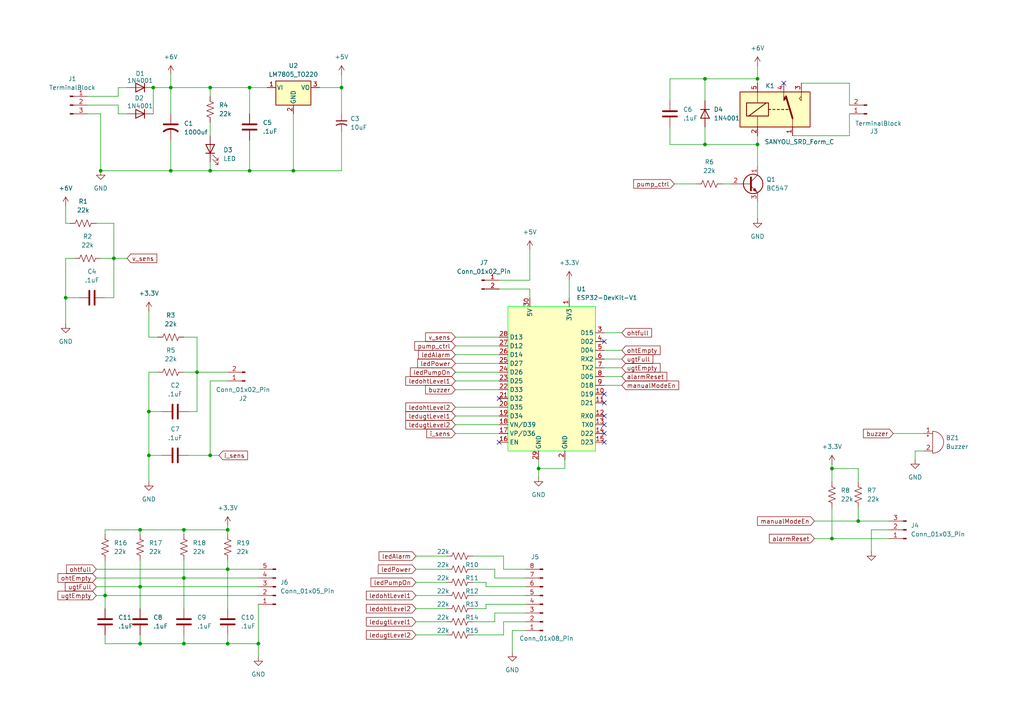
<source format=kicad_sch>
(kicad_sch
	(version 20250114)
	(generator "eeschema")
	(generator_version "9.0")
	(uuid "3512f73a-df35-4757-a54c-e1188a52e893")
	(paper "A4")
	(title_block
		(title "waterLevelController")
		(rev "A0_00")
	)
	(lib_symbols
		(symbol "Connector:Conn_01x02_Pin"
			(pin_names
				(offset 1.016)
				(hide yes)
			)
			(exclude_from_sim no)
			(in_bom yes)
			(on_board yes)
			(property "Reference" "J"
				(at 0 2.54 0)
				(effects
					(font
						(size 1.27 1.27)
					)
				)
			)
			(property "Value" "Conn_01x02_Pin"
				(at 0 -5.08 0)
				(effects
					(font
						(size 1.27 1.27)
					)
				)
			)
			(property "Footprint" ""
				(at 0 0 0)
				(effects
					(font
						(size 1.27 1.27)
					)
					(hide yes)
				)
			)
			(property "Datasheet" "~"
				(at 0 0 0)
				(effects
					(font
						(size 1.27 1.27)
					)
					(hide yes)
				)
			)
			(property "Description" "Generic connector, single row, 01x02, script generated"
				(at 0 0 0)
				(effects
					(font
						(size 1.27 1.27)
					)
					(hide yes)
				)
			)
			(property "ki_locked" ""
				(at 0 0 0)
				(effects
					(font
						(size 1.27 1.27)
					)
				)
			)
			(property "ki_keywords" "connector"
				(at 0 0 0)
				(effects
					(font
						(size 1.27 1.27)
					)
					(hide yes)
				)
			)
			(property "ki_fp_filters" "Connector*:*_1x??_*"
				(at 0 0 0)
				(effects
					(font
						(size 1.27 1.27)
					)
					(hide yes)
				)
			)
			(symbol "Conn_01x02_Pin_1_1"
				(rectangle
					(start 0.8636 0.127)
					(end 0 -0.127)
					(stroke
						(width 0.1524)
						(type default)
					)
					(fill
						(type outline)
					)
				)
				(rectangle
					(start 0.8636 -2.413)
					(end 0 -2.667)
					(stroke
						(width 0.1524)
						(type default)
					)
					(fill
						(type outline)
					)
				)
				(polyline
					(pts
						(xy 1.27 0) (xy 0.8636 0)
					)
					(stroke
						(width 0.1524)
						(type default)
					)
					(fill
						(type none)
					)
				)
				(polyline
					(pts
						(xy 1.27 -2.54) (xy 0.8636 -2.54)
					)
					(stroke
						(width 0.1524)
						(type default)
					)
					(fill
						(type none)
					)
				)
				(pin passive line
					(at 5.08 0 180)
					(length 3.81)
					(name "Pin_1"
						(effects
							(font
								(size 1.27 1.27)
							)
						)
					)
					(number "1"
						(effects
							(font
								(size 1.27 1.27)
							)
						)
					)
				)
				(pin passive line
					(at 5.08 -2.54 180)
					(length 3.81)
					(name "Pin_2"
						(effects
							(font
								(size 1.27 1.27)
							)
						)
					)
					(number "2"
						(effects
							(font
								(size 1.27 1.27)
							)
						)
					)
				)
			)
			(embedded_fonts no)
		)
		(symbol "Connector:Conn_01x03_Pin"
			(pin_names
				(offset 1.016)
				(hide yes)
			)
			(exclude_from_sim no)
			(in_bom yes)
			(on_board yes)
			(property "Reference" "J"
				(at 0 5.08 0)
				(effects
					(font
						(size 1.27 1.27)
					)
				)
			)
			(property "Value" "Conn_01x03_Pin"
				(at 0 -5.08 0)
				(effects
					(font
						(size 1.27 1.27)
					)
				)
			)
			(property "Footprint" ""
				(at 0 0 0)
				(effects
					(font
						(size 1.27 1.27)
					)
					(hide yes)
				)
			)
			(property "Datasheet" "~"
				(at 0 0 0)
				(effects
					(font
						(size 1.27 1.27)
					)
					(hide yes)
				)
			)
			(property "Description" "Generic connector, single row, 01x03, script generated"
				(at 0 0 0)
				(effects
					(font
						(size 1.27 1.27)
					)
					(hide yes)
				)
			)
			(property "ki_locked" ""
				(at 0 0 0)
				(effects
					(font
						(size 1.27 1.27)
					)
				)
			)
			(property "ki_keywords" "connector"
				(at 0 0 0)
				(effects
					(font
						(size 1.27 1.27)
					)
					(hide yes)
				)
			)
			(property "ki_fp_filters" "Connector*:*_1x??_*"
				(at 0 0 0)
				(effects
					(font
						(size 1.27 1.27)
					)
					(hide yes)
				)
			)
			(symbol "Conn_01x03_Pin_1_1"
				(rectangle
					(start 0.8636 2.667)
					(end 0 2.413)
					(stroke
						(width 0.1524)
						(type default)
					)
					(fill
						(type outline)
					)
				)
				(rectangle
					(start 0.8636 0.127)
					(end 0 -0.127)
					(stroke
						(width 0.1524)
						(type default)
					)
					(fill
						(type outline)
					)
				)
				(rectangle
					(start 0.8636 -2.413)
					(end 0 -2.667)
					(stroke
						(width 0.1524)
						(type default)
					)
					(fill
						(type outline)
					)
				)
				(polyline
					(pts
						(xy 1.27 2.54) (xy 0.8636 2.54)
					)
					(stroke
						(width 0.1524)
						(type default)
					)
					(fill
						(type none)
					)
				)
				(polyline
					(pts
						(xy 1.27 0) (xy 0.8636 0)
					)
					(stroke
						(width 0.1524)
						(type default)
					)
					(fill
						(type none)
					)
				)
				(polyline
					(pts
						(xy 1.27 -2.54) (xy 0.8636 -2.54)
					)
					(stroke
						(width 0.1524)
						(type default)
					)
					(fill
						(type none)
					)
				)
				(pin passive line
					(at 5.08 2.54 180)
					(length 3.81)
					(name "Pin_1"
						(effects
							(font
								(size 1.27 1.27)
							)
						)
					)
					(number "1"
						(effects
							(font
								(size 1.27 1.27)
							)
						)
					)
				)
				(pin passive line
					(at 5.08 0 180)
					(length 3.81)
					(name "Pin_2"
						(effects
							(font
								(size 1.27 1.27)
							)
						)
					)
					(number "2"
						(effects
							(font
								(size 1.27 1.27)
							)
						)
					)
				)
				(pin passive line
					(at 5.08 -2.54 180)
					(length 3.81)
					(name "Pin_3"
						(effects
							(font
								(size 1.27 1.27)
							)
						)
					)
					(number "3"
						(effects
							(font
								(size 1.27 1.27)
							)
						)
					)
				)
			)
			(embedded_fonts no)
		)
		(symbol "Connector:Conn_01x05_Pin"
			(pin_names
				(offset 1.016)
				(hide yes)
			)
			(exclude_from_sim no)
			(in_bom yes)
			(on_board yes)
			(property "Reference" "J"
				(at 0 7.62 0)
				(effects
					(font
						(size 1.27 1.27)
					)
				)
			)
			(property "Value" "Conn_01x05_Pin"
				(at 0 -7.62 0)
				(effects
					(font
						(size 1.27 1.27)
					)
				)
			)
			(property "Footprint" ""
				(at 0 0 0)
				(effects
					(font
						(size 1.27 1.27)
					)
					(hide yes)
				)
			)
			(property "Datasheet" "~"
				(at 0 0 0)
				(effects
					(font
						(size 1.27 1.27)
					)
					(hide yes)
				)
			)
			(property "Description" "Generic connector, single row, 01x05, script generated"
				(at 0 0 0)
				(effects
					(font
						(size 1.27 1.27)
					)
					(hide yes)
				)
			)
			(property "ki_locked" ""
				(at 0 0 0)
				(effects
					(font
						(size 1.27 1.27)
					)
				)
			)
			(property "ki_keywords" "connector"
				(at 0 0 0)
				(effects
					(font
						(size 1.27 1.27)
					)
					(hide yes)
				)
			)
			(property "ki_fp_filters" "Connector*:*_1x??_*"
				(at 0 0 0)
				(effects
					(font
						(size 1.27 1.27)
					)
					(hide yes)
				)
			)
			(symbol "Conn_01x05_Pin_1_1"
				(rectangle
					(start 0.8636 5.207)
					(end 0 4.953)
					(stroke
						(width 0.1524)
						(type default)
					)
					(fill
						(type outline)
					)
				)
				(rectangle
					(start 0.8636 2.667)
					(end 0 2.413)
					(stroke
						(width 0.1524)
						(type default)
					)
					(fill
						(type outline)
					)
				)
				(rectangle
					(start 0.8636 0.127)
					(end 0 -0.127)
					(stroke
						(width 0.1524)
						(type default)
					)
					(fill
						(type outline)
					)
				)
				(rectangle
					(start 0.8636 -2.413)
					(end 0 -2.667)
					(stroke
						(width 0.1524)
						(type default)
					)
					(fill
						(type outline)
					)
				)
				(rectangle
					(start 0.8636 -4.953)
					(end 0 -5.207)
					(stroke
						(width 0.1524)
						(type default)
					)
					(fill
						(type outline)
					)
				)
				(polyline
					(pts
						(xy 1.27 5.08) (xy 0.8636 5.08)
					)
					(stroke
						(width 0.1524)
						(type default)
					)
					(fill
						(type none)
					)
				)
				(polyline
					(pts
						(xy 1.27 2.54) (xy 0.8636 2.54)
					)
					(stroke
						(width 0.1524)
						(type default)
					)
					(fill
						(type none)
					)
				)
				(polyline
					(pts
						(xy 1.27 0) (xy 0.8636 0)
					)
					(stroke
						(width 0.1524)
						(type default)
					)
					(fill
						(type none)
					)
				)
				(polyline
					(pts
						(xy 1.27 -2.54) (xy 0.8636 -2.54)
					)
					(stroke
						(width 0.1524)
						(type default)
					)
					(fill
						(type none)
					)
				)
				(polyline
					(pts
						(xy 1.27 -5.08) (xy 0.8636 -5.08)
					)
					(stroke
						(width 0.1524)
						(type default)
					)
					(fill
						(type none)
					)
				)
				(pin passive line
					(at 5.08 5.08 180)
					(length 3.81)
					(name "Pin_1"
						(effects
							(font
								(size 1.27 1.27)
							)
						)
					)
					(number "1"
						(effects
							(font
								(size 1.27 1.27)
							)
						)
					)
				)
				(pin passive line
					(at 5.08 2.54 180)
					(length 3.81)
					(name "Pin_2"
						(effects
							(font
								(size 1.27 1.27)
							)
						)
					)
					(number "2"
						(effects
							(font
								(size 1.27 1.27)
							)
						)
					)
				)
				(pin passive line
					(at 5.08 0 180)
					(length 3.81)
					(name "Pin_3"
						(effects
							(font
								(size 1.27 1.27)
							)
						)
					)
					(number "3"
						(effects
							(font
								(size 1.27 1.27)
							)
						)
					)
				)
				(pin passive line
					(at 5.08 -2.54 180)
					(length 3.81)
					(name "Pin_4"
						(effects
							(font
								(size 1.27 1.27)
							)
						)
					)
					(number "4"
						(effects
							(font
								(size 1.27 1.27)
							)
						)
					)
				)
				(pin passive line
					(at 5.08 -5.08 180)
					(length 3.81)
					(name "Pin_5"
						(effects
							(font
								(size 1.27 1.27)
							)
						)
					)
					(number "5"
						(effects
							(font
								(size 1.27 1.27)
							)
						)
					)
				)
			)
			(embedded_fonts no)
		)
		(symbol "Connector:Conn_01x08_Pin"
			(pin_names
				(offset 1.016)
				(hide yes)
			)
			(exclude_from_sim no)
			(in_bom yes)
			(on_board yes)
			(property "Reference" "J"
				(at 0 10.16 0)
				(effects
					(font
						(size 1.27 1.27)
					)
				)
			)
			(property "Value" "Conn_01x08_Pin"
				(at 0 -12.7 0)
				(effects
					(font
						(size 1.27 1.27)
					)
				)
			)
			(property "Footprint" ""
				(at 0 0 0)
				(effects
					(font
						(size 1.27 1.27)
					)
					(hide yes)
				)
			)
			(property "Datasheet" "~"
				(at 0 0 0)
				(effects
					(font
						(size 1.27 1.27)
					)
					(hide yes)
				)
			)
			(property "Description" "Generic connector, single row, 01x08, script generated"
				(at 0 0 0)
				(effects
					(font
						(size 1.27 1.27)
					)
					(hide yes)
				)
			)
			(property "ki_locked" ""
				(at 0 0 0)
				(effects
					(font
						(size 1.27 1.27)
					)
				)
			)
			(property "ki_keywords" "connector"
				(at 0 0 0)
				(effects
					(font
						(size 1.27 1.27)
					)
					(hide yes)
				)
			)
			(property "ki_fp_filters" "Connector*:*_1x??_*"
				(at 0 0 0)
				(effects
					(font
						(size 1.27 1.27)
					)
					(hide yes)
				)
			)
			(symbol "Conn_01x08_Pin_1_1"
				(rectangle
					(start 0.8636 7.747)
					(end 0 7.493)
					(stroke
						(width 0.1524)
						(type default)
					)
					(fill
						(type outline)
					)
				)
				(rectangle
					(start 0.8636 5.207)
					(end 0 4.953)
					(stroke
						(width 0.1524)
						(type default)
					)
					(fill
						(type outline)
					)
				)
				(rectangle
					(start 0.8636 2.667)
					(end 0 2.413)
					(stroke
						(width 0.1524)
						(type default)
					)
					(fill
						(type outline)
					)
				)
				(rectangle
					(start 0.8636 0.127)
					(end 0 -0.127)
					(stroke
						(width 0.1524)
						(type default)
					)
					(fill
						(type outline)
					)
				)
				(rectangle
					(start 0.8636 -2.413)
					(end 0 -2.667)
					(stroke
						(width 0.1524)
						(type default)
					)
					(fill
						(type outline)
					)
				)
				(rectangle
					(start 0.8636 -4.953)
					(end 0 -5.207)
					(stroke
						(width 0.1524)
						(type default)
					)
					(fill
						(type outline)
					)
				)
				(rectangle
					(start 0.8636 -7.493)
					(end 0 -7.747)
					(stroke
						(width 0.1524)
						(type default)
					)
					(fill
						(type outline)
					)
				)
				(rectangle
					(start 0.8636 -10.033)
					(end 0 -10.287)
					(stroke
						(width 0.1524)
						(type default)
					)
					(fill
						(type outline)
					)
				)
				(polyline
					(pts
						(xy 1.27 7.62) (xy 0.8636 7.62)
					)
					(stroke
						(width 0.1524)
						(type default)
					)
					(fill
						(type none)
					)
				)
				(polyline
					(pts
						(xy 1.27 5.08) (xy 0.8636 5.08)
					)
					(stroke
						(width 0.1524)
						(type default)
					)
					(fill
						(type none)
					)
				)
				(polyline
					(pts
						(xy 1.27 2.54) (xy 0.8636 2.54)
					)
					(stroke
						(width 0.1524)
						(type default)
					)
					(fill
						(type none)
					)
				)
				(polyline
					(pts
						(xy 1.27 0) (xy 0.8636 0)
					)
					(stroke
						(width 0.1524)
						(type default)
					)
					(fill
						(type none)
					)
				)
				(polyline
					(pts
						(xy 1.27 -2.54) (xy 0.8636 -2.54)
					)
					(stroke
						(width 0.1524)
						(type default)
					)
					(fill
						(type none)
					)
				)
				(polyline
					(pts
						(xy 1.27 -5.08) (xy 0.8636 -5.08)
					)
					(stroke
						(width 0.1524)
						(type default)
					)
					(fill
						(type none)
					)
				)
				(polyline
					(pts
						(xy 1.27 -7.62) (xy 0.8636 -7.62)
					)
					(stroke
						(width 0.1524)
						(type default)
					)
					(fill
						(type none)
					)
				)
				(polyline
					(pts
						(xy 1.27 -10.16) (xy 0.8636 -10.16)
					)
					(stroke
						(width 0.1524)
						(type default)
					)
					(fill
						(type none)
					)
				)
				(pin passive line
					(at 5.08 7.62 180)
					(length 3.81)
					(name "Pin_1"
						(effects
							(font
								(size 1.27 1.27)
							)
						)
					)
					(number "1"
						(effects
							(font
								(size 1.27 1.27)
							)
						)
					)
				)
				(pin passive line
					(at 5.08 5.08 180)
					(length 3.81)
					(name "Pin_2"
						(effects
							(font
								(size 1.27 1.27)
							)
						)
					)
					(number "2"
						(effects
							(font
								(size 1.27 1.27)
							)
						)
					)
				)
				(pin passive line
					(at 5.08 2.54 180)
					(length 3.81)
					(name "Pin_3"
						(effects
							(font
								(size 1.27 1.27)
							)
						)
					)
					(number "3"
						(effects
							(font
								(size 1.27 1.27)
							)
						)
					)
				)
				(pin passive line
					(at 5.08 0 180)
					(length 3.81)
					(name "Pin_4"
						(effects
							(font
								(size 1.27 1.27)
							)
						)
					)
					(number "4"
						(effects
							(font
								(size 1.27 1.27)
							)
						)
					)
				)
				(pin passive line
					(at 5.08 -2.54 180)
					(length 3.81)
					(name "Pin_5"
						(effects
							(font
								(size 1.27 1.27)
							)
						)
					)
					(number "5"
						(effects
							(font
								(size 1.27 1.27)
							)
						)
					)
				)
				(pin passive line
					(at 5.08 -5.08 180)
					(length 3.81)
					(name "Pin_6"
						(effects
							(font
								(size 1.27 1.27)
							)
						)
					)
					(number "6"
						(effects
							(font
								(size 1.27 1.27)
							)
						)
					)
				)
				(pin passive line
					(at 5.08 -7.62 180)
					(length 3.81)
					(name "Pin_7"
						(effects
							(font
								(size 1.27 1.27)
							)
						)
					)
					(number "7"
						(effects
							(font
								(size 1.27 1.27)
							)
						)
					)
				)
				(pin passive line
					(at 5.08 -10.16 180)
					(length 3.81)
					(name "Pin_8"
						(effects
							(font
								(size 1.27 1.27)
							)
						)
					)
					(number "8"
						(effects
							(font
								(size 1.27 1.27)
							)
						)
					)
				)
			)
			(embedded_fonts no)
		)
		(symbol "Device:Buzzer"
			(pin_names
				(offset 0.0254)
				(hide yes)
			)
			(exclude_from_sim no)
			(in_bom yes)
			(on_board yes)
			(property "Reference" "BZ"
				(at 3.81 1.27 0)
				(effects
					(font
						(size 1.27 1.27)
					)
					(justify left)
				)
			)
			(property "Value" "Buzzer"
				(at 3.81 -1.27 0)
				(effects
					(font
						(size 1.27 1.27)
					)
					(justify left)
				)
			)
			(property "Footprint" ""
				(at -0.635 2.54 90)
				(effects
					(font
						(size 1.27 1.27)
					)
					(hide yes)
				)
			)
			(property "Datasheet" "~"
				(at -0.635 2.54 90)
				(effects
					(font
						(size 1.27 1.27)
					)
					(hide yes)
				)
			)
			(property "Description" "Buzzer, polarized"
				(at 0 0 0)
				(effects
					(font
						(size 1.27 1.27)
					)
					(hide yes)
				)
			)
			(property "ki_keywords" "quartz resonator ceramic"
				(at 0 0 0)
				(effects
					(font
						(size 1.27 1.27)
					)
					(hide yes)
				)
			)
			(property "ki_fp_filters" "*Buzzer*"
				(at 0 0 0)
				(effects
					(font
						(size 1.27 1.27)
					)
					(hide yes)
				)
			)
			(symbol "Buzzer_0_1"
				(polyline
					(pts
						(xy -1.651 1.905) (xy -1.143 1.905)
					)
					(stroke
						(width 0)
						(type default)
					)
					(fill
						(type none)
					)
				)
				(polyline
					(pts
						(xy -1.397 2.159) (xy -1.397 1.651)
					)
					(stroke
						(width 0)
						(type default)
					)
					(fill
						(type none)
					)
				)
				(arc
					(start 0 3.175)
					(mid 3.1612 0)
					(end 0 -3.175)
					(stroke
						(width 0)
						(type default)
					)
					(fill
						(type none)
					)
				)
				(polyline
					(pts
						(xy 0 3.175) (xy 0 -3.175)
					)
					(stroke
						(width 0)
						(type default)
					)
					(fill
						(type none)
					)
				)
			)
			(symbol "Buzzer_1_1"
				(pin passive line
					(at -2.54 2.54 0)
					(length 2.54)
					(name "+"
						(effects
							(font
								(size 1.27 1.27)
							)
						)
					)
					(number "1"
						(effects
							(font
								(size 1.27 1.27)
							)
						)
					)
				)
				(pin passive line
					(at -2.54 -2.54 0)
					(length 2.54)
					(name "-"
						(effects
							(font
								(size 1.27 1.27)
							)
						)
					)
					(number "2"
						(effects
							(font
								(size 1.27 1.27)
							)
						)
					)
				)
			)
			(embedded_fonts no)
		)
		(symbol "Device:C"
			(pin_numbers
				(hide yes)
			)
			(pin_names
				(offset 0.254)
			)
			(exclude_from_sim no)
			(in_bom yes)
			(on_board yes)
			(property "Reference" "C"
				(at 0.635 2.54 0)
				(effects
					(font
						(size 1.27 1.27)
					)
					(justify left)
				)
			)
			(property "Value" "C"
				(at 0.635 -2.54 0)
				(effects
					(font
						(size 1.27 1.27)
					)
					(justify left)
				)
			)
			(property "Footprint" ""
				(at 0.9652 -3.81 0)
				(effects
					(font
						(size 1.27 1.27)
					)
					(hide yes)
				)
			)
			(property "Datasheet" "~"
				(at 0 0 0)
				(effects
					(font
						(size 1.27 1.27)
					)
					(hide yes)
				)
			)
			(property "Description" "Unpolarized capacitor"
				(at 0 0 0)
				(effects
					(font
						(size 1.27 1.27)
					)
					(hide yes)
				)
			)
			(property "ki_keywords" "cap capacitor"
				(at 0 0 0)
				(effects
					(font
						(size 1.27 1.27)
					)
					(hide yes)
				)
			)
			(property "ki_fp_filters" "C_*"
				(at 0 0 0)
				(effects
					(font
						(size 1.27 1.27)
					)
					(hide yes)
				)
			)
			(symbol "C_0_1"
				(polyline
					(pts
						(xy -2.032 0.762) (xy 2.032 0.762)
					)
					(stroke
						(width 0.508)
						(type default)
					)
					(fill
						(type none)
					)
				)
				(polyline
					(pts
						(xy -2.032 -0.762) (xy 2.032 -0.762)
					)
					(stroke
						(width 0.508)
						(type default)
					)
					(fill
						(type none)
					)
				)
			)
			(symbol "C_1_1"
				(pin passive line
					(at 0 3.81 270)
					(length 2.794)
					(name "~"
						(effects
							(font
								(size 1.27 1.27)
							)
						)
					)
					(number "1"
						(effects
							(font
								(size 1.27 1.27)
							)
						)
					)
				)
				(pin passive line
					(at 0 -3.81 90)
					(length 2.794)
					(name "~"
						(effects
							(font
								(size 1.27 1.27)
							)
						)
					)
					(number "2"
						(effects
							(font
								(size 1.27 1.27)
							)
						)
					)
				)
			)
			(embedded_fonts no)
		)
		(symbol "Device:C_Small_US"
			(pin_numbers
				(hide yes)
			)
			(pin_names
				(offset 0.254)
				(hide yes)
			)
			(exclude_from_sim no)
			(in_bom yes)
			(on_board yes)
			(property "Reference" "C"
				(at 0.254 1.778 0)
				(effects
					(font
						(size 1.27 1.27)
					)
					(justify left)
				)
			)
			(property "Value" "C_Small_US"
				(at 0.254 -2.032 0)
				(effects
					(font
						(size 1.27 1.27)
					)
					(justify left)
				)
			)
			(property "Footprint" ""
				(at 0 0 0)
				(effects
					(font
						(size 1.27 1.27)
					)
					(hide yes)
				)
			)
			(property "Datasheet" ""
				(at 0 0 0)
				(effects
					(font
						(size 1.27 1.27)
					)
					(hide yes)
				)
			)
			(property "Description" "capacitor, small US symbol"
				(at 0 0 0)
				(effects
					(font
						(size 1.27 1.27)
					)
					(hide yes)
				)
			)
			(property "ki_keywords" "cap capacitor"
				(at 0 0 0)
				(effects
					(font
						(size 1.27 1.27)
					)
					(hide yes)
				)
			)
			(property "ki_fp_filters" "C_*"
				(at 0 0 0)
				(effects
					(font
						(size 1.27 1.27)
					)
					(hide yes)
				)
			)
			(symbol "C_Small_US_0_1"
				(polyline
					(pts
						(xy -1.524 0.508) (xy 1.524 0.508)
					)
					(stroke
						(width 0.3048)
						(type default)
					)
					(fill
						(type none)
					)
				)
				(arc
					(start -1.524 -0.762)
					(mid 0 -0.3734)
					(end 1.524 -0.762)
					(stroke
						(width 0.3048)
						(type default)
					)
					(fill
						(type none)
					)
				)
			)
			(symbol "C_Small_US_1_1"
				(pin passive line
					(at 0 2.54 270)
					(length 2.032)
					(name "~"
						(effects
							(font
								(size 1.27 1.27)
							)
						)
					)
					(number "1"
						(effects
							(font
								(size 1.27 1.27)
							)
						)
					)
				)
				(pin passive line
					(at 0 -2.54 90)
					(length 2.032)
					(name "~"
						(effects
							(font
								(size 1.27 1.27)
							)
						)
					)
					(number "2"
						(effects
							(font
								(size 1.27 1.27)
							)
						)
					)
				)
			)
			(embedded_fonts no)
		)
		(symbol "Device:C_US"
			(pin_numbers
				(hide yes)
			)
			(pin_names
				(offset 0.254)
				(hide yes)
			)
			(exclude_from_sim no)
			(in_bom yes)
			(on_board yes)
			(property "Reference" "C"
				(at 0.635 2.54 0)
				(effects
					(font
						(size 1.27 1.27)
					)
					(justify left)
				)
			)
			(property "Value" "C_US"
				(at 0.635 -2.54 0)
				(effects
					(font
						(size 1.27 1.27)
					)
					(justify left)
				)
			)
			(property "Footprint" ""
				(at 0 0 0)
				(effects
					(font
						(size 1.27 1.27)
					)
					(hide yes)
				)
			)
			(property "Datasheet" ""
				(at 0 0 0)
				(effects
					(font
						(size 1.27 1.27)
					)
					(hide yes)
				)
			)
			(property "Description" "capacitor, US symbol"
				(at 0 0 0)
				(effects
					(font
						(size 1.27 1.27)
					)
					(hide yes)
				)
			)
			(property "ki_keywords" "cap capacitor"
				(at 0 0 0)
				(effects
					(font
						(size 1.27 1.27)
					)
					(hide yes)
				)
			)
			(property "ki_fp_filters" "C_*"
				(at 0 0 0)
				(effects
					(font
						(size 1.27 1.27)
					)
					(hide yes)
				)
			)
			(symbol "C_US_0_1"
				(polyline
					(pts
						(xy -2.032 0.762) (xy 2.032 0.762)
					)
					(stroke
						(width 0.508)
						(type default)
					)
					(fill
						(type none)
					)
				)
				(arc
					(start -2.032 -1.27)
					(mid 0 -0.5572)
					(end 2.032 -1.27)
					(stroke
						(width 0.508)
						(type default)
					)
					(fill
						(type none)
					)
				)
			)
			(symbol "C_US_1_1"
				(pin passive line
					(at 0 3.81 270)
					(length 2.794)
					(name "~"
						(effects
							(font
								(size 1.27 1.27)
							)
						)
					)
					(number "1"
						(effects
							(font
								(size 1.27 1.27)
							)
						)
					)
				)
				(pin passive line
					(at 0 -3.81 90)
					(length 3.302)
					(name "~"
						(effects
							(font
								(size 1.27 1.27)
							)
						)
					)
					(number "2"
						(effects
							(font
								(size 1.27 1.27)
							)
						)
					)
				)
			)
			(embedded_fonts no)
		)
		(symbol "Device:LED"
			(pin_numbers
				(hide yes)
			)
			(pin_names
				(offset 1.016)
				(hide yes)
			)
			(exclude_from_sim no)
			(in_bom yes)
			(on_board yes)
			(property "Reference" "D"
				(at 0 2.54 0)
				(effects
					(font
						(size 1.27 1.27)
					)
				)
			)
			(property "Value" "LED"
				(at 0 -2.54 0)
				(effects
					(font
						(size 1.27 1.27)
					)
				)
			)
			(property "Footprint" ""
				(at 0 0 0)
				(effects
					(font
						(size 1.27 1.27)
					)
					(hide yes)
				)
			)
			(property "Datasheet" "~"
				(at 0 0 0)
				(effects
					(font
						(size 1.27 1.27)
					)
					(hide yes)
				)
			)
			(property "Description" "Light emitting diode"
				(at 0 0 0)
				(effects
					(font
						(size 1.27 1.27)
					)
					(hide yes)
				)
			)
			(property "Sim.Pins" "1=K 2=A"
				(at 0 0 0)
				(effects
					(font
						(size 1.27 1.27)
					)
					(hide yes)
				)
			)
			(property "ki_keywords" "LED diode"
				(at 0 0 0)
				(effects
					(font
						(size 1.27 1.27)
					)
					(hide yes)
				)
			)
			(property "ki_fp_filters" "LED* LED_SMD:* LED_THT:*"
				(at 0 0 0)
				(effects
					(font
						(size 1.27 1.27)
					)
					(hide yes)
				)
			)
			(symbol "LED_0_1"
				(polyline
					(pts
						(xy -3.048 -0.762) (xy -4.572 -2.286) (xy -3.81 -2.286) (xy -4.572 -2.286) (xy -4.572 -1.524)
					)
					(stroke
						(width 0)
						(type default)
					)
					(fill
						(type none)
					)
				)
				(polyline
					(pts
						(xy -1.778 -0.762) (xy -3.302 -2.286) (xy -2.54 -2.286) (xy -3.302 -2.286) (xy -3.302 -1.524)
					)
					(stroke
						(width 0)
						(type default)
					)
					(fill
						(type none)
					)
				)
				(polyline
					(pts
						(xy -1.27 0) (xy 1.27 0)
					)
					(stroke
						(width 0)
						(type default)
					)
					(fill
						(type none)
					)
				)
				(polyline
					(pts
						(xy -1.27 -1.27) (xy -1.27 1.27)
					)
					(stroke
						(width 0.254)
						(type default)
					)
					(fill
						(type none)
					)
				)
				(polyline
					(pts
						(xy 1.27 -1.27) (xy 1.27 1.27) (xy -1.27 0) (xy 1.27 -1.27)
					)
					(stroke
						(width 0.254)
						(type default)
					)
					(fill
						(type none)
					)
				)
			)
			(symbol "LED_1_1"
				(pin passive line
					(at -3.81 0 0)
					(length 2.54)
					(name "K"
						(effects
							(font
								(size 1.27 1.27)
							)
						)
					)
					(number "1"
						(effects
							(font
								(size 1.27 1.27)
							)
						)
					)
				)
				(pin passive line
					(at 3.81 0 180)
					(length 2.54)
					(name "A"
						(effects
							(font
								(size 1.27 1.27)
							)
						)
					)
					(number "2"
						(effects
							(font
								(size 1.27 1.27)
							)
						)
					)
				)
			)
			(embedded_fonts no)
		)
		(symbol "Device:R_US"
			(pin_numbers
				(hide yes)
			)
			(pin_names
				(offset 0)
			)
			(exclude_from_sim no)
			(in_bom yes)
			(on_board yes)
			(property "Reference" "R"
				(at 2.54 0 90)
				(effects
					(font
						(size 1.27 1.27)
					)
				)
			)
			(property "Value" "R_US"
				(at -2.54 0 90)
				(effects
					(font
						(size 1.27 1.27)
					)
				)
			)
			(property "Footprint" ""
				(at 1.016 -0.254 90)
				(effects
					(font
						(size 1.27 1.27)
					)
					(hide yes)
				)
			)
			(property "Datasheet" "~"
				(at 0 0 0)
				(effects
					(font
						(size 1.27 1.27)
					)
					(hide yes)
				)
			)
			(property "Description" "Resistor, US symbol"
				(at 0 0 0)
				(effects
					(font
						(size 1.27 1.27)
					)
					(hide yes)
				)
			)
			(property "ki_keywords" "R res resistor"
				(at 0 0 0)
				(effects
					(font
						(size 1.27 1.27)
					)
					(hide yes)
				)
			)
			(property "ki_fp_filters" "R_*"
				(at 0 0 0)
				(effects
					(font
						(size 1.27 1.27)
					)
					(hide yes)
				)
			)
			(symbol "R_US_0_1"
				(polyline
					(pts
						(xy 0 2.286) (xy 0 2.54)
					)
					(stroke
						(width 0)
						(type default)
					)
					(fill
						(type none)
					)
				)
				(polyline
					(pts
						(xy 0 2.286) (xy 1.016 1.905) (xy 0 1.524) (xy -1.016 1.143) (xy 0 0.762)
					)
					(stroke
						(width 0)
						(type default)
					)
					(fill
						(type none)
					)
				)
				(polyline
					(pts
						(xy 0 0.762) (xy 1.016 0.381) (xy 0 0) (xy -1.016 -0.381) (xy 0 -0.762)
					)
					(stroke
						(width 0)
						(type default)
					)
					(fill
						(type none)
					)
				)
				(polyline
					(pts
						(xy 0 -0.762) (xy 1.016 -1.143) (xy 0 -1.524) (xy -1.016 -1.905) (xy 0 -2.286)
					)
					(stroke
						(width 0)
						(type default)
					)
					(fill
						(type none)
					)
				)
				(polyline
					(pts
						(xy 0 -2.286) (xy 0 -2.54)
					)
					(stroke
						(width 0)
						(type default)
					)
					(fill
						(type none)
					)
				)
			)
			(symbol "R_US_1_1"
				(pin passive line
					(at 0 3.81 270)
					(length 1.27)
					(name "~"
						(effects
							(font
								(size 1.27 1.27)
							)
						)
					)
					(number "1"
						(effects
							(font
								(size 1.27 1.27)
							)
						)
					)
				)
				(pin passive line
					(at 0 -3.81 90)
					(length 1.27)
					(name "~"
						(effects
							(font
								(size 1.27 1.27)
							)
						)
					)
					(number "2"
						(effects
							(font
								(size 1.27 1.27)
							)
						)
					)
				)
			)
			(embedded_fonts no)
		)
		(symbol "Diode:1N4001"
			(pin_numbers
				(hide yes)
			)
			(pin_names
				(hide yes)
			)
			(exclude_from_sim no)
			(in_bom yes)
			(on_board yes)
			(property "Reference" "D"
				(at 0 2.54 0)
				(effects
					(font
						(size 1.27 1.27)
					)
				)
			)
			(property "Value" "1N4001"
				(at 0 -2.54 0)
				(effects
					(font
						(size 1.27 1.27)
					)
				)
			)
			(property "Footprint" "Diode_THT:D_DO-41_SOD81_P10.16mm_Horizontal"
				(at 0 0 0)
				(effects
					(font
						(size 1.27 1.27)
					)
					(hide yes)
				)
			)
			(property "Datasheet" "http://www.vishay.com/docs/88503/1n4001.pdf"
				(at 0 0 0)
				(effects
					(font
						(size 1.27 1.27)
					)
					(hide yes)
				)
			)
			(property "Description" "50V 1A General Purpose Rectifier Diode, DO-41"
				(at 0 0 0)
				(effects
					(font
						(size 1.27 1.27)
					)
					(hide yes)
				)
			)
			(property "Sim.Device" "D"
				(at 0 0 0)
				(effects
					(font
						(size 1.27 1.27)
					)
					(hide yes)
				)
			)
			(property "Sim.Pins" "1=K 2=A"
				(at 0 0 0)
				(effects
					(font
						(size 1.27 1.27)
					)
					(hide yes)
				)
			)
			(property "ki_keywords" "diode"
				(at 0 0 0)
				(effects
					(font
						(size 1.27 1.27)
					)
					(hide yes)
				)
			)
			(property "ki_fp_filters" "D*DO?41*"
				(at 0 0 0)
				(effects
					(font
						(size 1.27 1.27)
					)
					(hide yes)
				)
			)
			(symbol "1N4001_0_1"
				(polyline
					(pts
						(xy -1.27 1.27) (xy -1.27 -1.27)
					)
					(stroke
						(width 0.254)
						(type default)
					)
					(fill
						(type none)
					)
				)
				(polyline
					(pts
						(xy 1.27 1.27) (xy 1.27 -1.27) (xy -1.27 0) (xy 1.27 1.27)
					)
					(stroke
						(width 0.254)
						(type default)
					)
					(fill
						(type none)
					)
				)
				(polyline
					(pts
						(xy 1.27 0) (xy -1.27 0)
					)
					(stroke
						(width 0)
						(type default)
					)
					(fill
						(type none)
					)
				)
			)
			(symbol "1N4001_1_1"
				(pin passive line
					(at -3.81 0 0)
					(length 2.54)
					(name "K"
						(effects
							(font
								(size 1.27 1.27)
							)
						)
					)
					(number "1"
						(effects
							(font
								(size 1.27 1.27)
							)
						)
					)
				)
				(pin passive line
					(at 3.81 0 180)
					(length 2.54)
					(name "A"
						(effects
							(font
								(size 1.27 1.27)
							)
						)
					)
					(number "2"
						(effects
							(font
								(size 1.27 1.27)
							)
						)
					)
				)
			)
			(embedded_fonts no)
		)
		(symbol "Regulator_Linear:LM7805_TO220"
			(pin_names
				(offset 0.254)
			)
			(exclude_from_sim no)
			(in_bom yes)
			(on_board yes)
			(property "Reference" "U"
				(at -3.81 3.175 0)
				(effects
					(font
						(size 1.27 1.27)
					)
				)
			)
			(property "Value" "LM7805_TO220"
				(at 0 3.175 0)
				(effects
					(font
						(size 1.27 1.27)
					)
					(justify left)
				)
			)
			(property "Footprint" "Package_TO_SOT_THT:TO-220-3_Vertical"
				(at 0 5.715 0)
				(effects
					(font
						(size 1.27 1.27)
						(italic yes)
					)
					(hide yes)
				)
			)
			(property "Datasheet" "https://www.onsemi.cn/PowerSolutions/document/MC7800-D.PDF"
				(at 0 -1.27 0)
				(effects
					(font
						(size 1.27 1.27)
					)
					(hide yes)
				)
			)
			(property "Description" "Positive 1A 35V Linear Regulator, Fixed Output 5V, TO-220"
				(at 0 0 0)
				(effects
					(font
						(size 1.27 1.27)
					)
					(hide yes)
				)
			)
			(property "ki_keywords" "Voltage Regulator 1A Positive"
				(at 0 0 0)
				(effects
					(font
						(size 1.27 1.27)
					)
					(hide yes)
				)
			)
			(property "ki_fp_filters" "TO?220*"
				(at 0 0 0)
				(effects
					(font
						(size 1.27 1.27)
					)
					(hide yes)
				)
			)
			(symbol "LM7805_TO220_0_1"
				(rectangle
					(start -5.08 1.905)
					(end 5.08 -5.08)
					(stroke
						(width 0.254)
						(type default)
					)
					(fill
						(type background)
					)
				)
			)
			(symbol "LM7805_TO220_1_1"
				(pin power_in line
					(at -7.62 0 0)
					(length 2.54)
					(name "VI"
						(effects
							(font
								(size 1.27 1.27)
							)
						)
					)
					(number "1"
						(effects
							(font
								(size 1.27 1.27)
							)
						)
					)
				)
				(pin power_in line
					(at 0 -7.62 90)
					(length 2.54)
					(name "GND"
						(effects
							(font
								(size 1.27 1.27)
							)
						)
					)
					(number "2"
						(effects
							(font
								(size 1.27 1.27)
							)
						)
					)
				)
				(pin power_out line
					(at 7.62 0 180)
					(length 2.54)
					(name "VO"
						(effects
							(font
								(size 1.27 1.27)
							)
						)
					)
					(number "3"
						(effects
							(font
								(size 1.27 1.27)
							)
						)
					)
				)
			)
			(embedded_fonts no)
		)
		(symbol "Relay:SANYOU_SRD_Form_C"
			(exclude_from_sim no)
			(in_bom yes)
			(on_board yes)
			(property "Reference" "K"
				(at 11.43 3.81 0)
				(effects
					(font
						(size 1.27 1.27)
					)
					(justify left)
				)
			)
			(property "Value" "SANYOU_SRD_Form_C"
				(at 11.43 1.27 0)
				(effects
					(font
						(size 1.27 1.27)
					)
					(justify left)
				)
			)
			(property "Footprint" "Relay_THT:Relay_SPDT_SANYOU_SRD_Series_Form_C"
				(at 11.43 -1.27 0)
				(effects
					(font
						(size 1.27 1.27)
					)
					(justify left)
					(hide yes)
				)
			)
			(property "Datasheet" "http://www.sanyourelay.ca/public/products/pdf/SRD.pdf"
				(at 0 0 0)
				(effects
					(font
						(size 1.27 1.27)
					)
					(hide yes)
				)
			)
			(property "Description" "Sanyo SRD relay, Single Pole Miniature Power Relay,"
				(at 0 0 0)
				(effects
					(font
						(size 1.27 1.27)
					)
					(hide yes)
				)
			)
			(property "ki_keywords" "Single Pole Relay SPDT"
				(at 0 0 0)
				(effects
					(font
						(size 1.27 1.27)
					)
					(hide yes)
				)
			)
			(property "ki_fp_filters" "Relay*SPDT*SANYOU*SRD*Series*Form*C*"
				(at 0 0 0)
				(effects
					(font
						(size 1.27 1.27)
					)
					(hide yes)
				)
			)
			(symbol "SANYOU_SRD_Form_C_0_0"
				(polyline
					(pts
						(xy 7.62 5.08) (xy 7.62 2.54) (xy 6.985 3.175) (xy 7.62 3.81)
					)
					(stroke
						(width 0)
						(type default)
					)
					(fill
						(type none)
					)
				)
			)
			(symbol "SANYOU_SRD_Form_C_0_1"
				(rectangle
					(start -10.16 5.08)
					(end 10.16 -5.08)
					(stroke
						(width 0.254)
						(type default)
					)
					(fill
						(type background)
					)
				)
				(rectangle
					(start -8.255 1.905)
					(end -1.905 -1.905)
					(stroke
						(width 0.254)
						(type default)
					)
					(fill
						(type none)
					)
				)
				(polyline
					(pts
						(xy -7.62 -1.905) (xy -2.54 1.905)
					)
					(stroke
						(width 0.254)
						(type default)
					)
					(fill
						(type none)
					)
				)
				(polyline
					(pts
						(xy -5.08 5.08) (xy -5.08 1.905)
					)
					(stroke
						(width 0)
						(type default)
					)
					(fill
						(type none)
					)
				)
				(polyline
					(pts
						(xy -5.08 -5.08) (xy -5.08 -1.905)
					)
					(stroke
						(width 0)
						(type default)
					)
					(fill
						(type none)
					)
				)
				(polyline
					(pts
						(xy -1.905 0) (xy -1.27 0)
					)
					(stroke
						(width 0.254)
						(type default)
					)
					(fill
						(type none)
					)
				)
				(polyline
					(pts
						(xy -0.635 0) (xy 0 0)
					)
					(stroke
						(width 0.254)
						(type default)
					)
					(fill
						(type none)
					)
				)
				(polyline
					(pts
						(xy 0.635 0) (xy 1.27 0)
					)
					(stroke
						(width 0.254)
						(type default)
					)
					(fill
						(type none)
					)
				)
				(polyline
					(pts
						(xy 1.905 0) (xy 2.54 0)
					)
					(stroke
						(width 0.254)
						(type default)
					)
					(fill
						(type none)
					)
				)
				(polyline
					(pts
						(xy 3.175 0) (xy 3.81 0)
					)
					(stroke
						(width 0.254)
						(type default)
					)
					(fill
						(type none)
					)
				)
				(polyline
					(pts
						(xy 5.08 -2.54) (xy 3.175 3.81)
					)
					(stroke
						(width 0.508)
						(type default)
					)
					(fill
						(type none)
					)
				)
				(polyline
					(pts
						(xy 5.08 -2.54) (xy 5.08 -5.08)
					)
					(stroke
						(width 0)
						(type default)
					)
					(fill
						(type none)
					)
				)
			)
			(symbol "SANYOU_SRD_Form_C_1_1"
				(polyline
					(pts
						(xy 2.54 3.81) (xy 3.175 3.175) (xy 2.54 2.54) (xy 2.54 5.08)
					)
					(stroke
						(width 0)
						(type default)
					)
					(fill
						(type outline)
					)
				)
				(pin passive line
					(at -5.08 7.62 270)
					(length 2.54)
					(name "~"
						(effects
							(font
								(size 1.27 1.27)
							)
						)
					)
					(number "5"
						(effects
							(font
								(size 1.27 1.27)
							)
						)
					)
				)
				(pin passive line
					(at -5.08 -7.62 90)
					(length 2.54)
					(name "~"
						(effects
							(font
								(size 1.27 1.27)
							)
						)
					)
					(number "2"
						(effects
							(font
								(size 1.27 1.27)
							)
						)
					)
				)
				(pin passive line
					(at 2.54 7.62 270)
					(length 2.54)
					(name "~"
						(effects
							(font
								(size 1.27 1.27)
							)
						)
					)
					(number "4"
						(effects
							(font
								(size 1.27 1.27)
							)
						)
					)
				)
				(pin passive line
					(at 5.08 -7.62 90)
					(length 2.54)
					(name "~"
						(effects
							(font
								(size 1.27 1.27)
							)
						)
					)
					(number "1"
						(effects
							(font
								(size 1.27 1.27)
							)
						)
					)
				)
				(pin passive line
					(at 7.62 7.62 270)
					(length 2.54)
					(name "~"
						(effects
							(font
								(size 1.27 1.27)
							)
						)
					)
					(number "3"
						(effects
							(font
								(size 1.27 1.27)
							)
						)
					)
				)
			)
			(embedded_fonts no)
		)
		(symbol "Transistor_BJT:BC547"
			(pin_names
				(offset 0)
				(hide yes)
			)
			(exclude_from_sim no)
			(in_bom yes)
			(on_board yes)
			(property "Reference" "Q"
				(at 5.08 1.905 0)
				(effects
					(font
						(size 1.27 1.27)
					)
					(justify left)
				)
			)
			(property "Value" "BC547"
				(at 5.08 0 0)
				(effects
					(font
						(size 1.27 1.27)
					)
					(justify left)
				)
			)
			(property "Footprint" "Package_TO_SOT_THT:TO-92_Inline"
				(at 5.08 -1.905 0)
				(effects
					(font
						(size 1.27 1.27)
						(italic yes)
					)
					(justify left)
					(hide yes)
				)
			)
			(property "Datasheet" "https://www.onsemi.com/pub/Collateral/BC550-D.pdf"
				(at 0 0 0)
				(effects
					(font
						(size 1.27 1.27)
					)
					(justify left)
					(hide yes)
				)
			)
			(property "Description" "0.1A Ic, 45V Vce, Small Signal NPN Transistor, TO-92"
				(at 0 0 0)
				(effects
					(font
						(size 1.27 1.27)
					)
					(hide yes)
				)
			)
			(property "ki_keywords" "NPN Transistor"
				(at 0 0 0)
				(effects
					(font
						(size 1.27 1.27)
					)
					(hide yes)
				)
			)
			(property "ki_fp_filters" "TO?92*"
				(at 0 0 0)
				(effects
					(font
						(size 1.27 1.27)
					)
					(hide yes)
				)
			)
			(symbol "BC547_0_1"
				(polyline
					(pts
						(xy -2.54 0) (xy 0.635 0)
					)
					(stroke
						(width 0)
						(type default)
					)
					(fill
						(type none)
					)
				)
				(polyline
					(pts
						(xy 0.635 1.905) (xy 0.635 -1.905)
					)
					(stroke
						(width 0.508)
						(type default)
					)
					(fill
						(type none)
					)
				)
				(circle
					(center 1.27 0)
					(radius 2.8194)
					(stroke
						(width 0.254)
						(type default)
					)
					(fill
						(type none)
					)
				)
			)
			(symbol "BC547_1_1"
				(polyline
					(pts
						(xy 0.635 0.635) (xy 2.54 2.54)
					)
					(stroke
						(width 0)
						(type default)
					)
					(fill
						(type none)
					)
				)
				(polyline
					(pts
						(xy 0.635 -0.635) (xy 2.54 -2.54)
					)
					(stroke
						(width 0)
						(type default)
					)
					(fill
						(type none)
					)
				)
				(polyline
					(pts
						(xy 1.27 -1.778) (xy 1.778 -1.27) (xy 2.286 -2.286) (xy 1.27 -1.778)
					)
					(stroke
						(width 0)
						(type default)
					)
					(fill
						(type outline)
					)
				)
				(pin input line
					(at -5.08 0 0)
					(length 2.54)
					(name "B"
						(effects
							(font
								(size 1.27 1.27)
							)
						)
					)
					(number "2"
						(effects
							(font
								(size 1.27 1.27)
							)
						)
					)
				)
				(pin passive line
					(at 2.54 5.08 270)
					(length 2.54)
					(name "C"
						(effects
							(font
								(size 1.27 1.27)
							)
						)
					)
					(number "1"
						(effects
							(font
								(size 1.27 1.27)
							)
						)
					)
				)
				(pin passive line
					(at 2.54 -5.08 90)
					(length 2.54)
					(name "E"
						(effects
							(font
								(size 1.27 1.27)
							)
						)
					)
					(number "3"
						(effects
							(font
								(size 1.27 1.27)
							)
						)
					)
				)
			)
			(embedded_fonts no)
		)
		(symbol "myLib:ESP32-DevKit-V1"
			(exclude_from_sim no)
			(in_bom yes)
			(on_board yes)
			(property "Reference" "U1"
				(at 7.2233 20.32 0)
				(effects
					(font
						(size 1.27 1.27)
					)
					(justify left)
				)
			)
			(property "Value" "ESP32-DevKit-V1"
				(at 7.2233 17.78 0)
				(effects
					(font
						(size 1.27 1.27)
					)
					(justify left)
				)
			)
			(property "Footprint" "myLib:ESP32-DevKit-V1"
				(at -1.27 -25.4 0)
				(effects
					(font
						(size 1.27 1.27)
					)
					(hide yes)
				)
			)
			(property "Datasheet" "https://lastminuteengineers.com/esp32-pinout-reference/"
				(at 0 -30.48 0)
				(effects
					(font
						(size 1.27 1.27)
					)
					(hide yes)
				)
			)
			(property "Description" "Development board featuring ESP32-DevKitI-V1 module"
				(at 0 -27.94 0)
				(effects
					(font
						(size 1.27 1.27)
					)
					(hide yes)
				)
			)
			(property "ki_keywords" "riscv wifi bluetooth ble"
				(at 0 0 0)
				(effects
					(font
						(size 1.27 1.27)
					)
					(hide yes)
				)
			)
			(property "ki_fp_filters" "*ESP32?C3?DevKitM?1*"
				(at 0 0 0)
				(effects
					(font
						(size 1.27 1.27)
					)
					(hide yes)
				)
			)
			(symbol "ESP32-DevKit-V1_1_1"
				(rectangle
					(start -12.7 15.24)
					(end 12.7 -26.67)
					(stroke
						(width 0.254)
						(type solid)
						(color 50 255 89 1)
					)
					(fill
						(type background)
					)
				)
				(pin bidirectional line
					(at -15.24 6.35 0)
					(length 2.54)
					(name "D13"
						(effects
							(font
								(size 1.27 1.27)
							)
						)
					)
					(number "28"
						(effects
							(font
								(size 1.27 1.27)
							)
						)
					)
					(alternate "ADC1_CH0" passive line)
					(alternate "XTAL_32K_P" passive line)
				)
				(pin bidirectional line
					(at -15.24 3.81 0)
					(length 2.54)
					(name "D12"
						(effects
							(font
								(size 1.27 1.27)
							)
						)
					)
					(number "27"
						(effects
							(font
								(size 1.27 1.27)
							)
						)
					)
					(alternate "ADC1_CH1" passive line)
					(alternate "XTAL_32K_N" passive line)
				)
				(pin bidirectional line
					(at -15.24 1.27 0)
					(length 2.54)
					(name "D14"
						(effects
							(font
								(size 1.27 1.27)
							)
						)
					)
					(number "26"
						(effects
							(font
								(size 1.27 1.27)
							)
						)
					)
					(alternate "ADC1_CH0" passive line)
					(alternate "FSPIQ" passive line)
				)
				(pin bidirectional line
					(at -15.24 -1.27 0)
					(length 2.54)
					(name "D27"
						(effects
							(font
								(size 1.27 1.27)
							)
						)
					)
					(number "25"
						(effects
							(font
								(size 1.27 1.27)
							)
						)
					)
					(alternate "ADC1_CH3" passive line)
				)
				(pin bidirectional line
					(at -15.24 -3.81 0)
					(length 2.54)
					(name "D26"
						(effects
							(font
								(size 1.27 1.27)
							)
						)
					)
					(number "24"
						(effects
							(font
								(size 1.27 1.27)
							)
						)
					)
					(alternate "ADC1_CH3" passive line)
				)
				(pin bidirectional line
					(at -15.24 -6.35 0)
					(length 2.54)
					(name "D25"
						(effects
							(font
								(size 1.27 1.27)
							)
						)
					)
					(number "23"
						(effects
							(font
								(size 1.27 1.27)
							)
						)
					)
					(alternate "ADC1_CH3" passive line)
				)
				(pin bidirectional line
					(at -15.24 -8.89 0)
					(length 2.54)
					(name "D33"
						(effects
							(font
								(size 1.27 1.27)
							)
						)
					)
					(number "22"
						(effects
							(font
								(size 1.27 1.27)
							)
						)
					)
					(alternate "ADC1_CH3" passive line)
				)
				(pin bidirectional line
					(at -15.24 -11.43 0)
					(length 2.54)
					(name "D32"
						(effects
							(font
								(size 1.27 1.27)
							)
						)
					)
					(number "21"
						(effects
							(font
								(size 1.27 1.27)
							)
						)
					)
					(alternate "ADC1_CH3" passive line)
				)
				(pin input line
					(at -15.24 -13.97 0)
					(length 2.54)
					(name "D35"
						(effects
							(font
								(size 1.27 1.27)
							)
						)
					)
					(number "20"
						(effects
							(font
								(size 1.27 1.27)
							)
						)
					)
					(alternate "ADC1_CH3" passive line)
				)
				(pin input line
					(at -15.24 -16.51 0)
					(length 2.54)
					(name "D34"
						(effects
							(font
								(size 1.27 1.27)
							)
						)
					)
					(number "19"
						(effects
							(font
								(size 1.27 1.27)
							)
						)
					)
					(alternate "ADC1_CH3" passive line)
				)
				(pin input line
					(at -15.24 -19.05 0)
					(length 2.54)
					(name "VN/D39"
						(effects
							(font
								(size 1.27 1.27)
							)
						)
					)
					(number "18"
						(effects
							(font
								(size 1.27 1.27)
							)
						)
					)
				)
				(pin input line
					(at -15.24 -21.59 0)
					(length 2.54)
					(name "VP/D36"
						(effects
							(font
								(size 1.27 1.27)
							)
						)
					)
					(number "17"
						(effects
							(font
								(size 1.27 1.27)
							)
						)
					)
				)
				(pin input line
					(at -15.24 -24.13 0)
					(length 2.54)
					(name "EN"
						(effects
							(font
								(size 1.27 1.27)
							)
						)
					)
					(number "16"
						(effects
							(font
								(size 1.27 1.27)
							)
						)
					)
				)
				(pin power_in line
					(at -6.35 17.78 270)
					(length 2.54)
					(name "5V"
						(effects
							(font
								(size 1.27 1.27)
							)
						)
					)
					(number "30"
						(effects
							(font
								(size 1.27 1.27)
							)
						)
					)
				)
				(pin power_in line
					(at -3.81 -29.21 90)
					(length 2.54)
					(name "GND"
						(effects
							(font
								(size 1.27 1.27)
							)
						)
					)
					(number "29"
						(effects
							(font
								(size 1.27 1.27)
							)
						)
					)
					(alternate "ADC1_CH0" passive line)
					(alternate "XTAL_32K_P" passive line)
				)
				(pin power_in line
					(at 3.81 -29.21 90)
					(length 2.54)
					(name "GND"
						(effects
							(font
								(size 1.27 1.27)
							)
						)
					)
					(number "2"
						(effects
							(font
								(size 1.27 1.27)
							)
						)
					)
				)
				(pin power_out line
					(at 5.08 17.78 270)
					(length 2.54)
					(name "3V3"
						(effects
							(font
								(size 1.27 1.27)
							)
						)
					)
					(number "1"
						(effects
							(font
								(size 1.27 1.27)
							)
						)
					)
				)
				(pin bidirectional line
					(at 15.24 7.62 180)
					(length 2.54)
					(name "D15"
						(effects
							(font
								(size 1.27 1.27)
							)
						)
					)
					(number "3"
						(effects
							(font
								(size 1.27 1.27)
							)
						)
					)
					(alternate "ADC1_CH4" passive line)
					(alternate "FSPIHD" passive line)
					(alternate "MTMS" passive line)
				)
				(pin bidirectional line
					(at 15.24 5.08 180)
					(length 2.54)
					(name "D02"
						(effects
							(font
								(size 1.27 1.27)
							)
						)
					)
					(number "4"
						(effects
							(font
								(size 1.27 1.27)
							)
						)
					)
					(alternate "ADC2_CH0" passive line)
					(alternate "FSPIWP" passive line)
					(alternate "MTDI" passive line)
				)
				(pin bidirectional line
					(at 15.24 2.54 180)
					(length 2.54)
					(name "D04"
						(effects
							(font
								(size 1.27 1.27)
							)
						)
					)
					(number "5"
						(effects
							(font
								(size 1.27 1.27)
							)
						)
					)
					(alternate "FSPICLK" passive line)
					(alternate "MTCK" passive line)
				)
				(pin bidirectional line
					(at 15.24 0 180)
					(length 2.54)
					(name "RX2"
						(effects
							(font
								(size 1.27 1.27)
							)
						)
					)
					(number "6"
						(effects
							(font
								(size 1.27 1.27)
							)
						)
					)
					(alternate "FSPID" passive line)
					(alternate "MTDO" passive line)
				)
				(pin bidirectional line
					(at 15.24 -2.54 180)
					(length 2.54)
					(name "TX2"
						(effects
							(font
								(size 1.27 1.27)
							)
						)
					)
					(number "7"
						(effects
							(font
								(size 1.27 1.27)
							)
						)
					)
				)
				(pin bidirectional line
					(at 15.24 -5.08 180)
					(length 2.54)
					(name "D05"
						(effects
							(font
								(size 1.27 1.27)
							)
						)
					)
					(number "8"
						(effects
							(font
								(size 1.27 1.27)
							)
						)
					)
				)
				(pin bidirectional line
					(at 15.24 -7.62 180)
					(length 2.54)
					(name "D18"
						(effects
							(font
								(size 1.27 1.27)
							)
						)
					)
					(number "9"
						(effects
							(font
								(size 1.27 1.27)
							)
						)
					)
					(alternate "FSPICS0" passive line)
				)
				(pin bidirectional line
					(at 15.24 -10.16 180)
					(length 2.54)
					(name "D19"
						(effects
							(font
								(size 1.27 1.27)
							)
						)
					)
					(number "10"
						(effects
							(font
								(size 1.27 1.27)
							)
						)
					)
					(alternate "USB_D-" passive line)
				)
				(pin bidirectional line
					(at 15.24 -12.7 180)
					(length 2.54)
					(name "D21"
						(effects
							(font
								(size 1.27 1.27)
							)
						)
					)
					(number "11"
						(effects
							(font
								(size 1.27 1.27)
							)
						)
					)
					(alternate "USB_D+" passive line)
				)
				(pin bidirectional line
					(at 15.24 -16.51 180)
					(length 2.54)
					(name "RX0"
						(effects
							(font
								(size 1.27 1.27)
							)
						)
					)
					(number "12"
						(effects
							(font
								(size 1.27 1.27)
							)
						)
					)
					(alternate "USB_D+" passive line)
				)
				(pin bidirectional line
					(at 15.24 -19.05 180)
					(length 2.54)
					(name "TX0"
						(effects
							(font
								(size 1.27 1.27)
							)
						)
					)
					(number "13"
						(effects
							(font
								(size 1.27 1.27)
							)
						)
					)
					(alternate "USB_D+" passive line)
				)
				(pin bidirectional line
					(at 15.24 -21.59 180)
					(length 2.54)
					(name "D22"
						(effects
							(font
								(size 1.27 1.27)
							)
						)
					)
					(number "14"
						(effects
							(font
								(size 1.27 1.27)
							)
						)
					)
					(alternate "USB_D+" passive line)
				)
				(pin bidirectional line
					(at 15.24 -24.13 180)
					(length 2.54)
					(name "D23"
						(effects
							(font
								(size 1.27 1.27)
							)
						)
					)
					(number "15"
						(effects
							(font
								(size 1.27 1.27)
							)
						)
					)
					(alternate "USB_D+" passive line)
				)
			)
			(embedded_fonts no)
		)
		(symbol "power:+3.3V"
			(power)
			(pin_numbers
				(hide yes)
			)
			(pin_names
				(offset 0)
				(hide yes)
			)
			(exclude_from_sim no)
			(in_bom yes)
			(on_board yes)
			(property "Reference" "#PWR"
				(at 0 -3.81 0)
				(effects
					(font
						(size 1.27 1.27)
					)
					(hide yes)
				)
			)
			(property "Value" "+3.3V"
				(at 0 3.556 0)
				(effects
					(font
						(size 1.27 1.27)
					)
				)
			)
			(property "Footprint" ""
				(at 0 0 0)
				(effects
					(font
						(size 1.27 1.27)
					)
					(hide yes)
				)
			)
			(property "Datasheet" ""
				(at 0 0 0)
				(effects
					(font
						(size 1.27 1.27)
					)
					(hide yes)
				)
			)
			(property "Description" "Power symbol creates a global label with name \"+3.3V\""
				(at 0 0 0)
				(effects
					(font
						(size 1.27 1.27)
					)
					(hide yes)
				)
			)
			(property "ki_keywords" "global power"
				(at 0 0 0)
				(effects
					(font
						(size 1.27 1.27)
					)
					(hide yes)
				)
			)
			(symbol "+3.3V_0_1"
				(polyline
					(pts
						(xy -0.762 1.27) (xy 0 2.54)
					)
					(stroke
						(width 0)
						(type default)
					)
					(fill
						(type none)
					)
				)
				(polyline
					(pts
						(xy 0 2.54) (xy 0.762 1.27)
					)
					(stroke
						(width 0)
						(type default)
					)
					(fill
						(type none)
					)
				)
				(polyline
					(pts
						(xy 0 0) (xy 0 2.54)
					)
					(stroke
						(width 0)
						(type default)
					)
					(fill
						(type none)
					)
				)
			)
			(symbol "+3.3V_1_1"
				(pin power_in line
					(at 0 0 90)
					(length 0)
					(name "~"
						(effects
							(font
								(size 1.27 1.27)
							)
						)
					)
					(number "1"
						(effects
							(font
								(size 1.27 1.27)
							)
						)
					)
				)
			)
			(embedded_fonts no)
		)
		(symbol "power:+5V"
			(power)
			(pin_numbers
				(hide yes)
			)
			(pin_names
				(offset 0)
				(hide yes)
			)
			(exclude_from_sim no)
			(in_bom yes)
			(on_board yes)
			(property "Reference" "#PWR"
				(at 0 -3.81 0)
				(effects
					(font
						(size 1.27 1.27)
					)
					(hide yes)
				)
			)
			(property "Value" "+5V"
				(at 0 3.556 0)
				(effects
					(font
						(size 1.27 1.27)
					)
				)
			)
			(property "Footprint" ""
				(at 0 0 0)
				(effects
					(font
						(size 1.27 1.27)
					)
					(hide yes)
				)
			)
			(property "Datasheet" ""
				(at 0 0 0)
				(effects
					(font
						(size 1.27 1.27)
					)
					(hide yes)
				)
			)
			(property "Description" "Power symbol creates a global label with name \"+5V\""
				(at 0 0 0)
				(effects
					(font
						(size 1.27 1.27)
					)
					(hide yes)
				)
			)
			(property "ki_keywords" "global power"
				(at 0 0 0)
				(effects
					(font
						(size 1.27 1.27)
					)
					(hide yes)
				)
			)
			(symbol "+5V_0_1"
				(polyline
					(pts
						(xy -0.762 1.27) (xy 0 2.54)
					)
					(stroke
						(width 0)
						(type default)
					)
					(fill
						(type none)
					)
				)
				(polyline
					(pts
						(xy 0 2.54) (xy 0.762 1.27)
					)
					(stroke
						(width 0)
						(type default)
					)
					(fill
						(type none)
					)
				)
				(polyline
					(pts
						(xy 0 0) (xy 0 2.54)
					)
					(stroke
						(width 0)
						(type default)
					)
					(fill
						(type none)
					)
				)
			)
			(symbol "+5V_1_1"
				(pin power_in line
					(at 0 0 90)
					(length 0)
					(name "~"
						(effects
							(font
								(size 1.27 1.27)
							)
						)
					)
					(number "1"
						(effects
							(font
								(size 1.27 1.27)
							)
						)
					)
				)
			)
			(embedded_fonts no)
		)
		(symbol "power:+6V"
			(power)
			(pin_numbers
				(hide yes)
			)
			(pin_names
				(offset 0)
				(hide yes)
			)
			(exclude_from_sim no)
			(in_bom yes)
			(on_board yes)
			(property "Reference" "#PWR"
				(at 0 -3.81 0)
				(effects
					(font
						(size 1.27 1.27)
					)
					(hide yes)
				)
			)
			(property "Value" "+6V"
				(at 0 3.556 0)
				(effects
					(font
						(size 1.27 1.27)
					)
				)
			)
			(property "Footprint" ""
				(at 0 0 0)
				(effects
					(font
						(size 1.27 1.27)
					)
					(hide yes)
				)
			)
			(property "Datasheet" ""
				(at 0 0 0)
				(effects
					(font
						(size 1.27 1.27)
					)
					(hide yes)
				)
			)
			(property "Description" "Power symbol creates a global label with name \"+6V\""
				(at 0 0 0)
				(effects
					(font
						(size 1.27 1.27)
					)
					(hide yes)
				)
			)
			(property "ki_keywords" "global power"
				(at 0 0 0)
				(effects
					(font
						(size 1.27 1.27)
					)
					(hide yes)
				)
			)
			(symbol "+6V_0_1"
				(polyline
					(pts
						(xy -0.762 1.27) (xy 0 2.54)
					)
					(stroke
						(width 0)
						(type default)
					)
					(fill
						(type none)
					)
				)
				(polyline
					(pts
						(xy 0 2.54) (xy 0.762 1.27)
					)
					(stroke
						(width 0)
						(type default)
					)
					(fill
						(type none)
					)
				)
				(polyline
					(pts
						(xy 0 0) (xy 0 2.54)
					)
					(stroke
						(width 0)
						(type default)
					)
					(fill
						(type none)
					)
				)
			)
			(symbol "+6V_1_1"
				(pin power_in line
					(at 0 0 90)
					(length 0)
					(name "~"
						(effects
							(font
								(size 1.27 1.27)
							)
						)
					)
					(number "1"
						(effects
							(font
								(size 1.27 1.27)
							)
						)
					)
				)
			)
			(embedded_fonts no)
		)
		(symbol "power:GND"
			(power)
			(pin_numbers
				(hide yes)
			)
			(pin_names
				(offset 0)
				(hide yes)
			)
			(exclude_from_sim no)
			(in_bom yes)
			(on_board yes)
			(property "Reference" "#PWR"
				(at 0 -6.35 0)
				(effects
					(font
						(size 1.27 1.27)
					)
					(hide yes)
				)
			)
			(property "Value" "GND"
				(at 0 -3.81 0)
				(effects
					(font
						(size 1.27 1.27)
					)
				)
			)
			(property "Footprint" ""
				(at 0 0 0)
				(effects
					(font
						(size 1.27 1.27)
					)
					(hide yes)
				)
			)
			(property "Datasheet" ""
				(at 0 0 0)
				(effects
					(font
						(size 1.27 1.27)
					)
					(hide yes)
				)
			)
			(property "Description" "Power symbol creates a global label with name \"GND\" , ground"
				(at 0 0 0)
				(effects
					(font
						(size 1.27 1.27)
					)
					(hide yes)
				)
			)
			(property "ki_keywords" "global power"
				(at 0 0 0)
				(effects
					(font
						(size 1.27 1.27)
					)
					(hide yes)
				)
			)
			(symbol "GND_0_1"
				(polyline
					(pts
						(xy 0 0) (xy 0 -1.27) (xy 1.27 -1.27) (xy 0 -2.54) (xy -1.27 -1.27) (xy 0 -1.27)
					)
					(stroke
						(width 0)
						(type default)
					)
					(fill
						(type none)
					)
				)
			)
			(symbol "GND_1_1"
				(pin power_in line
					(at 0 0 270)
					(length 0)
					(name "~"
						(effects
							(font
								(size 1.27 1.27)
							)
						)
					)
					(number "1"
						(effects
							(font
								(size 1.27 1.27)
							)
						)
					)
				)
			)
			(embedded_fonts no)
		)
	)
	(junction
		(at 33.02 74.93)
		(diameter 0)
		(color 0 0 0 0)
		(uuid "04037ddd-5975-4291-8bd1-700ca9cc38c3")
	)
	(junction
		(at 44.45 25.4)
		(diameter 0)
		(color 0 0 0 0)
		(uuid "07d1a17b-a261-4114-8e86-fa2eae271e20")
	)
	(junction
		(at 219.71 41.91)
		(diameter 0)
		(color 0 0 0 0)
		(uuid "08b584a9-7541-4cc8-b860-68755c27e23d")
	)
	(junction
		(at 19.05 86.36)
		(diameter 0)
		(color 0 0 0 0)
		(uuid "08ea2fc1-6cd1-4f25-8c7d-a2a78df49860")
	)
	(junction
		(at 40.64 186.69)
		(diameter 0)
		(color 0 0 0 0)
		(uuid "1a47079b-06c6-4f60-ba95-94b55dee70a2")
	)
	(junction
		(at 43.18 132.08)
		(diameter 0)
		(color 0 0 0 0)
		(uuid "28900bb8-567e-40ba-b140-42b12bf8c8df")
	)
	(junction
		(at 40.64 170.18)
		(diameter 0)
		(color 0 0 0 0)
		(uuid "319069d9-b29e-495a-bae2-91b867c9c5c5")
	)
	(junction
		(at 53.34 153.67)
		(diameter 0)
		(color 0 0 0 0)
		(uuid "38585bbb-ef35-481c-8854-95f5b3786db4")
	)
	(junction
		(at 74.93 186.69)
		(diameter 0)
		(color 0 0 0 0)
		(uuid "43ac636a-8442-41a8-b555-508a3341bb42")
	)
	(junction
		(at 66.04 165.1)
		(diameter 0)
		(color 0 0 0 0)
		(uuid "44d96d70-13fa-418d-88a0-4d93733b81a9")
	)
	(junction
		(at 53.34 186.69)
		(diameter 0)
		(color 0 0 0 0)
		(uuid "4f974055-e63d-4067-98e8-e508284481e6")
	)
	(junction
		(at 66.04 153.67)
		(diameter 0)
		(color 0 0 0 0)
		(uuid "5a1d78d7-548c-4af1-865b-86497ad83bc4")
	)
	(junction
		(at 204.47 22.86)
		(diameter 0)
		(color 0 0 0 0)
		(uuid "61931809-bc73-4cd1-b7fb-b7a74d3ed696")
	)
	(junction
		(at 156.21 135.89)
		(diameter 0)
		(color 0 0 0 0)
		(uuid "711dd0c6-b2b1-4fc4-973b-51ddeca825b3")
	)
	(junction
		(at 66.04 186.69)
		(diameter 0)
		(color 0 0 0 0)
		(uuid "739c3928-6491-497f-b3d5-bf0c7f02c63b")
	)
	(junction
		(at 219.71 22.86)
		(diameter 0)
		(color 0 0 0 0)
		(uuid "764e3132-4e64-4957-914b-ac8c33b45a21")
	)
	(junction
		(at 29.21 49.53)
		(diameter 0)
		(color 0 0 0 0)
		(uuid "7b254b74-d8fd-4e21-902e-66efa3a817e1")
	)
	(junction
		(at 248.92 151.13)
		(diameter 0)
		(color 0 0 0 0)
		(uuid "86419043-b9e5-464c-8386-99442fbdb60b")
	)
	(junction
		(at 40.64 153.67)
		(diameter 0)
		(color 0 0 0 0)
		(uuid "8723076d-babf-4bcc-8e08-9ed9547e1ab2")
	)
	(junction
		(at 241.3 156.21)
		(diameter 0)
		(color 0 0 0 0)
		(uuid "9761456c-c176-4229-92e4-8da97e7da2dd")
	)
	(junction
		(at 57.15 107.95)
		(diameter 0)
		(color 0 0 0 0)
		(uuid "9c8a1419-c4a2-44df-9e48-f5ce6842d875")
	)
	(junction
		(at 99.06 25.4)
		(diameter 0)
		(color 0 0 0 0)
		(uuid "a4478b81-8218-44bf-b408-d98ff73208f5")
	)
	(junction
		(at 72.39 25.4)
		(diameter 0)
		(color 0 0 0 0)
		(uuid "a6a10acf-7c49-4ed1-9877-2c0205db8321")
	)
	(junction
		(at 60.96 49.53)
		(diameter 0)
		(color 0 0 0 0)
		(uuid "a868c5b1-24c2-4ad7-af37-5aa1d96dfd4a")
	)
	(junction
		(at 53.34 167.64)
		(diameter 0)
		(color 0 0 0 0)
		(uuid "bdd22cf0-26f5-41c1-b1e4-a73c4a5999cf")
	)
	(junction
		(at 60.96 132.08)
		(diameter 0)
		(color 0 0 0 0)
		(uuid "c202b2f2-d700-407d-8a2e-4e85c3dfd5d8")
	)
	(junction
		(at 49.53 25.4)
		(diameter 0)
		(color 0 0 0 0)
		(uuid "c641a1ff-f273-4004-9e33-633c80fb812e")
	)
	(junction
		(at 72.39 49.53)
		(diameter 0)
		(color 0 0 0 0)
		(uuid "cb4e07a8-45e8-4caa-b69b-4c17ee11ff95")
	)
	(junction
		(at 241.3 135.89)
		(diameter 0)
		(color 0 0 0 0)
		(uuid "d3c1a992-264a-41ba-83cd-3f8048a88bfa")
	)
	(junction
		(at 30.48 172.72)
		(diameter 0)
		(color 0 0 0 0)
		(uuid "d49665a1-7897-4182-a605-920eedb34bdb")
	)
	(junction
		(at 85.09 49.53)
		(diameter 0)
		(color 0 0 0 0)
		(uuid "d6b772c2-2059-4792-9b3e-2d1522455664")
	)
	(junction
		(at 43.18 119.38)
		(diameter 0)
		(color 0 0 0 0)
		(uuid "d7bba65c-230e-4fa8-8195-7850ddfc2415")
	)
	(junction
		(at 204.47 41.91)
		(diameter 0)
		(color 0 0 0 0)
		(uuid "e43e3b41-9499-45ad-a754-2e00a97cd58c")
	)
	(junction
		(at 60.96 25.4)
		(diameter 0)
		(color 0 0 0 0)
		(uuid "f1cd23d3-7bbd-4b59-9f1d-170d77141e58")
	)
	(junction
		(at 49.53 49.53)
		(diameter 0)
		(color 0 0 0 0)
		(uuid "fae3ad40-43fc-4ed5-a846-df12bd574fa0")
	)
	(no_connect
		(at 175.26 116.84)
		(uuid "6ef10ef5-360d-474b-979b-f8729359db66")
	)
	(no_connect
		(at 227.33 24.13)
		(uuid "765a0226-56f2-41a6-903d-d1c307b258bc")
	)
	(no_connect
		(at 175.26 114.3)
		(uuid "a1483625-9c06-4439-9c38-0f47726298e7")
	)
	(no_connect
		(at 175.26 120.65)
		(uuid "a7dbd2a8-508a-4383-9dc7-f2dbb690862c")
	)
	(no_connect
		(at 175.26 125.73)
		(uuid "bfc649e4-b40a-4b96-8f96-90d78fd81a02")
	)
	(no_connect
		(at 144.78 115.57)
		(uuid "d451d437-78bf-46d9-8fa0-e34b579490a0")
	)
	(no_connect
		(at 175.26 99.06)
		(uuid "d8f60f7b-c1e0-489e-94c2-6d9e7e9dceb8")
	)
	(no_connect
		(at 175.26 128.27)
		(uuid "dfddeb5a-eca8-42a1-a685-e92c2bfdfe35")
	)
	(no_connect
		(at 144.78 128.27)
		(uuid "eba8f57a-0aa7-494e-a334-d246090f6359")
	)
	(no_connect
		(at 175.26 123.19)
		(uuid "eeaf84f7-b5b5-465c-b1cc-603a2bc0239b")
	)
	(wire
		(pts
			(xy 229.87 39.37) (xy 246.38 39.37)
		)
		(stroke
			(width 0)
			(type default)
		)
		(uuid "03c93b77-2f45-4b15-aa5f-47a1f243ada4")
	)
	(wire
		(pts
			(xy 219.71 39.37) (xy 219.71 41.91)
		)
		(stroke
			(width 0)
			(type default)
		)
		(uuid "04070b9e-213c-4ec1-92aa-d4cc26771bad")
	)
	(wire
		(pts
			(xy 30.48 153.67) (xy 30.48 154.94)
		)
		(stroke
			(width 0)
			(type default)
		)
		(uuid "06b8b67c-e209-45a5-b155-b6fd725096e7")
	)
	(wire
		(pts
			(xy 246.38 24.13) (xy 246.38 30.48)
		)
		(stroke
			(width 0)
			(type default)
		)
		(uuid "06cb3ab5-153c-43b6-bbef-2234871e0beb")
	)
	(wire
		(pts
			(xy 63.5 132.08) (xy 60.96 132.08)
		)
		(stroke
			(width 0)
			(type default)
		)
		(uuid "0937fb84-8543-498e-b202-1dfcdefa6e28")
	)
	(wire
		(pts
			(xy 57.15 107.95) (xy 66.04 107.95)
		)
		(stroke
			(width 0)
			(type default)
		)
		(uuid "09ce6285-ed48-4493-9c68-db7ccc70c7d2")
	)
	(wire
		(pts
			(xy 144.78 81.28) (xy 153.67 81.28)
		)
		(stroke
			(width 0)
			(type default)
		)
		(uuid "09cf471d-cd5b-48ae-9d79-69faeb4ac129")
	)
	(wire
		(pts
			(xy 236.22 151.13) (xy 248.92 151.13)
		)
		(stroke
			(width 0)
			(type default)
		)
		(uuid "09eff5bd-b05f-4038-ab09-7e2ad8e8b631")
	)
	(wire
		(pts
			(xy 66.04 153.67) (xy 66.04 154.94)
		)
		(stroke
			(width 0)
			(type default)
		)
		(uuid "0ad9a669-8724-4b40-9b05-7f3531135b79")
	)
	(wire
		(pts
			(xy 34.29 33.02) (xy 34.29 30.48)
		)
		(stroke
			(width 0)
			(type default)
		)
		(uuid "0b2f2b2e-c5a6-4071-b08d-e24c7616eb29")
	)
	(wire
		(pts
			(xy 57.15 107.95) (xy 57.15 119.38)
		)
		(stroke
			(width 0)
			(type default)
		)
		(uuid "0b54f1aa-5197-43cb-b576-4bf9d16dd134")
	)
	(wire
		(pts
			(xy 175.26 101.6) (xy 180.34 101.6)
		)
		(stroke
			(width 0)
			(type default)
		)
		(uuid "0c004728-c8f4-41b0-a4d3-339b16d57aaa")
	)
	(wire
		(pts
			(xy 72.39 25.4) (xy 72.39 33.02)
		)
		(stroke
			(width 0)
			(type default)
		)
		(uuid "0c838793-6cb6-4870-a3f6-01bd5897922e")
	)
	(wire
		(pts
			(xy 132.08 107.95) (xy 144.78 107.95)
		)
		(stroke
			(width 0)
			(type default)
		)
		(uuid "0ee9d19a-8115-4376-ab08-f4804ee269fb")
	)
	(wire
		(pts
			(xy 19.05 64.77) (xy 20.32 64.77)
		)
		(stroke
			(width 0)
			(type default)
		)
		(uuid "0f88dc2b-14dd-4ef4-802e-f57117ea36a4")
	)
	(wire
		(pts
			(xy 248.92 135.89) (xy 248.92 139.7)
		)
		(stroke
			(width 0)
			(type default)
		)
		(uuid "1030c490-2015-4f0b-9651-beadb13506c9")
	)
	(wire
		(pts
			(xy 34.29 27.94) (xy 34.29 25.4)
		)
		(stroke
			(width 0)
			(type default)
		)
		(uuid "104e2ef3-f1a8-4fc0-9282-2fdd72cf18a8")
	)
	(wire
		(pts
			(xy 120.65 172.72) (xy 129.54 172.72)
		)
		(stroke
			(width 0)
			(type default)
		)
		(uuid "130780c2-179f-4063-92b5-6b2ef6f9b726")
	)
	(wire
		(pts
			(xy 74.93 186.69) (xy 74.93 190.5)
		)
		(stroke
			(width 0)
			(type default)
		)
		(uuid "131c92f2-9511-4192-bb70-ff379d15a330")
	)
	(wire
		(pts
			(xy 204.47 29.21) (xy 204.47 22.86)
		)
		(stroke
			(width 0)
			(type default)
		)
		(uuid "132bb1fd-6872-401a-b60d-767b78ba62ac")
	)
	(wire
		(pts
			(xy 140.97 175.26) (xy 152.4 175.26)
		)
		(stroke
			(width 0)
			(type default)
		)
		(uuid "141fe533-efe6-4347-af38-cdf1d5c8dd6c")
	)
	(wire
		(pts
			(xy 175.26 109.22) (xy 180.34 109.22)
		)
		(stroke
			(width 0)
			(type default)
		)
		(uuid "16d44415-d783-420a-8f5a-3a8c7a0357dd")
	)
	(wire
		(pts
			(xy 36.83 33.02) (xy 34.29 33.02)
		)
		(stroke
			(width 0)
			(type default)
		)
		(uuid "18074f6f-0ae2-418c-8511-5821ccc2547c")
	)
	(wire
		(pts
			(xy 60.96 35.56) (xy 60.96 39.37)
		)
		(stroke
			(width 0)
			(type default)
		)
		(uuid "1848911e-c362-4579-b3de-73cd62725cbf")
	)
	(wire
		(pts
			(xy 30.48 86.36) (xy 33.02 86.36)
		)
		(stroke
			(width 0)
			(type default)
		)
		(uuid "18bfcb40-d8b1-4450-acb7-c9e0d59b98bd")
	)
	(wire
		(pts
			(xy 143.51 180.34) (xy 143.51 177.8)
		)
		(stroke
			(width 0)
			(type default)
		)
		(uuid "19df603f-1743-4feb-977a-3b2f7d0fda0a")
	)
	(wire
		(pts
			(xy 33.02 74.93) (xy 29.21 74.93)
		)
		(stroke
			(width 0)
			(type default)
		)
		(uuid "1a71bdbe-4579-4a5b-8fa8-31983af6f17f")
	)
	(wire
		(pts
			(xy 72.39 49.53) (xy 85.09 49.53)
		)
		(stroke
			(width 0)
			(type default)
		)
		(uuid "1adf4cba-46fb-4d2b-bbae-4ec23df7b48d")
	)
	(wire
		(pts
			(xy 34.29 25.4) (xy 36.83 25.4)
		)
		(stroke
			(width 0)
			(type default)
		)
		(uuid "1b4b87e7-ab41-484a-a455-cd61d110cf13")
	)
	(wire
		(pts
			(xy 27.94 170.18) (xy 40.64 170.18)
		)
		(stroke
			(width 0)
			(type default)
		)
		(uuid "26eb7baf-c496-4e4e-a2b2-16cde9f3056c")
	)
	(wire
		(pts
			(xy 30.48 153.67) (xy 40.64 153.67)
		)
		(stroke
			(width 0)
			(type default)
		)
		(uuid "28215402-199d-4436-8573-98f95420a2c9")
	)
	(wire
		(pts
			(xy 132.08 125.73) (xy 144.78 125.73)
		)
		(stroke
			(width 0)
			(type default)
		)
		(uuid "29bccb1f-e1df-4ca0-bc99-9d853779428a")
	)
	(wire
		(pts
			(xy 204.47 22.86) (xy 219.71 22.86)
		)
		(stroke
			(width 0)
			(type default)
		)
		(uuid "2acf1be4-c87d-4088-b25d-0dfd5ca59846")
	)
	(wire
		(pts
			(xy 219.71 58.42) (xy 219.71 63.5)
		)
		(stroke
			(width 0)
			(type default)
		)
		(uuid "2b7bea6b-251f-4e29-a086-082812973dcd")
	)
	(wire
		(pts
			(xy 53.34 186.69) (xy 53.34 184.15)
		)
		(stroke
			(width 0)
			(type default)
		)
		(uuid "317d8d00-0492-40fd-8e81-9e26a48374f4")
	)
	(wire
		(pts
			(xy 248.92 151.13) (xy 257.81 151.13)
		)
		(stroke
			(width 0)
			(type default)
		)
		(uuid "36097f0d-0ffc-4ede-8aaf-daad21a50959")
	)
	(wire
		(pts
			(xy 246.38 39.37) (xy 246.38 33.02)
		)
		(stroke
			(width 0)
			(type default)
		)
		(uuid "3849c9f0-adfe-4430-bca3-3ae865879101")
	)
	(wire
		(pts
			(xy 132.08 118.11) (xy 144.78 118.11)
		)
		(stroke
			(width 0)
			(type default)
		)
		(uuid "3999f014-556c-4e2b-9ee5-c06b8c5c5518")
	)
	(wire
		(pts
			(xy 137.16 184.15) (xy 146.05 184.15)
		)
		(stroke
			(width 0)
			(type default)
		)
		(uuid "39c60938-54a0-4657-bcd6-2978d377b149")
	)
	(wire
		(pts
			(xy 43.18 119.38) (xy 46.99 119.38)
		)
		(stroke
			(width 0)
			(type default)
		)
		(uuid "3ae41c38-e5de-4433-8fd0-fe83d0d18efd")
	)
	(wire
		(pts
			(xy 194.31 36.83) (xy 194.31 41.91)
		)
		(stroke
			(width 0)
			(type default)
		)
		(uuid "3bef0707-10e1-4c16-b58b-1145eb30d155")
	)
	(wire
		(pts
			(xy 143.51 167.64) (xy 152.4 167.64)
		)
		(stroke
			(width 0)
			(type default)
		)
		(uuid "3cf73ff2-e67d-47ad-8b6e-455a9c3276eb")
	)
	(wire
		(pts
			(xy 29.21 33.02) (xy 29.21 49.53)
		)
		(stroke
			(width 0)
			(type default)
		)
		(uuid "3ee6dd11-cadd-48dd-96a6-81adcaaab60d")
	)
	(wire
		(pts
			(xy 144.78 83.82) (xy 153.67 83.82)
		)
		(stroke
			(width 0)
			(type default)
		)
		(uuid "404205f4-ad5b-45df-a9de-d83049187b1e")
	)
	(wire
		(pts
			(xy 66.04 186.69) (xy 74.93 186.69)
		)
		(stroke
			(width 0)
			(type default)
		)
		(uuid "40f1b77c-b51f-4777-8365-5105c39ab778")
	)
	(wire
		(pts
			(xy 43.18 90.17) (xy 43.18 97.79)
		)
		(stroke
			(width 0)
			(type default)
		)
		(uuid "41a655ce-f482-4bb3-825f-c3eede96e308")
	)
	(wire
		(pts
			(xy 53.34 167.64) (xy 74.93 167.64)
		)
		(stroke
			(width 0)
			(type default)
		)
		(uuid "44c05402-55d4-4585-a59f-794637db6859")
	)
	(wire
		(pts
			(xy 40.64 186.69) (xy 53.34 186.69)
		)
		(stroke
			(width 0)
			(type default)
		)
		(uuid "44e43696-605f-4609-ba64-e1f943b5596c")
	)
	(wire
		(pts
			(xy 19.05 74.93) (xy 19.05 86.36)
		)
		(stroke
			(width 0)
			(type default)
		)
		(uuid "46462edd-e3db-4a5d-8afd-72427c33d40c")
	)
	(wire
		(pts
			(xy 54.61 119.38) (xy 57.15 119.38)
		)
		(stroke
			(width 0)
			(type default)
		)
		(uuid "46a79c81-ca10-4104-b364-1af22daf6490")
	)
	(wire
		(pts
			(xy 60.96 25.4) (xy 60.96 27.94)
		)
		(stroke
			(width 0)
			(type default)
		)
		(uuid "4c05c651-ef0e-466a-9d5e-0837e36fba37")
	)
	(wire
		(pts
			(xy 66.04 162.56) (xy 66.04 165.1)
		)
		(stroke
			(width 0)
			(type default)
		)
		(uuid "4cace60d-eabc-44c7-8074-77df17973098")
	)
	(wire
		(pts
			(xy 19.05 86.36) (xy 19.05 93.98)
		)
		(stroke
			(width 0)
			(type default)
		)
		(uuid "4e815b17-cf43-4101-abce-96b9c4bc4d60")
	)
	(wire
		(pts
			(xy 194.31 29.21) (xy 194.31 22.86)
		)
		(stroke
			(width 0)
			(type default)
		)
		(uuid "5010702e-d4d4-4f74-adee-f059649c0814")
	)
	(wire
		(pts
			(xy 49.53 25.4) (xy 60.96 25.4)
		)
		(stroke
			(width 0)
			(type default)
		)
		(uuid "50303a24-100a-45f1-8fc8-a1c22675478f")
	)
	(wire
		(pts
			(xy 156.21 138.43) (xy 156.21 135.89)
		)
		(stroke
			(width 0)
			(type default)
		)
		(uuid "5079abc7-98f3-4dea-9647-bc1f0d0f290d")
	)
	(wire
		(pts
			(xy 43.18 107.95) (xy 43.18 119.38)
		)
		(stroke
			(width 0)
			(type default)
		)
		(uuid "54a1cb26-3774-4419-a992-4c59b50962e0")
	)
	(wire
		(pts
			(xy 132.08 120.65) (xy 144.78 120.65)
		)
		(stroke
			(width 0)
			(type default)
		)
		(uuid "55e77fc1-6ac5-4777-8272-e8584f6c201a")
	)
	(wire
		(pts
			(xy 137.16 172.72) (xy 152.4 172.72)
		)
		(stroke
			(width 0)
			(type default)
		)
		(uuid "5665c428-58e0-4f36-abfb-4ecf88a03521")
	)
	(wire
		(pts
			(xy 204.47 36.83) (xy 204.47 41.91)
		)
		(stroke
			(width 0)
			(type default)
		)
		(uuid "56a2fa75-5c23-4ed5-b780-30d9b8fed7ad")
	)
	(wire
		(pts
			(xy 33.02 74.93) (xy 33.02 86.36)
		)
		(stroke
			(width 0)
			(type default)
		)
		(uuid "59624442-b85f-4d19-88da-dd09f24dd723")
	)
	(wire
		(pts
			(xy 72.39 40.64) (xy 72.39 49.53)
		)
		(stroke
			(width 0)
			(type default)
		)
		(uuid "5b1182ee-a59e-45e1-91cb-20cb11555dba")
	)
	(wire
		(pts
			(xy 257.81 156.21) (xy 241.3 156.21)
		)
		(stroke
			(width 0)
			(type default)
		)
		(uuid "5be1b671-967c-4a81-a0a6-badec90a2f67")
	)
	(wire
		(pts
			(xy 137.16 176.53) (xy 140.97 176.53)
		)
		(stroke
			(width 0)
			(type default)
		)
		(uuid "5dbf6781-d6ad-4afd-9816-4450911c869f")
	)
	(wire
		(pts
			(xy 74.93 175.26) (xy 74.93 186.69)
		)
		(stroke
			(width 0)
			(type default)
		)
		(uuid "5e070c56-1d7c-446b-88b8-e953aa51b561")
	)
	(wire
		(pts
			(xy 143.51 177.8) (xy 152.4 177.8)
		)
		(stroke
			(width 0)
			(type default)
		)
		(uuid "5e8f60a7-22df-4941-9c73-d32466173df4")
	)
	(wire
		(pts
			(xy 259.08 125.73) (xy 267.97 125.73)
		)
		(stroke
			(width 0)
			(type default)
		)
		(uuid "5ecf4072-52c0-4fc0-9109-530220334122")
	)
	(wire
		(pts
			(xy 132.08 97.79) (xy 144.78 97.79)
		)
		(stroke
			(width 0)
			(type default)
		)
		(uuid "618ee629-399e-44ce-a837-1dde25189aae")
	)
	(wire
		(pts
			(xy 132.08 102.87) (xy 144.78 102.87)
		)
		(stroke
			(width 0)
			(type default)
		)
		(uuid "619df6aa-8ce2-477e-860f-0d3dd32947af")
	)
	(wire
		(pts
			(xy 54.61 132.08) (xy 60.96 132.08)
		)
		(stroke
			(width 0)
			(type default)
		)
		(uuid "63efc7c7-89b3-4539-aa48-9f18488e9406")
	)
	(wire
		(pts
			(xy 137.16 165.1) (xy 143.51 165.1)
		)
		(stroke
			(width 0)
			(type default)
		)
		(uuid "652cd29a-127b-49b3-b455-780b1e2b34c1")
	)
	(wire
		(pts
			(xy 219.71 22.86) (xy 219.71 24.13)
		)
		(stroke
			(width 0)
			(type default)
		)
		(uuid "6533e2db-82bf-44e5-9c63-d83ec87428dd")
	)
	(wire
		(pts
			(xy 27.94 172.72) (xy 30.48 172.72)
		)
		(stroke
			(width 0)
			(type default)
		)
		(uuid "65b66426-7d4a-4f22-85cc-d1da2d5ba247")
	)
	(wire
		(pts
			(xy 60.96 110.49) (xy 66.04 110.49)
		)
		(stroke
			(width 0)
			(type default)
		)
		(uuid "67a69330-54d6-4527-8236-d8abb024117f")
	)
	(wire
		(pts
			(xy 33.02 64.77) (xy 33.02 74.93)
		)
		(stroke
			(width 0)
			(type default)
		)
		(uuid "6a10d331-2441-49a3-9106-887624ab6569")
	)
	(wire
		(pts
			(xy 66.04 165.1) (xy 74.93 165.1)
		)
		(stroke
			(width 0)
			(type default)
		)
		(uuid "6d175ede-4408-47d2-ab73-05f126a3888e")
	)
	(wire
		(pts
			(xy 43.18 132.08) (xy 46.99 132.08)
		)
		(stroke
			(width 0)
			(type default)
		)
		(uuid "6dced84f-9f39-40b7-a516-6bd8f8b3e8df")
	)
	(wire
		(pts
			(xy 153.67 86.36) (xy 153.67 83.82)
		)
		(stroke
			(width 0)
			(type default)
		)
		(uuid "6eb96080-057d-4729-a185-1ea92a094c36")
	)
	(wire
		(pts
			(xy 92.71 25.4) (xy 99.06 25.4)
		)
		(stroke
			(width 0)
			(type default)
		)
		(uuid "6ed37b6e-ea20-4009-ba79-d03af3c8d50d")
	)
	(wire
		(pts
			(xy 137.16 161.29) (xy 146.05 161.29)
		)
		(stroke
			(width 0)
			(type default)
		)
		(uuid "6f69b2ac-2f39-48e4-8b5a-be7989d10dd0")
	)
	(wire
		(pts
			(xy 53.34 97.79) (xy 57.15 97.79)
		)
		(stroke
			(width 0)
			(type default)
		)
		(uuid "6fef3d9e-9cc3-4f61-aca7-e5e85af593ac")
	)
	(wire
		(pts
			(xy 195.58 53.34) (xy 201.93 53.34)
		)
		(stroke
			(width 0)
			(type default)
		)
		(uuid "7086b868-df80-443c-82e8-8751142ee4ce")
	)
	(wire
		(pts
			(xy 120.65 180.34) (xy 129.54 180.34)
		)
		(stroke
			(width 0)
			(type default)
		)
		(uuid "708864d4-01d2-4de5-a844-c6b175abfcd8")
	)
	(wire
		(pts
			(xy 132.08 113.03) (xy 144.78 113.03)
		)
		(stroke
			(width 0)
			(type default)
		)
		(uuid "714eaa07-f0cd-458d-992a-308f7e54f7bd")
	)
	(wire
		(pts
			(xy 175.26 96.52) (xy 180.34 96.52)
		)
		(stroke
			(width 0)
			(type default)
		)
		(uuid "7225ec58-0f1a-48b1-bdbe-1621da03a365")
	)
	(wire
		(pts
			(xy 146.05 184.15) (xy 146.05 180.34)
		)
		(stroke
			(width 0)
			(type default)
		)
		(uuid "72af73af-d1d6-45dd-ab37-37c4758780fb")
	)
	(wire
		(pts
			(xy 19.05 86.36) (xy 22.86 86.36)
		)
		(stroke
			(width 0)
			(type default)
		)
		(uuid "7515ab02-7fe0-4859-a392-b710ccc24d3d")
	)
	(wire
		(pts
			(xy 156.21 135.89) (xy 163.83 135.89)
		)
		(stroke
			(width 0)
			(type default)
		)
		(uuid "77fe0f46-0ff7-4e17-a15d-d1d75f67cf83")
	)
	(wire
		(pts
			(xy 44.45 25.4) (xy 44.45 33.02)
		)
		(stroke
			(width 0)
			(type default)
		)
		(uuid "78352c24-25f3-44f2-9690-ea61d4ad92f1")
	)
	(wire
		(pts
			(xy 60.96 49.53) (xy 72.39 49.53)
		)
		(stroke
			(width 0)
			(type default)
		)
		(uuid "796b9ad8-ce6a-4bc6-bbac-9c3d20200d08")
	)
	(wire
		(pts
			(xy 25.4 30.48) (xy 34.29 30.48)
		)
		(stroke
			(width 0)
			(type default)
		)
		(uuid "7b59ba04-6628-447c-b4aa-904cb6146f9d")
	)
	(wire
		(pts
			(xy 43.18 97.79) (xy 45.72 97.79)
		)
		(stroke
			(width 0)
			(type default)
		)
		(uuid "7d608b2a-7a5f-42c4-a615-cb9e5eb412e9")
	)
	(wire
		(pts
			(xy 120.65 165.1) (xy 129.54 165.1)
		)
		(stroke
			(width 0)
			(type default)
		)
		(uuid "7e396d80-54a0-4bf9-8eaa-01fce92240dc")
	)
	(wire
		(pts
			(xy 30.48 172.72) (xy 74.93 172.72)
		)
		(stroke
			(width 0)
			(type default)
		)
		(uuid "7ee942d2-f22d-41bf-b61f-502c0e22b85d")
	)
	(wire
		(pts
			(xy 30.48 186.69) (xy 30.48 184.15)
		)
		(stroke
			(width 0)
			(type default)
		)
		(uuid "80134f0d-c1c0-48b3-844a-0d2a5af44cc4")
	)
	(wire
		(pts
			(xy 57.15 107.95) (xy 53.34 107.95)
		)
		(stroke
			(width 0)
			(type default)
		)
		(uuid "80f64637-e26a-45f3-9345-e193f979edb0")
	)
	(wire
		(pts
			(xy 40.64 153.67) (xy 40.64 154.94)
		)
		(stroke
			(width 0)
			(type default)
		)
		(uuid "81740dc1-1b39-4a03-b16a-aa6adb1777eb")
	)
	(wire
		(pts
			(xy 53.34 153.67) (xy 66.04 153.67)
		)
		(stroke
			(width 0)
			(type default)
		)
		(uuid "83d88f62-1f32-4a80-85a5-412469836823")
	)
	(wire
		(pts
			(xy 146.05 180.34) (xy 152.4 180.34)
		)
		(stroke
			(width 0)
			(type default)
		)
		(uuid "84758263-89de-456d-aa7e-474a74153162")
	)
	(wire
		(pts
			(xy 44.45 25.4) (xy 49.53 25.4)
		)
		(stroke
			(width 0)
			(type default)
		)
		(uuid "84d84ed8-2556-480f-8003-a195d991a965")
	)
	(wire
		(pts
			(xy 66.04 165.1) (xy 66.04 176.53)
		)
		(stroke
			(width 0)
			(type default)
		)
		(uuid "86d24374-731f-44c4-8b83-de0d78c0ca2b")
	)
	(wire
		(pts
			(xy 30.48 186.69) (xy 40.64 186.69)
		)
		(stroke
			(width 0)
			(type default)
		)
		(uuid "8741f873-d36e-4a12-b101-7c4a37592d4c")
	)
	(wire
		(pts
			(xy 30.48 172.72) (xy 30.48 176.53)
		)
		(stroke
			(width 0)
			(type default)
		)
		(uuid "89073ef8-656a-46f5-acfa-a6dbd40ac304")
	)
	(wire
		(pts
			(xy 53.34 162.56) (xy 53.34 167.64)
		)
		(stroke
			(width 0)
			(type default)
		)
		(uuid "897fbc33-dde4-4782-b43f-cf637fe93275")
	)
	(wire
		(pts
			(xy 60.96 110.49) (xy 60.96 132.08)
		)
		(stroke
			(width 0)
			(type default)
		)
		(uuid "8998f067-05a2-4cd5-8ef0-673bfa3ffbae")
	)
	(wire
		(pts
			(xy 120.65 168.91) (xy 129.54 168.91)
		)
		(stroke
			(width 0)
			(type default)
		)
		(uuid "89bf8e0b-9b8e-4b94-b6e3-de003cb43297")
	)
	(wire
		(pts
			(xy 30.48 162.56) (xy 30.48 172.72)
		)
		(stroke
			(width 0)
			(type default)
		)
		(uuid "89c28418-356b-4ce7-955d-59f8ff2891f6")
	)
	(wire
		(pts
			(xy 40.64 170.18) (xy 40.64 176.53)
		)
		(stroke
			(width 0)
			(type default)
		)
		(uuid "8a168408-27d1-4a86-abbb-bb977173a7c8")
	)
	(wire
		(pts
			(xy 241.3 139.7) (xy 241.3 135.89)
		)
		(stroke
			(width 0)
			(type default)
		)
		(uuid "8b3b3244-4079-4402-b058-a8e2b504eb7b")
	)
	(wire
		(pts
			(xy 49.53 49.53) (xy 60.96 49.53)
		)
		(stroke
			(width 0)
			(type default)
		)
		(uuid "8d1d169a-5c8c-4201-ae79-8ca48d8e51f2")
	)
	(wire
		(pts
			(xy 27.94 167.64) (xy 53.34 167.64)
		)
		(stroke
			(width 0)
			(type default)
		)
		(uuid "8de4cb42-ec65-4581-90e6-7be1892851d1")
	)
	(wire
		(pts
			(xy 57.15 97.79) (xy 57.15 107.95)
		)
		(stroke
			(width 0)
			(type default)
		)
		(uuid "9381de0e-b7b5-474e-a089-14376650ecf5")
	)
	(wire
		(pts
			(xy 99.06 25.4) (xy 99.06 33.02)
		)
		(stroke
			(width 0)
			(type default)
		)
		(uuid "93e2899e-38ff-464d-9c38-5723d2afa0d4")
	)
	(wire
		(pts
			(xy 72.39 25.4) (xy 77.47 25.4)
		)
		(stroke
			(width 0)
			(type default)
		)
		(uuid "94f9226d-3b99-46f5-9fea-534c35569ef9")
	)
	(wire
		(pts
			(xy 219.71 41.91) (xy 219.71 48.26)
		)
		(stroke
			(width 0)
			(type default)
		)
		(uuid "955f369b-a09f-44ba-8586-b6ad487ca6fd")
	)
	(wire
		(pts
			(xy 66.04 152.4) (xy 66.04 153.67)
		)
		(stroke
			(width 0)
			(type default)
		)
		(uuid "96da4c94-e1c7-4510-a544-d0ae452574c9")
	)
	(wire
		(pts
			(xy 27.94 165.1) (xy 66.04 165.1)
		)
		(stroke
			(width 0)
			(type default)
		)
		(uuid "987025e5-557f-4bc1-8d29-43e80ba4a5bc")
	)
	(wire
		(pts
			(xy 33.02 74.93) (xy 36.83 74.93)
		)
		(stroke
			(width 0)
			(type default)
		)
		(uuid "993e22ec-34cd-4917-b1fa-51e7b889a012")
	)
	(wire
		(pts
			(xy 49.53 21.59) (xy 49.53 25.4)
		)
		(stroke
			(width 0)
			(type default)
		)
		(uuid "999a981e-34fa-4d63-a26a-4e57f10cf1cc")
	)
	(wire
		(pts
			(xy 165.1 81.28) (xy 165.1 86.36)
		)
		(stroke
			(width 0)
			(type default)
		)
		(uuid "9a5fa244-1a74-45e1-8a57-8f46f27dd331")
	)
	(wire
		(pts
			(xy 137.16 168.91) (xy 140.97 168.91)
		)
		(stroke
			(width 0)
			(type default)
		)
		(uuid "9b31268f-67e5-4aec-8937-d5073fd16046")
	)
	(wire
		(pts
			(xy 45.72 107.95) (xy 43.18 107.95)
		)
		(stroke
			(width 0)
			(type default)
		)
		(uuid "9be29bfc-87ea-401c-9640-313cfd7f76ec")
	)
	(wire
		(pts
			(xy 265.43 130.81) (xy 265.43 133.35)
		)
		(stroke
			(width 0)
			(type default)
		)
		(uuid "9c610400-023c-4145-83c6-3b7efaefa9b3")
	)
	(wire
		(pts
			(xy 257.81 153.67) (xy 252.73 153.67)
		)
		(stroke
			(width 0)
			(type default)
		)
		(uuid "9d062e5e-7dfd-4c81-b557-8b4b622d3d6e")
	)
	(wire
		(pts
			(xy 241.3 135.89) (xy 248.92 135.89)
		)
		(stroke
			(width 0)
			(type default)
		)
		(uuid "9d767303-4f31-4271-9268-5c8feefea306")
	)
	(wire
		(pts
			(xy 99.06 49.53) (xy 99.06 38.1)
		)
		(stroke
			(width 0)
			(type default)
		)
		(uuid "9f2f5233-5688-44dd-b88f-c5cdef579602")
	)
	(wire
		(pts
			(xy 40.64 186.69) (xy 40.64 184.15)
		)
		(stroke
			(width 0)
			(type default)
		)
		(uuid "a1678f53-056a-4dee-8c94-8276fa13a037")
	)
	(wire
		(pts
			(xy 49.53 49.53) (xy 49.53 40.64)
		)
		(stroke
			(width 0)
			(type default)
		)
		(uuid "a1c3f049-2e93-4a07-be35-94390caae904")
	)
	(wire
		(pts
			(xy 163.83 135.89) (xy 163.83 133.35)
		)
		(stroke
			(width 0)
			(type default)
		)
		(uuid "a1dd0dc1-0be4-43c9-9223-35dde9f41747")
	)
	(wire
		(pts
			(xy 60.96 25.4) (xy 72.39 25.4)
		)
		(stroke
			(width 0)
			(type default)
		)
		(uuid "a3dcd7cc-87df-4602-b1c2-5353c7cfc40b")
	)
	(wire
		(pts
			(xy 132.08 105.41) (xy 144.78 105.41)
		)
		(stroke
			(width 0)
			(type default)
		)
		(uuid "a5b80dad-15eb-4543-8f20-7b069106ad31")
	)
	(wire
		(pts
			(xy 153.67 81.28) (xy 153.67 72.39)
		)
		(stroke
			(width 0)
			(type default)
		)
		(uuid "a88e3d8d-f40d-4a21-9bb5-bd949d055e22")
	)
	(wire
		(pts
			(xy 60.96 46.99) (xy 60.96 49.53)
		)
		(stroke
			(width 0)
			(type default)
		)
		(uuid "a9ae9fd3-6b51-43cc-a53a-8f9e965187ab")
	)
	(wire
		(pts
			(xy 175.26 106.68) (xy 180.34 106.68)
		)
		(stroke
			(width 0)
			(type default)
		)
		(uuid "aa40f4d7-d8aa-435e-8180-54acfbf6859e")
	)
	(wire
		(pts
			(xy 25.4 33.02) (xy 29.21 33.02)
		)
		(stroke
			(width 0)
			(type default)
		)
		(uuid "ab08ddf9-f1fb-428f-8c74-8c77c8bec39b")
	)
	(wire
		(pts
			(xy 248.92 147.32) (xy 248.92 151.13)
		)
		(stroke
			(width 0)
			(type default)
		)
		(uuid "ac9714d1-dae4-4007-8c49-20dc64727fc1")
	)
	(wire
		(pts
			(xy 146.05 161.29) (xy 146.05 165.1)
		)
		(stroke
			(width 0)
			(type default)
		)
		(uuid "add96f7f-8590-477d-802d-dd98bc66b710")
	)
	(wire
		(pts
			(xy 66.04 186.69) (xy 66.04 184.15)
		)
		(stroke
			(width 0)
			(type default)
		)
		(uuid "b418325c-375f-40ce-b63c-637125e716be")
	)
	(wire
		(pts
			(xy 194.31 41.91) (xy 204.47 41.91)
		)
		(stroke
			(width 0)
			(type default)
		)
		(uuid "b6fcc326-4497-4fff-8058-e9d29e072c52")
	)
	(wire
		(pts
			(xy 236.22 156.21) (xy 241.3 156.21)
		)
		(stroke
			(width 0)
			(type default)
		)
		(uuid "b7703ee7-7483-44dc-9926-e718ce69746e")
	)
	(wire
		(pts
			(xy 132.08 100.33) (xy 144.78 100.33)
		)
		(stroke
			(width 0)
			(type default)
		)
		(uuid "bbc814c2-6334-4fac-af67-7e5639fd5175")
	)
	(wire
		(pts
			(xy 29.21 49.53) (xy 49.53 49.53)
		)
		(stroke
			(width 0)
			(type default)
		)
		(uuid "bd8e8bdb-fd63-4756-a7fd-b5740a015fdc")
	)
	(wire
		(pts
			(xy 209.55 53.34) (xy 212.09 53.34)
		)
		(stroke
			(width 0)
			(type default)
		)
		(uuid "bf5c962a-c5ee-4fcf-b450-045a01e5097c")
	)
	(wire
		(pts
			(xy 148.59 182.88) (xy 148.59 189.23)
		)
		(stroke
			(width 0)
			(type default)
		)
		(uuid "bff8db20-4995-45bc-8bcc-84333bfb463f")
	)
	(wire
		(pts
			(xy 27.94 64.77) (xy 33.02 64.77)
		)
		(stroke
			(width 0)
			(type default)
		)
		(uuid "c0afbd13-7b1c-4ea7-99b8-b28438ff6ef6")
	)
	(wire
		(pts
			(xy 204.47 41.91) (xy 219.71 41.91)
		)
		(stroke
			(width 0)
			(type default)
		)
		(uuid "c0ca64d3-0171-49b3-9354-1c05459359db")
	)
	(wire
		(pts
			(xy 140.97 168.91) (xy 140.97 170.18)
		)
		(stroke
			(width 0)
			(type default)
		)
		(uuid "c12a1cb6-083e-48a8-afb7-ba53e7f742a8")
	)
	(wire
		(pts
			(xy 132.08 123.19) (xy 144.78 123.19)
		)
		(stroke
			(width 0)
			(type default)
		)
		(uuid "c637e3a7-b24c-4f97-a886-2986819c413b")
	)
	(wire
		(pts
			(xy 21.59 74.93) (xy 19.05 74.93)
		)
		(stroke
			(width 0)
			(type default)
		)
		(uuid "c73e4b60-b4e5-45dd-afb5-5e95eeb46080")
	)
	(wire
		(pts
			(xy 85.09 49.53) (xy 99.06 49.53)
		)
		(stroke
			(width 0)
			(type default)
		)
		(uuid "c86afa30-26a7-420b-b603-12b84d9981cc")
	)
	(wire
		(pts
			(xy 120.65 176.53) (xy 129.54 176.53)
		)
		(stroke
			(width 0)
			(type default)
		)
		(uuid "cba7b915-138c-49d0-9122-864644792170")
	)
	(wire
		(pts
			(xy 252.73 153.67) (xy 252.73 160.02)
		)
		(stroke
			(width 0)
			(type default)
		)
		(uuid "cbcef012-c6e5-44db-9bd6-2aaa8043a54a")
	)
	(wire
		(pts
			(xy 140.97 176.53) (xy 140.97 175.26)
		)
		(stroke
			(width 0)
			(type default)
		)
		(uuid "cf7ce92a-a848-43bf-b802-1f62e461bedb")
	)
	(wire
		(pts
			(xy 241.3 156.21) (xy 241.3 147.32)
		)
		(stroke
			(width 0)
			(type default)
		)
		(uuid "d029ac2e-d129-48db-a451-0f14b461c3cb")
	)
	(wire
		(pts
			(xy 25.4 27.94) (xy 34.29 27.94)
		)
		(stroke
			(width 0)
			(type default)
		)
		(uuid "d0d1ba47-4f7c-45da-8336-b39b76c58a5b")
	)
	(wire
		(pts
			(xy 19.05 59.69) (xy 19.05 64.77)
		)
		(stroke
			(width 0)
			(type default)
		)
		(uuid "d1b4c94e-c520-4b76-8028-483076af4003")
	)
	(wire
		(pts
			(xy 232.41 24.13) (xy 246.38 24.13)
		)
		(stroke
			(width 0)
			(type default)
		)
		(uuid "d27d2833-ba31-460d-afaa-4c7d2a81d633")
	)
	(wire
		(pts
			(xy 175.26 104.14) (xy 180.34 104.14)
		)
		(stroke
			(width 0)
			(type default)
		)
		(uuid "d285138a-cad8-4802-b0bc-94ee533b592b")
	)
	(wire
		(pts
			(xy 156.21 135.89) (xy 156.21 133.35)
		)
		(stroke
			(width 0)
			(type default)
		)
		(uuid "d29b6e10-371f-48bb-a596-0f53bc86f07c")
	)
	(wire
		(pts
			(xy 40.64 153.67) (xy 53.34 153.67)
		)
		(stroke
			(width 0)
			(type default)
		)
		(uuid "d2ecba6e-b3fc-47cf-a74b-e7c903d285f4")
	)
	(wire
		(pts
			(xy 175.26 111.76) (xy 180.34 111.76)
		)
		(stroke
			(width 0)
			(type default)
		)
		(uuid "d4164658-7583-47be-a379-28d74b845c1d")
	)
	(wire
		(pts
			(xy 53.34 153.67) (xy 53.34 154.94)
		)
		(stroke
			(width 0)
			(type default)
		)
		(uuid "d43ec7a2-b2a8-458f-a044-cb263a0080d6")
	)
	(wire
		(pts
			(xy 143.51 165.1) (xy 143.51 167.64)
		)
		(stroke
			(width 0)
			(type default)
		)
		(uuid "d5ffe1f7-8c2b-47fa-a4c8-e1e5f50689ae")
	)
	(wire
		(pts
			(xy 152.4 182.88) (xy 148.59 182.88)
		)
		(stroke
			(width 0)
			(type default)
		)
		(uuid "dcab2793-8e1e-4423-9e38-4186d56b96fc")
	)
	(wire
		(pts
			(xy 53.34 167.64) (xy 53.34 176.53)
		)
		(stroke
			(width 0)
			(type default)
		)
		(uuid "dd2b405b-f282-4fd3-94d6-74177c87084b")
	)
	(wire
		(pts
			(xy 40.64 162.56) (xy 40.64 170.18)
		)
		(stroke
			(width 0)
			(type default)
		)
		(uuid "e0030aee-af67-4f5b-9c8a-2ff7b49b2fc5")
	)
	(wire
		(pts
			(xy 40.64 170.18) (xy 74.93 170.18)
		)
		(stroke
			(width 0)
			(type default)
		)
		(uuid "e2e56675-0b04-4bfe-9524-f42d4687bb2b")
	)
	(wire
		(pts
			(xy 219.71 19.05) (xy 219.71 22.86)
		)
		(stroke
			(width 0)
			(type default)
		)
		(uuid "e319e13f-590d-4574-81e1-132358401400")
	)
	(wire
		(pts
			(xy 140.97 170.18) (xy 152.4 170.18)
		)
		(stroke
			(width 0)
			(type default)
		)
		(uuid "e482ec67-1053-46df-9f7f-18e4b937edd4")
	)
	(wire
		(pts
			(xy 267.97 130.81) (xy 265.43 130.81)
		)
		(stroke
			(width 0)
			(type default)
		)
		(uuid "e4c56a07-9204-4562-84f3-c28bb014c866")
	)
	(wire
		(pts
			(xy 241.3 134.62) (xy 241.3 135.89)
		)
		(stroke
			(width 0)
			(type default)
		)
		(uuid "e5c70375-1ce0-4395-8e5c-b8060c78cb15")
	)
	(wire
		(pts
			(xy 137.16 180.34) (xy 143.51 180.34)
		)
		(stroke
			(width 0)
			(type default)
		)
		(uuid "eabf81cb-290e-45f4-a0cf-bbf65e565c95")
	)
	(wire
		(pts
			(xy 99.06 21.59) (xy 99.06 25.4)
		)
		(stroke
			(width 0)
			(type default)
		)
		(uuid "eb50d26e-626c-4eb4-b994-2f8ea0eb99ea")
	)
	(wire
		(pts
			(xy 53.34 186.69) (xy 66.04 186.69)
		)
		(stroke
			(width 0)
			(type default)
		)
		(uuid "ed179d60-5c59-45c2-8538-01f68e14351e")
	)
	(wire
		(pts
			(xy 85.09 49.53) (xy 85.09 33.02)
		)
		(stroke
			(width 0)
			(type default)
		)
		(uuid "ede1313a-3868-4d64-92be-ccdd601cbb63")
	)
	(wire
		(pts
			(xy 120.65 184.15) (xy 129.54 184.15)
		)
		(stroke
			(width 0)
			(type default)
		)
		(uuid "ee60d2af-cebc-4564-9475-6be36f6159a9")
	)
	(wire
		(pts
			(xy 49.53 25.4) (xy 49.53 33.02)
		)
		(stroke
			(width 0)
			(type default)
		)
		(uuid "ef3b98ab-3d88-47fe-acc7-a2fa62b99988")
	)
	(wire
		(pts
			(xy 146.05 165.1) (xy 152.4 165.1)
		)
		(stroke
			(width 0)
			(type default)
		)
		(uuid "ef6c9003-0b8d-48a9-934b-d131e55c0a3d")
	)
	(wire
		(pts
			(xy 144.78 110.49) (xy 132.08 110.49)
		)
		(stroke
			(width 0)
			(type default)
		)
		(uuid "f1094408-8f66-4a38-a788-4e7737a0d56b")
	)
	(wire
		(pts
			(xy 194.31 22.86) (xy 204.47 22.86)
		)
		(stroke
			(width 0)
			(type default)
		)
		(uuid "f111d4f2-7040-4806-aca2-b71d71e2ea97")
	)
	(wire
		(pts
			(xy 43.18 119.38) (xy 43.18 132.08)
		)
		(stroke
			(width 0)
			(type default)
		)
		(uuid "f6f15b62-3f90-42ac-81c5-a76fc88b48f7")
	)
	(wire
		(pts
			(xy 43.18 132.08) (xy 43.18 139.7)
		)
		(stroke
			(width 0)
			(type default)
		)
		(uuid "f944e660-513b-421c-9863-34caf259afd4")
	)
	(wire
		(pts
			(xy 120.65 161.29) (xy 129.54 161.29)
		)
		(stroke
			(width 0)
			(type default)
		)
		(uuid "fba2d086-6fc7-4c6a-a64c-b4b69c020382")
	)
	(global_label "ugtFull"
		(shape input)
		(at 27.94 170.18 180)
		(fields_autoplaced yes)
		(effects
			(font
				(size 1.27 1.27)
			)
			(justify right)
		)
		(uuid "0756c2df-dca9-42b1-b883-b61883ce0701")
		(property "Intersheetrefs" "${INTERSHEET_REFS}"
			(at 18.3631 170.18 0)
			(effects
				(font
					(size 1.27 1.27)
				)
				(justify right)
				(hide yes)
			)
		)
	)
	(global_label "ohtfull"
		(shape input)
		(at 180.34 96.52 0)
		(fields_autoplaced yes)
		(effects
			(font
				(size 1.27 1.27)
			)
			(justify left)
		)
		(uuid "0d21b797-e1a5-4422-86b2-5ab10106f9f3")
		(property "Intersheetrefs" "${INTERSHEET_REFS}"
			(at 189.554 96.52 0)
			(effects
				(font
					(size 1.27 1.27)
				)
				(justify left)
				(hide yes)
			)
		)
	)
	(global_label "ohtEmpty"
		(shape input)
		(at 27.94 167.64 180)
		(fields_autoplaced yes)
		(effects
			(font
				(size 1.27 1.27)
			)
			(justify right)
		)
		(uuid "10afb442-eb92-4327-b30d-904fbebfe8f1")
		(property "Intersheetrefs" "${INTERSHEET_REFS}"
			(at 16.2465 167.64 0)
			(effects
				(font
					(size 1.27 1.27)
				)
				(justify right)
				(hide yes)
			)
		)
	)
	(global_label "ledohtLevel2"
		(shape input)
		(at 132.08 118.11 180)
		(fields_autoplaced yes)
		(effects
			(font
				(size 1.27 1.27)
			)
			(justify right)
		)
		(uuid "19c65719-a01b-408c-b2b0-bf04e90a9b99")
		(property "Intersheetrefs" "${INTERSHEET_REFS}"
			(at 117.1207 118.11 0)
			(effects
				(font
					(size 1.27 1.27)
				)
				(justify right)
				(hide yes)
			)
		)
	)
	(global_label "ledPumpOn"
		(shape input)
		(at 132.08 107.95 180)
		(fields_autoplaced yes)
		(effects
			(font
				(size 1.27 1.27)
			)
			(justify right)
		)
		(uuid "1c31fd78-7d43-4e07-9f58-19a24f6be65a")
		(property "Intersheetrefs" "${INTERSHEET_REFS}"
			(at 118.4512 107.95 0)
			(effects
				(font
					(size 1.27 1.27)
				)
				(justify right)
				(hide yes)
			)
		)
	)
	(global_label "ledugtLevel1"
		(shape input)
		(at 120.65 180.34 180)
		(fields_autoplaced yes)
		(effects
			(font
				(size 1.27 1.27)
			)
			(justify right)
		)
		(uuid "223016bb-881a-40ef-b86f-d4f678211ec1")
		(property "Intersheetrefs" "${INTERSHEET_REFS}"
			(at 105.6907 180.34 0)
			(effects
				(font
					(size 1.27 1.27)
				)
				(justify right)
				(hide yes)
			)
		)
	)
	(global_label "ohtfull"
		(shape input)
		(at 27.94 165.1 180)
		(fields_autoplaced yes)
		(effects
			(font
				(size 1.27 1.27)
			)
			(justify right)
		)
		(uuid "2ec276ea-6ce9-4a1a-ad4a-e18fc833d39b")
		(property "Intersheetrefs" "${INTERSHEET_REFS}"
			(at 18.726 165.1 0)
			(effects
				(font
					(size 1.27 1.27)
				)
				(justify right)
				(hide yes)
			)
		)
	)
	(global_label "ledohtLevel1"
		(shape input)
		(at 132.08 110.49 180)
		(fields_autoplaced yes)
		(effects
			(font
				(size 1.27 1.27)
			)
			(justify right)
		)
		(uuid "3c927dce-1a74-4b26-9cd0-599080011635")
		(property "Intersheetrefs" "${INTERSHEET_REFS}"
			(at 117.1207 110.49 0)
			(effects
				(font
					(size 1.27 1.27)
				)
				(justify right)
				(hide yes)
			)
		)
	)
	(global_label "alarmReset"
		(shape input)
		(at 236.22 156.21 180)
		(fields_autoplaced yes)
		(effects
			(font
				(size 1.27 1.27)
			)
			(justify right)
		)
		(uuid "4004c036-0bd2-4b42-9a14-ceb2f1dfad55")
		(property "Intersheetrefs" "${INTERSHEET_REFS}"
			(at 222.5911 156.21 0)
			(effects
				(font
					(size 1.27 1.27)
				)
				(justify right)
				(hide yes)
			)
		)
	)
	(global_label "ohtEmpty"
		(shape input)
		(at 180.34 101.6 0)
		(fields_autoplaced yes)
		(effects
			(font
				(size 1.27 1.27)
			)
			(justify left)
		)
		(uuid "40ab1c7b-9009-4f12-ab00-1cdae544e327")
		(property "Intersheetrefs" "${INTERSHEET_REFS}"
			(at 192.0335 101.6 0)
			(effects
				(font
					(size 1.27 1.27)
				)
				(justify left)
				(hide yes)
			)
		)
	)
	(global_label "ledAlarm"
		(shape input)
		(at 132.08 102.87 180)
		(fields_autoplaced yes)
		(effects
			(font
				(size 1.27 1.27)
			)
			(justify right)
		)
		(uuid "41b6a4b6-3062-47b0-84d9-014ddb7e3d68")
		(property "Intersheetrefs" "${INTERSHEET_REFS}"
			(at 120.8097 102.87 0)
			(effects
				(font
					(size 1.27 1.27)
				)
				(justify right)
				(hide yes)
			)
		)
	)
	(global_label "ledAlarm"
		(shape input)
		(at 120.65 161.29 180)
		(fields_autoplaced yes)
		(effects
			(font
				(size 1.27 1.27)
			)
			(justify right)
		)
		(uuid "4a6c1ee6-b7cd-46ac-b899-fb425c0aa74b")
		(property "Intersheetrefs" "${INTERSHEET_REFS}"
			(at 109.3797 161.29 0)
			(effects
				(font
					(size 1.27 1.27)
				)
				(justify right)
				(hide yes)
			)
		)
	)
	(global_label "ledohtLevel2"
		(shape input)
		(at 120.65 176.53 180)
		(fields_autoplaced yes)
		(effects
			(font
				(size 1.27 1.27)
			)
			(justify right)
		)
		(uuid "4acb3730-ad07-4b7e-b83b-48e3e25dfede")
		(property "Intersheetrefs" "${INTERSHEET_REFS}"
			(at 105.6907 176.53 0)
			(effects
				(font
					(size 1.27 1.27)
				)
				(justify right)
				(hide yes)
			)
		)
	)
	(global_label "ugtEmpty"
		(shape input)
		(at 27.94 172.72 180)
		(fields_autoplaced yes)
		(effects
			(font
				(size 1.27 1.27)
			)
			(justify right)
		)
		(uuid "57ee4025-b56f-4735-a6ab-e2f404f44486")
		(property "Intersheetrefs" "${INTERSHEET_REFS}"
			(at 16.2465 172.72 0)
			(effects
				(font
					(size 1.27 1.27)
				)
				(justify right)
				(hide yes)
			)
		)
	)
	(global_label "buzzer"
		(shape input)
		(at 132.08 113.03 180)
		(fields_autoplaced yes)
		(effects
			(font
				(size 1.27 1.27)
			)
			(justify right)
		)
		(uuid "5af64673-e73a-46ea-9b25-d34eca370fe8")
		(property "Intersheetrefs" "${INTERSHEET_REFS}"
			(at 122.8658 113.03 0)
			(effects
				(font
					(size 1.27 1.27)
				)
				(justify right)
				(hide yes)
			)
		)
	)
	(global_label "manualModeEn"
		(shape input)
		(at 180.34 111.76 0)
		(fields_autoplaced yes)
		(effects
			(font
				(size 1.27 1.27)
			)
			(justify left)
		)
		(uuid "5b5066a9-8874-4b17-8fb9-e69db1013e0f")
		(property "Intersheetrefs" "${INTERSHEET_REFS}"
			(at 197.4157 111.76 0)
			(effects
				(font
					(size 1.27 1.27)
				)
				(justify left)
				(hide yes)
			)
		)
	)
	(global_label "ledPumpOn"
		(shape input)
		(at 120.65 168.91 180)
		(fields_autoplaced yes)
		(effects
			(font
				(size 1.27 1.27)
			)
			(justify right)
		)
		(uuid "89d36dd4-1bcb-426f-8d35-313ec92a7356")
		(property "Intersheetrefs" "${INTERSHEET_REFS}"
			(at 107.0212 168.91 0)
			(effects
				(font
					(size 1.27 1.27)
				)
				(justify right)
				(hide yes)
			)
		)
	)
	(global_label "ugtFull"
		(shape input)
		(at 180.34 104.14 0)
		(fields_autoplaced yes)
		(effects
			(font
				(size 1.27 1.27)
			)
			(justify left)
		)
		(uuid "8cc1d5e8-4879-4a35-bc2b-68e7b93b0bc6")
		(property "Intersheetrefs" "${INTERSHEET_REFS}"
			(at 189.9169 104.14 0)
			(effects
				(font
					(size 1.27 1.27)
				)
				(justify left)
				(hide yes)
			)
		)
	)
	(global_label "i_sens"
		(shape input)
		(at 132.08 125.73 180)
		(fields_autoplaced yes)
		(effects
			(font
				(size 1.27 1.27)
			)
			(justify right)
		)
		(uuid "90b581b3-7bdd-44b5-978f-6c9e5e21cfd3")
		(property "Intersheetrefs" "${INTERSHEET_REFS}"
			(at 123.2286 125.73 0)
			(effects
				(font
					(size 1.27 1.27)
				)
				(justify right)
				(hide yes)
			)
		)
	)
	(global_label "buzzer"
		(shape input)
		(at 259.08 125.73 180)
		(fields_autoplaced yes)
		(effects
			(font
				(size 1.27 1.27)
			)
			(justify right)
		)
		(uuid "b1b55148-6239-4605-884b-a05109f5c476")
		(property "Intersheetrefs" "${INTERSHEET_REFS}"
			(at 249.8658 125.73 0)
			(effects
				(font
					(size 1.27 1.27)
				)
				(justify right)
				(hide yes)
			)
		)
	)
	(global_label "ledohtLevel1"
		(shape input)
		(at 120.65 172.72 180)
		(fields_autoplaced yes)
		(effects
			(font
				(size 1.27 1.27)
			)
			(justify right)
		)
		(uuid "b55034fc-4854-4b28-9310-d3e04ee7817a")
		(property "Intersheetrefs" "${INTERSHEET_REFS}"
			(at 105.6907 172.72 0)
			(effects
				(font
					(size 1.27 1.27)
				)
				(justify right)
				(hide yes)
			)
		)
	)
	(global_label "pump_ctrl"
		(shape input)
		(at 195.58 53.34 180)
		(fields_autoplaced yes)
		(effects
			(font
				(size 1.27 1.27)
			)
			(justify right)
		)
		(uuid "b662e5dd-f223-469a-a1bb-feef755daf14")
		(property "Intersheetrefs" "${INTERSHEET_REFS}"
			(at 183.2212 53.34 0)
			(effects
				(font
					(size 1.27 1.27)
				)
				(justify right)
				(hide yes)
			)
		)
	)
	(global_label "v_sens"
		(shape input)
		(at 132.08 97.79 180)
		(fields_autoplaced yes)
		(effects
			(font
				(size 1.27 1.27)
			)
			(justify right)
		)
		(uuid "b91a4ff3-9ac4-48e9-b929-3d64342d12f8")
		(property "Intersheetrefs" "${INTERSHEET_REFS}"
			(at 122.8658 97.79 0)
			(effects
				(font
					(size 1.27 1.27)
				)
				(justify right)
				(hide yes)
			)
		)
	)
	(global_label "pump_ctrl"
		(shape input)
		(at 132.08 100.33 180)
		(fields_autoplaced yes)
		(effects
			(font
				(size 1.27 1.27)
			)
			(justify right)
		)
		(uuid "ba2bcb65-f03d-44d4-96a0-701be66e7789")
		(property "Intersheetrefs" "${INTERSHEET_REFS}"
			(at 119.7212 100.33 0)
			(effects
				(font
					(size 1.27 1.27)
				)
				(justify right)
				(hide yes)
			)
		)
	)
	(global_label "ugtEmpty"
		(shape input)
		(at 180.34 106.68 0)
		(fields_autoplaced yes)
		(effects
			(font
				(size 1.27 1.27)
			)
			(justify left)
		)
		(uuid "bb86650d-5002-40f1-99d6-55164686995b")
		(property "Intersheetrefs" "${INTERSHEET_REFS}"
			(at 192.0335 106.68 0)
			(effects
				(font
					(size 1.27 1.27)
				)
				(justify left)
				(hide yes)
			)
		)
	)
	(global_label "ledPower"
		(shape input)
		(at 132.08 105.41 180)
		(fields_autoplaced yes)
		(effects
			(font
				(size 1.27 1.27)
			)
			(justify right)
		)
		(uuid "c327922f-059f-4c6f-b095-8ed82610d3e4")
		(property "Intersheetrefs" "${INTERSHEET_REFS}"
			(at 120.5677 105.41 0)
			(effects
				(font
					(size 1.27 1.27)
				)
				(justify right)
				(hide yes)
			)
		)
	)
	(global_label "ledugtLevel1"
		(shape input)
		(at 132.08 120.65 180)
		(fields_autoplaced yes)
		(effects
			(font
				(size 1.27 1.27)
			)
			(justify right)
		)
		(uuid "c6d8b971-ec55-47ca-8c7f-0f8ae77fc5dd")
		(property "Intersheetrefs" "${INTERSHEET_REFS}"
			(at 117.1207 120.65 0)
			(effects
				(font
					(size 1.27 1.27)
				)
				(justify right)
				(hide yes)
			)
		)
	)
	(global_label "ledugtLevel2"
		(shape input)
		(at 132.08 123.19 180)
		(fields_autoplaced yes)
		(effects
			(font
				(size 1.27 1.27)
			)
			(justify right)
		)
		(uuid "d177d31f-7a8d-4009-91a7-9fed8d8ab0e5")
		(property "Intersheetrefs" "${INTERSHEET_REFS}"
			(at 117.1207 123.19 0)
			(effects
				(font
					(size 1.27 1.27)
				)
				(justify right)
				(hide yes)
			)
		)
	)
	(global_label "v_sens"
		(shape input)
		(at 36.83 74.93 0)
		(fields_autoplaced yes)
		(effects
			(font
				(size 1.27 1.27)
			)
			(justify left)
		)
		(uuid "da79203f-0db8-4b37-bdce-7b2bfe1e62a4")
		(property "Intersheetrefs" "${INTERSHEET_REFS}"
			(at 46.0442 74.93 0)
			(effects
				(font
					(size 1.27 1.27)
				)
				(justify left)
				(hide yes)
			)
		)
	)
	(global_label "alarmReset"
		(shape input)
		(at 180.34 109.22 0)
		(fields_autoplaced yes)
		(effects
			(font
				(size 1.27 1.27)
			)
			(justify left)
		)
		(uuid "eaedb7a8-2f88-4833-a977-f3c9bc4a443f")
		(property "Intersheetrefs" "${INTERSHEET_REFS}"
			(at 193.9689 109.22 0)
			(effects
				(font
					(size 1.27 1.27)
				)
				(justify left)
				(hide yes)
			)
		)
	)
	(global_label "ledPower"
		(shape input)
		(at 120.65 165.1 180)
		(fields_autoplaced yes)
		(effects
			(font
				(size 1.27 1.27)
			)
			(justify right)
		)
		(uuid "f0723bd3-0c7f-4a0d-84a6-fd9846d16c37")
		(property "Intersheetrefs" "${INTERSHEET_REFS}"
			(at 109.1377 165.1 0)
			(effects
				(font
					(size 1.27 1.27)
				)
				(justify right)
				(hide yes)
			)
		)
	)
	(global_label "manualModeEn"
		(shape input)
		(at 236.22 151.13 180)
		(fields_autoplaced yes)
		(effects
			(font
				(size 1.27 1.27)
			)
			(justify right)
		)
		(uuid "fad653a5-b6ff-422e-81c0-42197d9c2492")
		(property "Intersheetrefs" "${INTERSHEET_REFS}"
			(at 219.1443 151.13 0)
			(effects
				(font
					(size 1.27 1.27)
				)
				(justify right)
				(hide yes)
			)
		)
	)
	(global_label "ledugtLevel2"
		(shape input)
		(at 120.65 184.15 180)
		(fields_autoplaced yes)
		(effects
			(font
				(size 1.27 1.27)
			)
			(justify right)
		)
		(uuid "fdee8a6f-35ec-4850-9a40-df07fa7a9d50")
		(property "Intersheetrefs" "${INTERSHEET_REFS}"
			(at 105.6907 184.15 0)
			(effects
				(font
					(size 1.27 1.27)
				)
				(justify right)
				(hide yes)
			)
		)
	)
	(global_label "i_sens"
		(shape input)
		(at 63.5 132.08 0)
		(fields_autoplaced yes)
		(effects
			(font
				(size 1.27 1.27)
			)
			(justify left)
		)
		(uuid "ffbd0f9a-3d2d-4022-a988-b3f293b82886")
		(property "Intersheetrefs" "${INTERSHEET_REFS}"
			(at 72.3514 132.08 0)
			(effects
				(font
					(size 1.27 1.27)
				)
				(justify left)
				(hide yes)
			)
		)
	)
	(symbol
		(lib_id "Connector:Conn_01x03_Pin")
		(at 262.89 153.67 180)
		(unit 1)
		(exclude_from_sim no)
		(in_bom yes)
		(on_board yes)
		(dnp no)
		(fields_autoplaced yes)
		(uuid "00babbd2-dfc2-4391-af50-cbc50942909b")
		(property "Reference" "J4"
			(at 264.16 152.3999 0)
			(effects
				(font
					(size 1.27 1.27)
				)
				(justify right)
			)
		)
		(property "Value" "Conn_01x03_Pin"
			(at 264.16 154.9399 0)
			(effects
				(font
					(size 1.27 1.27)
				)
				(justify right)
			)
		)
		(property "Footprint" "Connector_PinHeader_2.54mm:PinHeader_1x03_P2.54mm_Vertical"
			(at 262.89 153.67 0)
			(effects
				(font
					(size 1.27 1.27)
				)
				(hide yes)
			)
		)
		(property "Datasheet" "~"
			(at 262.89 153.67 0)
			(effects
				(font
					(size 1.27 1.27)
				)
				(hide yes)
			)
		)
		(property "Description" "Generic connector, single row, 01x03, script generated"
			(at 262.89 153.67 0)
			(effects
				(font
					(size 1.27 1.27)
				)
				(hide yes)
			)
		)
		(pin "1"
			(uuid "a01870c2-764d-435c-a4d4-93f4ace2c2da")
		)
		(pin "3"
			(uuid "362046f2-ec5f-4ef5-8c15-da925f6e0664")
		)
		(pin "2"
			(uuid "055488fa-b21b-4ba9-83b7-b9265e9a4d95")
		)
		(instances
			(project ""
				(path "/3512f73a-df35-4757-a54c-e1188a52e893"
					(reference "J4")
					(unit 1)
				)
			)
		)
	)
	(symbol
		(lib_id "Device:C")
		(at 53.34 180.34 0)
		(unit 1)
		(exclude_from_sim no)
		(in_bom yes)
		(on_board yes)
		(dnp no)
		(fields_autoplaced yes)
		(uuid "0665c5ee-05f1-4832-b4ef-2f47ee7a2444")
		(property "Reference" "C9"
			(at 57.15 179.0699 0)
			(effects
				(font
					(size 1.27 1.27)
				)
				(justify left)
			)
		)
		(property "Value" ".1uF"
			(at 57.15 181.6099 0)
			(effects
				(font
					(size 1.27 1.27)
				)
				(justify left)
			)
		)
		(property "Footprint" "Capacitor_THT:C_Disc_D3.8mm_W2.6mm_P2.50mm"
			(at 54.3052 184.15 0)
			(effects
				(font
					(size 1.27 1.27)
				)
				(hide yes)
			)
		)
		(property "Datasheet" "~"
			(at 53.34 180.34 0)
			(effects
				(font
					(size 1.27 1.27)
				)
				(hide yes)
			)
		)
		(property "Description" "Unpolarized capacitor"
			(at 53.34 180.34 0)
			(effects
				(font
					(size 1.27 1.27)
				)
				(hide yes)
			)
		)
		(pin "2"
			(uuid "067a591f-f413-4bd4-b0aa-fcec1261af9f")
		)
		(pin "1"
			(uuid "8496bac4-563a-4198-ab3e-3cb5e1dfa364")
		)
		(instances
			(project "waterLevelController"
				(path "/3512f73a-df35-4757-a54c-e1188a52e893"
					(reference "C9")
					(unit 1)
				)
			)
		)
	)
	(symbol
		(lib_id "Device:R_US")
		(at 241.3 143.51 180)
		(unit 1)
		(exclude_from_sim no)
		(in_bom yes)
		(on_board yes)
		(dnp no)
		(fields_autoplaced yes)
		(uuid "06fc25f8-d512-4968-9b36-b5d9d33bec2d")
		(property "Reference" "R8"
			(at 243.84 142.2399 0)
			(effects
				(font
					(size 1.27 1.27)
				)
				(justify right)
			)
		)
		(property "Value" "22k"
			(at 243.84 144.7799 0)
			(effects
				(font
					(size 1.27 1.27)
				)
				(justify right)
			)
		)
		(property "Footprint" "Resistor_THT:R_Axial_DIN0309_L9.0mm_D3.2mm_P5.08mm_Vertical"
			(at 240.284 143.256 90)
			(effects
				(font
					(size 1.27 1.27)
				)
				(hide yes)
			)
		)
		(property "Datasheet" "~"
			(at 241.3 143.51 0)
			(effects
				(font
					(size 1.27 1.27)
				)
				(hide yes)
			)
		)
		(property "Description" "Resistor, US symbol"
			(at 241.3 143.51 0)
			(effects
				(font
					(size 1.27 1.27)
				)
				(hide yes)
			)
		)
		(pin "2"
			(uuid "02a70f0f-dc8d-40ec-ad3d-f6eacd1206db")
		)
		(pin "1"
			(uuid "baa0a029-0e0c-46bb-a6dd-4f4b6be8cab6")
		)
		(instances
			(project "waterLevelController"
				(path "/3512f73a-df35-4757-a54c-e1188a52e893"
					(reference "R8")
					(unit 1)
				)
			)
		)
	)
	(symbol
		(lib_id "power:GND")
		(at 19.05 93.98 0)
		(unit 1)
		(exclude_from_sim no)
		(in_bom yes)
		(on_board yes)
		(dnp no)
		(fields_autoplaced yes)
		(uuid "10dd950b-81b9-49e4-9594-77f0d76b00fb")
		(property "Reference" "#PWR08"
			(at 19.05 100.33 0)
			(effects
				(font
					(size 1.27 1.27)
				)
				(hide yes)
			)
		)
		(property "Value" "GND"
			(at 19.05 99.06 0)
			(effects
				(font
					(size 1.27 1.27)
				)
			)
		)
		(property "Footprint" ""
			(at 19.05 93.98 0)
			(effects
				(font
					(size 1.27 1.27)
				)
				(hide yes)
			)
		)
		(property "Datasheet" ""
			(at 19.05 93.98 0)
			(effects
				(font
					(size 1.27 1.27)
				)
				(hide yes)
			)
		)
		(property "Description" "Power symbol creates a global label with name \"GND\" , ground"
			(at 19.05 93.98 0)
			(effects
				(font
					(size 1.27 1.27)
				)
				(hide yes)
			)
		)
		(pin "1"
			(uuid "a7e43d5e-3907-4958-94c3-d0cb52f331a0")
		)
		(instances
			(project "waterLevelController"
				(path "/3512f73a-df35-4757-a54c-e1188a52e893"
					(reference "#PWR08")
					(unit 1)
				)
			)
		)
	)
	(symbol
		(lib_id "power:+6V")
		(at 219.71 19.05 0)
		(unit 1)
		(exclude_from_sim no)
		(in_bom yes)
		(on_board yes)
		(dnp no)
		(fields_autoplaced yes)
		(uuid "1dabf66f-8d7a-42f6-a769-c4afbe379af6")
		(property "Reference" "#PWR012"
			(at 219.71 22.86 0)
			(effects
				(font
					(size 1.27 1.27)
				)
				(hide yes)
			)
		)
		(property "Value" "+6V"
			(at 219.71 13.97 0)
			(effects
				(font
					(size 1.27 1.27)
				)
			)
		)
		(property "Footprint" ""
			(at 219.71 19.05 0)
			(effects
				(font
					(size 1.27 1.27)
				)
				(hide yes)
			)
		)
		(property "Datasheet" ""
			(at 219.71 19.05 0)
			(effects
				(font
					(size 1.27 1.27)
				)
				(hide yes)
			)
		)
		(property "Description" "Power symbol creates a global label with name \"+6V\""
			(at 219.71 19.05 0)
			(effects
				(font
					(size 1.27 1.27)
				)
				(hide yes)
			)
		)
		(pin "1"
			(uuid "15d5f9f0-3088-4fe0-b9b7-45f326c5ad55")
		)
		(instances
			(project "waterLevelController"
				(path "/3512f73a-df35-4757-a54c-e1188a52e893"
					(reference "#PWR012")
					(unit 1)
				)
			)
		)
	)
	(symbol
		(lib_id "myLib:ESP32-DevKit-V1")
		(at 160.02 104.14 0)
		(unit 1)
		(exclude_from_sim no)
		(in_bom yes)
		(on_board yes)
		(dnp no)
		(fields_autoplaced yes)
		(uuid "257ceb9e-e8b9-4c9c-a537-3faa25dd595d")
		(property "Reference" "U1"
			(at 167.2433 83.82 0)
			(effects
				(font
					(size 1.27 1.27)
				)
				(justify left)
			)
		)
		(property "Value" "ESP32-DevKit-V1"
			(at 167.2433 86.36 0)
			(effects
				(font
					(size 1.27 1.27)
				)
				(justify left)
			)
		)
		(property "Footprint" "myLib:ESP32-DevKit-V1"
			(at 158.75 129.54 0)
			(effects
				(font
					(size 1.27 1.27)
				)
				(hide yes)
			)
		)
		(property "Datasheet" "https://lastminuteengineers.com/esp32-pinout-reference/"
			(at 160.02 134.62 0)
			(effects
				(font
					(size 1.27 1.27)
				)
				(hide yes)
			)
		)
		(property "Description" "Development board featuring ESP32-DevKitI-V1 module"
			(at 160.02 132.08 0)
			(effects
				(font
					(size 1.27 1.27)
				)
				(hide yes)
			)
		)
		(pin "13"
			(uuid "f3113846-8717-418a-a5b8-1d747a1eaa97")
		)
		(pin "6"
			(uuid "e1ebf820-7508-41aa-a35b-151379c32e83")
		)
		(pin "11"
			(uuid "f560aa34-780d-40c5-a6b3-d311ed1ddff4")
		)
		(pin "7"
			(uuid "2fd4f126-fe7b-4760-8b5b-f8f319bdacc2")
		)
		(pin "8"
			(uuid "31832831-f32b-4c25-94f9-0472b207b8e6")
		)
		(pin "10"
			(uuid "f80ecde2-d943-48d2-8af4-3a07cf252842")
		)
		(pin "12"
			(uuid "8a893d87-6e40-4f03-be35-9cbbc2586c4d")
		)
		(pin "14"
			(uuid "3fd54083-1e4b-406e-9387-347869855198")
		)
		(pin "15"
			(uuid "777cae05-dda3-4d49-8d48-4d7a4f4b2b97")
		)
		(pin "20"
			(uuid "8ecdee68-bd55-4b31-9179-434e41720f7a")
		)
		(pin "18"
			(uuid "2481faf5-3c96-4472-87bb-0528c076aea6")
		)
		(pin "1"
			(uuid "4ad16eb0-1586-4ee0-a3b3-2388ad71b04b")
		)
		(pin "5"
			(uuid "29c4050f-6397-4d84-be5c-a355b63a72a8")
		)
		(pin "22"
			(uuid "d1d7425f-b365-4bb9-9dc9-532a08ffedb7")
		)
		(pin "16"
			(uuid "757bf830-27f5-4f23-a5c6-36fb3523f116")
		)
		(pin "3"
			(uuid "ceb60922-9f97-4a4f-967d-c447578f85fd")
		)
		(pin "28"
			(uuid "0379b950-896c-436d-bdb2-f12dd8d76194")
		)
		(pin "24"
			(uuid "1855f7ec-5ca6-4434-b2ff-0ff2647124f8")
		)
		(pin "19"
			(uuid "908d6e7c-4313-4e34-9b87-a49407272541")
		)
		(pin "17"
			(uuid "c3083385-05f7-4841-a8d2-5964cd564210")
		)
		(pin "29"
			(uuid "7d690c6c-52aa-4a84-9e4f-a64efbb724ad")
		)
		(pin "4"
			(uuid "3be533f4-1bb9-429d-90be-707d2813fa06")
		)
		(pin "23"
			(uuid "e7a6b56c-d28d-4782-aa16-f71bcd824bd2")
		)
		(pin "9"
			(uuid "13511ef7-73f8-4665-a226-bf8aa62f9f10")
		)
		(pin "27"
			(uuid "7a228eb8-db4f-4fb0-80a0-22cb63d715be")
		)
		(pin "26"
			(uuid "f9bb8a75-e3b7-4630-bc71-9d4f466e0bf4")
		)
		(pin "25"
			(uuid "d20dabaa-54d5-452d-8f15-fff66e9f9e83")
		)
		(pin "30"
			(uuid "c0241db7-adeb-45fc-bbf9-c06f06e543d5")
		)
		(pin "2"
			(uuid "98d7c274-8ae7-4f1c-90af-d61ff069587f")
		)
		(pin "21"
			(uuid "8297e1b5-3e29-4785-b155-3fd07b61b0f3")
		)
		(instances
			(project ""
				(path "/3512f73a-df35-4757-a54c-e1188a52e893"
					(reference "U1")
					(unit 1)
				)
			)
		)
	)
	(symbol
		(lib_id "Device:R_US")
		(at 49.53 97.79 90)
		(unit 1)
		(exclude_from_sim no)
		(in_bom yes)
		(on_board yes)
		(dnp no)
		(fields_autoplaced yes)
		(uuid "289082bf-6150-467c-b3c0-7e93dca0b0bb")
		(property "Reference" "R3"
			(at 49.53 91.44 90)
			(effects
				(font
					(size 1.27 1.27)
				)
			)
		)
		(property "Value" "22k"
			(at 49.53 93.98 90)
			(effects
				(font
					(size 1.27 1.27)
				)
			)
		)
		(property "Footprint" "Resistor_THT:R_Axial_DIN0309_L9.0mm_D3.2mm_P5.08mm_Vertical"
			(at 49.784 96.774 90)
			(effects
				(font
					(size 1.27 1.27)
				)
				(hide yes)
			)
		)
		(property "Datasheet" "~"
			(at 49.53 97.79 0)
			(effects
				(font
					(size 1.27 1.27)
				)
				(hide yes)
			)
		)
		(property "Description" "Resistor, US symbol"
			(at 49.53 97.79 0)
			(effects
				(font
					(size 1.27 1.27)
				)
				(hide yes)
			)
		)
		(pin "2"
			(uuid "69875443-485d-4398-bed3-29b5f2084e48")
		)
		(pin "1"
			(uuid "49e26e67-3f75-40b6-82e7-315f6e621030")
		)
		(instances
			(project "waterLevelController"
				(path "/3512f73a-df35-4757-a54c-e1188a52e893"
					(reference "R3")
					(unit 1)
				)
			)
		)
	)
	(symbol
		(lib_id "Diode:1N4001")
		(at 40.64 25.4 180)
		(unit 1)
		(exclude_from_sim no)
		(in_bom yes)
		(on_board yes)
		(dnp no)
		(uuid "2b99de13-eee1-4244-8f68-d8f9265c1afc")
		(property "Reference" "D1"
			(at 40.64 21.336 0)
			(effects
				(font
					(size 1.27 1.27)
				)
			)
		)
		(property "Value" "1N4001"
			(at 40.64 23.368 0)
			(effects
				(font
					(size 1.27 1.27)
				)
			)
		)
		(property "Footprint" "Diode_THT:D_DO-41_SOD81_P10.16mm_Horizontal"
			(at 40.64 25.4 0)
			(effects
				(font
					(size 1.27 1.27)
				)
				(hide yes)
			)
		)
		(property "Datasheet" "http://www.vishay.com/docs/88503/1n4001.pdf"
			(at 40.64 25.4 0)
			(effects
				(font
					(size 1.27 1.27)
				)
				(hide yes)
			)
		)
		(property "Description" "50V 1A General Purpose Rectifier Diode, DO-41"
			(at 40.64 25.4 0)
			(effects
				(font
					(size 1.27 1.27)
				)
				(hide yes)
			)
		)
		(property "Sim.Device" "D"
			(at 40.64 25.4 0)
			(effects
				(font
					(size 1.27 1.27)
				)
				(hide yes)
			)
		)
		(property "Sim.Pins" "1=K 2=A"
			(at 40.64 25.4 0)
			(effects
				(font
					(size 1.27 1.27)
				)
				(hide yes)
			)
		)
		(pin "1"
			(uuid "468151b6-0fda-4e65-8b63-85859d77bb3e")
		)
		(pin "2"
			(uuid "2b6ba43e-8d32-4185-8dc3-785c4057a696")
		)
		(instances
			(project ""
				(path "/3512f73a-df35-4757-a54c-e1188a52e893"
					(reference "D1")
					(unit 1)
				)
			)
		)
	)
	(symbol
		(lib_id "Device:R_US")
		(at 25.4 74.93 90)
		(unit 1)
		(exclude_from_sim no)
		(in_bom yes)
		(on_board yes)
		(dnp no)
		(fields_autoplaced yes)
		(uuid "33d662c5-91cd-4c37-8914-2afd860d6c35")
		(property "Reference" "R2"
			(at 25.4 68.58 90)
			(effects
				(font
					(size 1.27 1.27)
				)
			)
		)
		(property "Value" "22k"
			(at 25.4 71.12 90)
			(effects
				(font
					(size 1.27 1.27)
				)
			)
		)
		(property "Footprint" "Resistor_THT:R_Axial_DIN0309_L9.0mm_D3.2mm_P5.08mm_Vertical"
			(at 25.654 73.914 90)
			(effects
				(font
					(size 1.27 1.27)
				)
				(hide yes)
			)
		)
		(property "Datasheet" "~"
			(at 25.4 74.93 0)
			(effects
				(font
					(size 1.27 1.27)
				)
				(hide yes)
			)
		)
		(property "Description" "Resistor, US symbol"
			(at 25.4 74.93 0)
			(effects
				(font
					(size 1.27 1.27)
				)
				(hide yes)
			)
		)
		(pin "2"
			(uuid "23f5aad4-980e-46d5-98d6-b4d571b52c7e")
		)
		(pin "1"
			(uuid "3ec89da5-f5f6-490a-a278-034a1caada62")
		)
		(instances
			(project "waterLevelController"
				(path "/3512f73a-df35-4757-a54c-e1188a52e893"
					(reference "R2")
					(unit 1)
				)
			)
		)
	)
	(symbol
		(lib_id "power:GND")
		(at 29.21 49.53 0)
		(unit 1)
		(exclude_from_sim no)
		(in_bom yes)
		(on_board yes)
		(dnp no)
		(fields_autoplaced yes)
		(uuid "3a887eca-96f2-4f07-abe7-84f5ed541694")
		(property "Reference" "#PWR01"
			(at 29.21 55.88 0)
			(effects
				(font
					(size 1.27 1.27)
				)
				(hide yes)
			)
		)
		(property "Value" "GND"
			(at 29.21 54.61 0)
			(effects
				(font
					(size 1.27 1.27)
				)
			)
		)
		(property "Footprint" ""
			(at 29.21 49.53 0)
			(effects
				(font
					(size 1.27 1.27)
				)
				(hide yes)
			)
		)
		(property "Datasheet" ""
			(at 29.21 49.53 0)
			(effects
				(font
					(size 1.27 1.27)
				)
				(hide yes)
			)
		)
		(property "Description" "Power symbol creates a global label with name \"GND\" , ground"
			(at 29.21 49.53 0)
			(effects
				(font
					(size 1.27 1.27)
				)
				(hide yes)
			)
		)
		(pin "1"
			(uuid "a2c30c86-2c15-408c-9c1b-3f990aa7f289")
		)
		(instances
			(project ""
				(path "/3512f73a-df35-4757-a54c-e1188a52e893"
					(reference "#PWR01")
					(unit 1)
				)
			)
		)
	)
	(symbol
		(lib_id "Device:R_US")
		(at 66.04 158.75 0)
		(unit 1)
		(exclude_from_sim no)
		(in_bom yes)
		(on_board yes)
		(dnp no)
		(fields_autoplaced yes)
		(uuid "3ba7ff6e-6867-48b8-9d72-5d138c16f432")
		(property "Reference" "R19"
			(at 68.58 157.4799 0)
			(effects
				(font
					(size 1.27 1.27)
				)
				(justify left)
			)
		)
		(property "Value" "22k"
			(at 68.58 160.0199 0)
			(effects
				(font
					(size 1.27 1.27)
				)
				(justify left)
			)
		)
		(property "Footprint" "Resistor_THT:R_Axial_DIN0309_L9.0mm_D3.2mm_P5.08mm_Vertical"
			(at 67.056 159.004 90)
			(effects
				(font
					(size 1.27 1.27)
				)
				(hide yes)
			)
		)
		(property "Datasheet" "~"
			(at 66.04 158.75 0)
			(effects
				(font
					(size 1.27 1.27)
				)
				(hide yes)
			)
		)
		(property "Description" "Resistor, US symbol"
			(at 66.04 158.75 0)
			(effects
				(font
					(size 1.27 1.27)
				)
				(hide yes)
			)
		)
		(pin "2"
			(uuid "0a8a0465-ec7b-4ea9-8c01-7529c35453e2")
		)
		(pin "1"
			(uuid "0c339aa8-87ab-4fb7-a9fc-076652212067")
		)
		(instances
			(project "waterLevelController"
				(path "/3512f73a-df35-4757-a54c-e1188a52e893"
					(reference "R19")
					(unit 1)
				)
			)
		)
	)
	(symbol
		(lib_id "Diode:1N4001")
		(at 40.64 33.02 180)
		(unit 1)
		(exclude_from_sim no)
		(in_bom yes)
		(on_board yes)
		(dnp no)
		(uuid "490423a0-0829-4eb6-a8b5-31ef3ef82802")
		(property "Reference" "D2"
			(at 40.386 28.448 0)
			(effects
				(font
					(size 1.27 1.27)
				)
			)
		)
		(property "Value" "1N4001"
			(at 40.64 30.734 0)
			(effects
				(font
					(size 1.27 1.27)
				)
			)
		)
		(property "Footprint" "Diode_THT:D_DO-41_SOD81_P10.16mm_Horizontal"
			(at 40.64 33.02 0)
			(effects
				(font
					(size 1.27 1.27)
				)
				(hide yes)
			)
		)
		(property "Datasheet" "http://www.vishay.com/docs/88503/1n4001.pdf"
			(at 40.64 33.02 0)
			(effects
				(font
					(size 1.27 1.27)
				)
				(hide yes)
			)
		)
		(property "Description" "50V 1A General Purpose Rectifier Diode, DO-41"
			(at 40.64 33.02 0)
			(effects
				(font
					(size 1.27 1.27)
				)
				(hide yes)
			)
		)
		(property "Sim.Device" "D"
			(at 40.64 33.02 0)
			(effects
				(font
					(size 1.27 1.27)
				)
				(hide yes)
			)
		)
		(property "Sim.Pins" "1=K 2=A"
			(at 40.64 33.02 0)
			(effects
				(font
					(size 1.27 1.27)
				)
				(hide yes)
			)
		)
		(pin "1"
			(uuid "172fdfaa-4f7d-4b9e-a7fe-14c65c350c99")
		)
		(pin "2"
			(uuid "e1443f15-7b67-402c-9a6f-0114450b0bf7")
		)
		(instances
			(project ""
				(path "/3512f73a-df35-4757-a54c-e1188a52e893"
					(reference "D2")
					(unit 1)
				)
			)
		)
	)
	(symbol
		(lib_id "power:+6V")
		(at 49.53 21.59 0)
		(unit 1)
		(exclude_from_sim no)
		(in_bom yes)
		(on_board yes)
		(dnp no)
		(fields_autoplaced yes)
		(uuid "4ad107d7-6421-4993-8b3d-337031040283")
		(property "Reference" "#PWR02"
			(at 49.53 25.4 0)
			(effects
				(font
					(size 1.27 1.27)
				)
				(hide yes)
			)
		)
		(property "Value" "+6V"
			(at 49.53 16.51 0)
			(effects
				(font
					(size 1.27 1.27)
				)
			)
		)
		(property "Footprint" ""
			(at 49.53 21.59 0)
			(effects
				(font
					(size 1.27 1.27)
				)
				(hide yes)
			)
		)
		(property "Datasheet" ""
			(at 49.53 21.59 0)
			(effects
				(font
					(size 1.27 1.27)
				)
				(hide yes)
			)
		)
		(property "Description" "Power symbol creates a global label with name \"+6V\""
			(at 49.53 21.59 0)
			(effects
				(font
					(size 1.27 1.27)
				)
				(hide yes)
			)
		)
		(pin "1"
			(uuid "ef6ba1a6-08ed-4ecf-8e26-f6b50d4d1a27")
		)
		(instances
			(project ""
				(path "/3512f73a-df35-4757-a54c-e1188a52e893"
					(reference "#PWR02")
					(unit 1)
				)
			)
		)
	)
	(symbol
		(lib_id "Device:C")
		(at 50.8 132.08 90)
		(unit 1)
		(exclude_from_sim no)
		(in_bom yes)
		(on_board yes)
		(dnp no)
		(fields_autoplaced yes)
		(uuid "4d9dddde-c242-48a4-ad42-38774ce94c1c")
		(property "Reference" "C7"
			(at 50.8 124.46 90)
			(effects
				(font
					(size 1.27 1.27)
				)
			)
		)
		(property "Value" ".1uF"
			(at 50.8 127 90)
			(effects
				(font
					(size 1.27 1.27)
				)
			)
		)
		(property "Footprint" "Capacitor_THT:C_Disc_D3.8mm_W2.6mm_P2.50mm"
			(at 54.61 131.1148 0)
			(effects
				(font
					(size 1.27 1.27)
				)
				(hide yes)
			)
		)
		(property "Datasheet" "~"
			(at 50.8 132.08 0)
			(effects
				(font
					(size 1.27 1.27)
				)
				(hide yes)
			)
		)
		(property "Description" "Unpolarized capacitor"
			(at 50.8 132.08 0)
			(effects
				(font
					(size 1.27 1.27)
				)
				(hide yes)
			)
		)
		(pin "2"
			(uuid "3b0a3ee9-8cfe-402c-adbc-df2877e5d12e")
		)
		(pin "1"
			(uuid "ead6e0b2-f7ed-4b1f-abb4-ace95683ba44")
		)
		(instances
			(project "waterLevelController"
				(path "/3512f73a-df35-4757-a54c-e1188a52e893"
					(reference "C7")
					(unit 1)
				)
			)
		)
	)
	(symbol
		(lib_id "Connector:Conn_01x03_Pin")
		(at 20.32 30.48 0)
		(unit 1)
		(exclude_from_sim no)
		(in_bom yes)
		(on_board yes)
		(dnp no)
		(fields_autoplaced yes)
		(uuid "4f784b88-9468-4f53-908b-6922a29d01a5")
		(property "Reference" "J1"
			(at 20.955 22.86 0)
			(effects
				(font
					(size 1.27 1.27)
				)
			)
		)
		(property "Value" "TerminalBlock"
			(at 20.955 25.4 0)
			(effects
				(font
					(size 1.27 1.27)
				)
			)
		)
		(property "Footprint" "TerminalBlock_MetzConnect:TerminalBlock_MetzConnect_Type011_RT05503HBLC_1x03_P5.00mm_Horizontal"
			(at 20.32 30.48 0)
			(effects
				(font
					(size 1.27 1.27)
				)
				(hide yes)
			)
		)
		(property "Datasheet" "~"
			(at 20.32 30.48 0)
			(effects
				(font
					(size 1.27 1.27)
				)
				(hide yes)
			)
		)
		(property "Description" "Generic connector, single row, 01x03, script generated"
			(at 20.32 30.48 0)
			(effects
				(font
					(size 1.27 1.27)
				)
				(hide yes)
			)
		)
		(pin "2"
			(uuid "8395ab7d-140a-487c-94af-6a3acaad6ab8")
		)
		(pin "1"
			(uuid "453e9b6e-bae7-4905-8df8-0579af142980")
		)
		(pin "3"
			(uuid "f7949cce-7171-47e5-b0f3-7bd7227d0b1d")
		)
		(instances
			(project ""
				(path "/3512f73a-df35-4757-a54c-e1188a52e893"
					(reference "J1")
					(unit 1)
				)
			)
		)
	)
	(symbol
		(lib_id "Device:C_US")
		(at 49.53 36.83 0)
		(unit 1)
		(exclude_from_sim no)
		(in_bom yes)
		(on_board yes)
		(dnp no)
		(fields_autoplaced yes)
		(uuid "52a62607-f558-4a35-92fb-f34363ede376")
		(property "Reference" "C1"
			(at 53.34 35.8139 0)
			(effects
				(font
					(size 1.27 1.27)
				)
				(justify left)
			)
		)
		(property "Value" "1000uf"
			(at 53.34 38.3539 0)
			(effects
				(font
					(size 1.27 1.27)
				)
				(justify left)
			)
		)
		(property "Footprint" "Capacitor_THT:C_Radial_D12.5mm_H20.0mm_P5.00mm"
			(at 49.53 36.83 0)
			(effects
				(font
					(size 1.27 1.27)
				)
				(hide yes)
			)
		)
		(property "Datasheet" ""
			(at 49.53 36.83 0)
			(effects
				(font
					(size 1.27 1.27)
				)
				(hide yes)
			)
		)
		(property "Description" "capacitor, US symbol"
			(at 49.53 36.83 0)
			(effects
				(font
					(size 1.27 1.27)
				)
				(hide yes)
			)
		)
		(pin "2"
			(uuid "1e410fa0-7893-428e-ba68-18972d3e87ef")
		)
		(pin "1"
			(uuid "2a28b38e-09c1-41c9-9b03-64451d2e9c3f")
		)
		(instances
			(project ""
				(path "/3512f73a-df35-4757-a54c-e1188a52e893"
					(reference "C1")
					(unit 1)
				)
			)
		)
	)
	(symbol
		(lib_id "Connector:Conn_01x02_Pin")
		(at 139.7 81.28 0)
		(unit 1)
		(exclude_from_sim no)
		(in_bom yes)
		(on_board yes)
		(dnp no)
		(uuid "56c5009c-8fa9-4cef-bc4b-39cd6db3bd77")
		(property "Reference" "J7"
			(at 140.335 76.2 0)
			(effects
				(font
					(size 1.27 1.27)
				)
			)
		)
		(property "Value" "Conn_01x02_Pin"
			(at 140.335 78.74 0)
			(effects
				(font
					(size 1.27 1.27)
				)
			)
		)
		(property "Footprint" "Connector_PinHeader_2.54mm:PinHeader_1x02_P2.54mm_Vertical"
			(at 139.7 81.28 0)
			(effects
				(font
					(size 1.27 1.27)
				)
				(hide yes)
			)
		)
		(property "Datasheet" "~"
			(at 139.7 81.28 0)
			(effects
				(font
					(size 1.27 1.27)
				)
				(hide yes)
			)
		)
		(property "Description" "Generic connector, single row, 01x02, script generated"
			(at 139.7 81.28 0)
			(effects
				(font
					(size 1.27 1.27)
				)
				(hide yes)
			)
		)
		(pin "2"
			(uuid "ba6ac4db-9028-4c50-ae42-231a3d5cf4fc")
		)
		(pin "1"
			(uuid "498f8fe9-17a4-4049-abc6-d6d8d32b8cc8")
		)
		(instances
			(project "waterLevelController"
				(path "/3512f73a-df35-4757-a54c-e1188a52e893"
					(reference "J7")
					(unit 1)
				)
			)
		)
	)
	(symbol
		(lib_id "Device:R_US")
		(at 60.96 31.75 0)
		(unit 1)
		(exclude_from_sim no)
		(in_bom yes)
		(on_board yes)
		(dnp no)
		(fields_autoplaced yes)
		(uuid "5f6cb54e-9c0c-4e45-b787-1ba15e66d17c")
		(property "Reference" "R4"
			(at 63.5 30.4799 0)
			(effects
				(font
					(size 1.27 1.27)
				)
				(justify left)
			)
		)
		(property "Value" "22k"
			(at 63.5 33.0199 0)
			(effects
				(font
					(size 1.27 1.27)
				)
				(justify left)
			)
		)
		(property "Footprint" "Resistor_THT:R_Axial_DIN0309_L9.0mm_D3.2mm_P5.08mm_Vertical"
			(at 61.976 32.004 90)
			(effects
				(font
					(size 1.27 1.27)
				)
				(hide yes)
			)
		)
		(property "Datasheet" "~"
			(at 60.96 31.75 0)
			(effects
				(font
					(size 1.27 1.27)
				)
				(hide yes)
			)
		)
		(property "Description" "Resistor, US symbol"
			(at 60.96 31.75 0)
			(effects
				(font
					(size 1.27 1.27)
				)
				(hide yes)
			)
		)
		(pin "2"
			(uuid "2a3bb6ad-40f5-4499-adc7-31223f00e562")
		)
		(pin "1"
			(uuid "f10a51de-4c79-46ce-975a-374712bd9ba8")
		)
		(instances
			(project ""
				(path "/3512f73a-df35-4757-a54c-e1188a52e893"
					(reference "R4")
					(unit 1)
				)
			)
		)
	)
	(symbol
		(lib_id "power:GND")
		(at 74.93 190.5 0)
		(unit 1)
		(exclude_from_sim no)
		(in_bom yes)
		(on_board yes)
		(dnp no)
		(fields_autoplaced yes)
		(uuid "60ccb5d7-39c2-4085-9aca-93978e8234d5")
		(property "Reference" "#PWR017"
			(at 74.93 196.85 0)
			(effects
				(font
					(size 1.27 1.27)
				)
				(hide yes)
			)
		)
		(property "Value" "GND"
			(at 74.93 195.58 0)
			(effects
				(font
					(size 1.27 1.27)
				)
			)
		)
		(property "Footprint" ""
			(at 74.93 190.5 0)
			(effects
				(font
					(size 1.27 1.27)
				)
				(hide yes)
			)
		)
		(property "Datasheet" ""
			(at 74.93 190.5 0)
			(effects
				(font
					(size 1.27 1.27)
				)
				(hide yes)
			)
		)
		(property "Description" "Power symbol creates a global label with name \"GND\" , ground"
			(at 74.93 190.5 0)
			(effects
				(font
					(size 1.27 1.27)
				)
				(hide yes)
			)
		)
		(pin "1"
			(uuid "190e375c-049c-45ec-ae40-2414de97db81")
		)
		(instances
			(project "waterLevelController"
				(path "/3512f73a-df35-4757-a54c-e1188a52e893"
					(reference "#PWR017")
					(unit 1)
				)
			)
		)
	)
	(symbol
		(lib_id "Transistor_BJT:BC547")
		(at 217.17 53.34 0)
		(unit 1)
		(exclude_from_sim no)
		(in_bom yes)
		(on_board yes)
		(dnp no)
		(fields_autoplaced yes)
		(uuid "627af382-e7c9-4271-b188-5abf276187ff")
		(property "Reference" "Q1"
			(at 222.25 52.0699 0)
			(effects
				(font
					(size 1.27 1.27)
				)
				(justify left)
			)
		)
		(property "Value" "BC547"
			(at 222.25 54.6099 0)
			(effects
				(font
					(size 1.27 1.27)
				)
				(justify left)
			)
		)
		(property "Footprint" "Package_TO_SOT_THT:TO-92_Wide"
			(at 222.25 55.245 0)
			(effects
				(font
					(size 1.27 1.27)
					(italic yes)
				)
				(justify left)
				(hide yes)
			)
		)
		(property "Datasheet" "https://www.onsemi.com/pub/Collateral/BC550-D.pdf"
			(at 217.17 53.34 0)
			(effects
				(font
					(size 1.27 1.27)
				)
				(justify left)
				(hide yes)
			)
		)
		(property "Description" "0.1A Ic, 45V Vce, Small Signal NPN Transistor, TO-92"
			(at 217.17 53.34 0)
			(effects
				(font
					(size 1.27 1.27)
				)
				(hide yes)
			)
		)
		(pin "2"
			(uuid "43cfd1af-1adf-4c15-b724-868018d65b16")
		)
		(pin "3"
			(uuid "8baca572-fe2c-48e1-b64b-1c743d55dcf8")
		)
		(pin "1"
			(uuid "c9905e28-0ed8-4100-8ffb-9cac6c65c3fb")
		)
		(instances
			(project ""
				(path "/3512f73a-df35-4757-a54c-e1188a52e893"
					(reference "Q1")
					(unit 1)
				)
			)
		)
	)
	(symbol
		(lib_id "Device:R_US")
		(at 133.35 184.15 270)
		(unit 1)
		(exclude_from_sim no)
		(in_bom yes)
		(on_board yes)
		(dnp no)
		(uuid "65aac986-a71c-4dc5-aae4-38b2dcb4eefd")
		(property "Reference" "R15"
			(at 136.906 182.88 90)
			(effects
				(font
					(size 1.27 1.27)
				)
			)
		)
		(property "Value" "22k"
			(at 128.524 182.88 90)
			(effects
				(font
					(size 1.27 1.27)
				)
			)
		)
		(property "Footprint" "Resistor_THT:R_Axial_DIN0309_L9.0mm_D3.2mm_P5.08mm_Vertical"
			(at 133.096 185.166 90)
			(effects
				(font
					(size 1.27 1.27)
				)
				(hide yes)
			)
		)
		(property "Datasheet" "~"
			(at 133.35 184.15 0)
			(effects
				(font
					(size 1.27 1.27)
				)
				(hide yes)
			)
		)
		(property "Description" "Resistor, US symbol"
			(at 133.35 184.15 0)
			(effects
				(font
					(size 1.27 1.27)
				)
				(hide yes)
			)
		)
		(pin "2"
			(uuid "ba0dbd79-a7dc-409e-bac6-2f2946358973")
		)
		(pin "1"
			(uuid "efd6c762-bd29-4b51-b931-2ae7b2cd4da6")
		)
		(instances
			(project "waterLevelController"
				(path "/3512f73a-df35-4757-a54c-e1188a52e893"
					(reference "R15")
					(unit 1)
				)
			)
		)
	)
	(symbol
		(lib_id "Device:R_US")
		(at 30.48 158.75 0)
		(unit 1)
		(exclude_from_sim no)
		(in_bom yes)
		(on_board yes)
		(dnp no)
		(fields_autoplaced yes)
		(uuid "65f9a07e-2244-497a-9c42-3f00ab52cb02")
		(property "Reference" "R16"
			(at 33.02 157.4799 0)
			(effects
				(font
					(size 1.27 1.27)
				)
				(justify left)
			)
		)
		(property "Value" "22k"
			(at 33.02 160.0199 0)
			(effects
				(font
					(size 1.27 1.27)
				)
				(justify left)
			)
		)
		(property "Footprint" "Resistor_THT:R_Axial_DIN0309_L9.0mm_D3.2mm_P5.08mm_Vertical"
			(at 31.496 159.004 90)
			(effects
				(font
					(size 1.27 1.27)
				)
				(hide yes)
			)
		)
		(property "Datasheet" "~"
			(at 30.48 158.75 0)
			(effects
				(font
					(size 1.27 1.27)
				)
				(hide yes)
			)
		)
		(property "Description" "Resistor, US symbol"
			(at 30.48 158.75 0)
			(effects
				(font
					(size 1.27 1.27)
				)
				(hide yes)
			)
		)
		(pin "2"
			(uuid "6057b2fb-0a04-458f-8e49-1d0ee08ee0e8")
		)
		(pin "1"
			(uuid "2badcf03-45d3-4ed9-bb1a-2547b1326c4e")
		)
		(instances
			(project "waterLevelController"
				(path "/3512f73a-df35-4757-a54c-e1188a52e893"
					(reference "R16")
					(unit 1)
				)
			)
		)
	)
	(symbol
		(lib_id "Device:C")
		(at 26.67 86.36 90)
		(unit 1)
		(exclude_from_sim no)
		(in_bom yes)
		(on_board yes)
		(dnp no)
		(fields_autoplaced yes)
		(uuid "67c3caf5-ae9f-4e95-a55b-d9fc28dcded2")
		(property "Reference" "C4"
			(at 26.67 78.74 90)
			(effects
				(font
					(size 1.27 1.27)
				)
			)
		)
		(property "Value" ".1uF"
			(at 26.67 81.28 90)
			(effects
				(font
					(size 1.27 1.27)
				)
			)
		)
		(property "Footprint" "Capacitor_THT:C_Disc_D3.8mm_W2.6mm_P2.50mm"
			(at 30.48 85.3948 0)
			(effects
				(font
					(size 1.27 1.27)
				)
				(hide yes)
			)
		)
		(property "Datasheet" "~"
			(at 26.67 86.36 0)
			(effects
				(font
					(size 1.27 1.27)
				)
				(hide yes)
			)
		)
		(property "Description" "Unpolarized capacitor"
			(at 26.67 86.36 0)
			(effects
				(font
					(size 1.27 1.27)
				)
				(hide yes)
			)
		)
		(pin "2"
			(uuid "5e2e8a24-a1bd-4d93-9644-bafd64c99151")
		)
		(pin "1"
			(uuid "725ec575-88a9-45f1-b32f-67f0acf14eb1")
		)
		(instances
			(project "waterLevelController"
				(path "/3512f73a-df35-4757-a54c-e1188a52e893"
					(reference "C4")
					(unit 1)
				)
			)
		)
	)
	(symbol
		(lib_id "Device:R_US")
		(at 133.35 180.34 270)
		(unit 1)
		(exclude_from_sim no)
		(in_bom yes)
		(on_board yes)
		(dnp no)
		(uuid "68d4e567-1ba8-438a-aea2-4921a5cecc03")
		(property "Reference" "R14"
			(at 136.906 179.07 90)
			(effects
				(font
					(size 1.27 1.27)
				)
			)
		)
		(property "Value" "22k"
			(at 128.524 179.07 90)
			(effects
				(font
					(size 1.27 1.27)
				)
			)
		)
		(property "Footprint" "Resistor_THT:R_Axial_DIN0309_L9.0mm_D3.2mm_P5.08mm_Vertical"
			(at 133.096 181.356 90)
			(effects
				(font
					(size 1.27 1.27)
				)
				(hide yes)
			)
		)
		(property "Datasheet" "~"
			(at 133.35 180.34 0)
			(effects
				(font
					(size 1.27 1.27)
				)
				(hide yes)
			)
		)
		(property "Description" "Resistor, US symbol"
			(at 133.35 180.34 0)
			(effects
				(font
					(size 1.27 1.27)
				)
				(hide yes)
			)
		)
		(pin "2"
			(uuid "54878c71-099a-4512-9254-60d5b3017a40")
		)
		(pin "1"
			(uuid "7250390f-c35d-4dd1-9b5d-66b79f00db3d")
		)
		(instances
			(project "waterLevelController"
				(path "/3512f73a-df35-4757-a54c-e1188a52e893"
					(reference "R14")
					(unit 1)
				)
			)
		)
	)
	(symbol
		(lib_id "Device:C_Small_US")
		(at 99.06 35.56 0)
		(unit 1)
		(exclude_from_sim no)
		(in_bom yes)
		(on_board yes)
		(dnp no)
		(fields_autoplaced yes)
		(uuid "6f7e4a64-4b01-4c36-83c7-6015538daf06")
		(property "Reference" "C3"
			(at 101.6 34.4169 0)
			(effects
				(font
					(size 1.27 1.27)
				)
				(justify left)
			)
		)
		(property "Value" "10uF"
			(at 101.6 36.9569 0)
			(effects
				(font
					(size 1.27 1.27)
				)
				(justify left)
			)
		)
		(property "Footprint" "Capacitor_THT:CP_Radial_D8.0mm_P2.50mm"
			(at 99.06 35.56 0)
			(effects
				(font
					(size 1.27 1.27)
				)
				(hide yes)
			)
		)
		(property "Datasheet" ""
			(at 99.06 35.56 0)
			(effects
				(font
					(size 1.27 1.27)
				)
				(hide yes)
			)
		)
		(property "Description" "capacitor, small US symbol"
			(at 99.06 35.56 0)
			(effects
				(font
					(size 1.27 1.27)
				)
				(hide yes)
			)
		)
		(pin "1"
			(uuid "268a68ff-7ac8-4319-9bc5-d66d338d2c0d")
		)
		(pin "2"
			(uuid "693a0228-8127-4da1-8576-a77051c1ea40")
		)
		(instances
			(project ""
				(path "/3512f73a-df35-4757-a54c-e1188a52e893"
					(reference "C3")
					(unit 1)
				)
			)
		)
	)
	(symbol
		(lib_id "Device:Buzzer")
		(at 270.51 128.27 0)
		(unit 1)
		(exclude_from_sim no)
		(in_bom yes)
		(on_board yes)
		(dnp no)
		(fields_autoplaced yes)
		(uuid "7223dfea-4abd-4311-abb3-f6bbeaf3cfb7")
		(property "Reference" "BZ1"
			(at 274.32 126.9999 0)
			(effects
				(font
					(size 1.27 1.27)
				)
				(justify left)
			)
		)
		(property "Value" "Buzzer"
			(at 274.32 129.5399 0)
			(effects
				(font
					(size 1.27 1.27)
				)
				(justify left)
			)
		)
		(property "Footprint" "myLib:BUZ_12X7P6"
			(at 269.875 125.73 90)
			(effects
				(font
					(size 1.27 1.27)
				)
				(hide yes)
			)
		)
		(property "Datasheet" "~"
			(at 269.875 125.73 90)
			(effects
				(font
					(size 1.27 1.27)
				)
				(hide yes)
			)
		)
		(property "Description" "Buzzer, polarized"
			(at 270.51 128.27 0)
			(effects
				(font
					(size 1.27 1.27)
				)
				(hide yes)
			)
		)
		(pin "1"
			(uuid "4232b08d-6d9b-4cdf-8d87-1e84a7395fee")
		)
		(pin "2"
			(uuid "6b77a9b5-c26d-4ac9-8c92-6eb43a818b48")
		)
		(instances
			(project ""
				(path "/3512f73a-df35-4757-a54c-e1188a52e893"
					(reference "BZ1")
					(unit 1)
				)
			)
		)
	)
	(symbol
		(lib_id "Connector:Conn_01x08_Pin")
		(at 157.48 175.26 180)
		(unit 1)
		(exclude_from_sim no)
		(in_bom yes)
		(on_board yes)
		(dnp no)
		(uuid "76f9dbf8-e15b-446b-9106-41596c9ba2a4")
		(property "Reference" "J5"
			(at 155.194 161.544 0)
			(effects
				(font
					(size 1.27 1.27)
				)
			)
		)
		(property "Value" "Conn_01x08_Pin"
			(at 158.496 185.166 0)
			(effects
				(font
					(size 1.27 1.27)
				)
			)
		)
		(property "Footprint" "Connector_PinHeader_2.54mm:PinHeader_1x08_P2.54mm_Vertical"
			(at 157.48 175.26 0)
			(effects
				(font
					(size 1.27 1.27)
				)
				(hide yes)
			)
		)
		(property "Datasheet" "~"
			(at 157.48 175.26 0)
			(effects
				(font
					(size 1.27 1.27)
				)
				(hide yes)
			)
		)
		(property "Description" "Generic connector, single row, 01x08, script generated"
			(at 157.48 175.26 0)
			(effects
				(font
					(size 1.27 1.27)
				)
				(hide yes)
			)
		)
		(pin "3"
			(uuid "ed8c5f8e-3958-4aac-8d86-5f6c452f41f5")
		)
		(pin "2"
			(uuid "37c4b4a0-221c-4a7f-8c69-8d7f61bd45b6")
		)
		(pin "1"
			(uuid "30f18c80-ce34-4c8c-b07a-60dcfa8c6c94")
		)
		(pin "5"
			(uuid "43d9417b-a87c-48e3-8a01-059c2b344653")
		)
		(pin "6"
			(uuid "27946403-d913-4191-9f71-240f4cf7351e")
		)
		(pin "7"
			(uuid "80c81424-e838-46bc-96c1-4c29ee60a8f9")
		)
		(pin "4"
			(uuid "f2264702-febb-4174-8b39-bf6f210331d7")
		)
		(pin "8"
			(uuid "b9f4d04a-3cdc-4d71-98d2-c5a2fbecc513")
		)
		(instances
			(project ""
				(path "/3512f73a-df35-4757-a54c-e1188a52e893"
					(reference "J5")
					(unit 1)
				)
			)
		)
	)
	(symbol
		(lib_id "Connector:Conn_01x05_Pin")
		(at 80.01 170.18 180)
		(unit 1)
		(exclude_from_sim no)
		(in_bom yes)
		(on_board yes)
		(dnp no)
		(fields_autoplaced yes)
		(uuid "79f4021d-6a1f-4318-9233-a41f0f9819db")
		(property "Reference" "J6"
			(at 81.28 168.9099 0)
			(effects
				(font
					(size 1.27 1.27)
				)
				(justify right)
			)
		)
		(property "Value" "Conn_01x05_Pin"
			(at 81.28 171.4499 0)
			(effects
				(font
					(size 1.27 1.27)
				)
				(justify right)
			)
		)
		(property "Footprint" "Connector_Samtec_HPM_THT:Samtec_HPM-05-01-x-S_Straight_1x05_Pitch5.08mm"
			(at 80.01 170.18 0)
			(effects
				(font
					(size 1.27 1.27)
				)
				(hide yes)
			)
		)
		(property "Datasheet" "~"
			(at 80.01 170.18 0)
			(effects
				(font
					(size 1.27 1.27)
				)
				(hide yes)
			)
		)
		(property "Description" "Generic connector, single row, 01x05, script generated"
			(at 80.01 170.18 0)
			(effects
				(font
					(size 1.27 1.27)
				)
				(hide yes)
			)
		)
		(pin "3"
			(uuid "42a870e0-cde4-4167-8ec3-051040d4b2be")
		)
		(pin "1"
			(uuid "4cbf08df-cf07-428e-9b33-6001fa033bee")
		)
		(pin "5"
			(uuid "8ee9e8e7-4593-4266-94a8-5ce429f1fa84")
		)
		(pin "2"
			(uuid "ca0502fe-26e6-4ed1-a7cd-de20b13cea5b")
		)
		(pin "4"
			(uuid "5d1bf227-93af-4ff9-9d71-277c5520a3f7")
		)
		(instances
			(project ""
				(path "/3512f73a-df35-4757-a54c-e1188a52e893"
					(reference "J6")
					(unit 1)
				)
			)
		)
	)
	(symbol
		(lib_id "Device:R_US")
		(at 40.64 158.75 0)
		(unit 1)
		(exclude_from_sim no)
		(in_bom yes)
		(on_board yes)
		(dnp no)
		(fields_autoplaced yes)
		(uuid "7c8eb43b-ea21-400a-8d2a-f73da3112e1b")
		(property "Reference" "R17"
			(at 43.18 157.4799 0)
			(effects
				(font
					(size 1.27 1.27)
				)
				(justify left)
			)
		)
		(property "Value" "22k"
			(at 43.18 160.0199 0)
			(effects
				(font
					(size 1.27 1.27)
				)
				(justify left)
			)
		)
		(property "Footprint" "Resistor_THT:R_Axial_DIN0309_L9.0mm_D3.2mm_P5.08mm_Vertical"
			(at 41.656 159.004 90)
			(effects
				(font
					(size 1.27 1.27)
				)
				(hide yes)
			)
		)
		(property "Datasheet" "~"
			(at 40.64 158.75 0)
			(effects
				(font
					(size 1.27 1.27)
				)
				(hide yes)
			)
		)
		(property "Description" "Resistor, US symbol"
			(at 40.64 158.75 0)
			(effects
				(font
					(size 1.27 1.27)
				)
				(hide yes)
			)
		)
		(pin "2"
			(uuid "8913fbaa-4926-4313-a94d-90fff821138a")
		)
		(pin "1"
			(uuid "a1cbd140-8b60-46b4-8e4a-d64eaa86880f")
		)
		(instances
			(project "waterLevelController"
				(path "/3512f73a-df35-4757-a54c-e1188a52e893"
					(reference "R17")
					(unit 1)
				)
			)
		)
	)
	(symbol
		(lib_id "power:GND")
		(at 156.21 138.43 0)
		(unit 1)
		(exclude_from_sim no)
		(in_bom yes)
		(on_board yes)
		(dnp no)
		(fields_autoplaced yes)
		(uuid "7fc44664-1962-4870-93c4-b682e39c047a")
		(property "Reference" "#PWR04"
			(at 156.21 144.78 0)
			(effects
				(font
					(size 1.27 1.27)
				)
				(hide yes)
			)
		)
		(property "Value" "GND"
			(at 156.21 143.51 0)
			(effects
				(font
					(size 1.27 1.27)
				)
			)
		)
		(property "Footprint" ""
			(at 156.21 138.43 0)
			(effects
				(font
					(size 1.27 1.27)
				)
				(hide yes)
			)
		)
		(property "Datasheet" ""
			(at 156.21 138.43 0)
			(effects
				(font
					(size 1.27 1.27)
				)
				(hide yes)
			)
		)
		(property "Description" "Power symbol creates a global label with name \"GND\" , ground"
			(at 156.21 138.43 0)
			(effects
				(font
					(size 1.27 1.27)
				)
				(hide yes)
			)
		)
		(pin "1"
			(uuid "a5555678-4a36-47cb-91b2-57ca1e9a0d61")
		)
		(instances
			(project "waterLevelController"
				(path "/3512f73a-df35-4757-a54c-e1188a52e893"
					(reference "#PWR04")
					(unit 1)
				)
			)
		)
	)
	(symbol
		(lib_id "power:GND")
		(at 252.73 160.02 0)
		(unit 1)
		(exclude_from_sim no)
		(in_bom yes)
		(on_board yes)
		(dnp no)
		(fields_autoplaced yes)
		(uuid "80770102-db2d-4fed-9aed-3865918e79d4")
		(property "Reference" "#PWR014"
			(at 252.73 166.37 0)
			(effects
				(font
					(size 1.27 1.27)
				)
				(hide yes)
			)
		)
		(property "Value" "GND"
			(at 252.73 165.1 0)
			(effects
				(font
					(size 1.27 1.27)
				)
				(hide yes)
			)
		)
		(property "Footprint" ""
			(at 252.73 160.02 0)
			(effects
				(font
					(size 1.27 1.27)
				)
				(hide yes)
			)
		)
		(property "Datasheet" ""
			(at 252.73 160.02 0)
			(effects
				(font
					(size 1.27 1.27)
				)
				(hide yes)
			)
		)
		(property "Description" "Power symbol creates a global label with name \"GND\" , ground"
			(at 252.73 160.02 0)
			(effects
				(font
					(size 1.27 1.27)
				)
				(hide yes)
			)
		)
		(pin "1"
			(uuid "d862394d-c03c-4367-a9bf-7f91bf08c91d")
		)
		(instances
			(project "waterLevelController"
				(path "/3512f73a-df35-4757-a54c-e1188a52e893"
					(reference "#PWR014")
					(unit 1)
				)
			)
		)
	)
	(symbol
		(lib_id "power:+6V")
		(at 19.05 59.69 0)
		(unit 1)
		(exclude_from_sim no)
		(in_bom yes)
		(on_board yes)
		(dnp no)
		(fields_autoplaced yes)
		(uuid "809fd4e2-2cc6-43dd-a1f5-e72e74128b4c")
		(property "Reference" "#PWR07"
			(at 19.05 63.5 0)
			(effects
				(font
					(size 1.27 1.27)
				)
				(hide yes)
			)
		)
		(property "Value" "+6V"
			(at 19.05 54.61 0)
			(effects
				(font
					(size 1.27 1.27)
				)
			)
		)
		(property "Footprint" ""
			(at 19.05 59.69 0)
			(effects
				(font
					(size 1.27 1.27)
				)
				(hide yes)
			)
		)
		(property "Datasheet" ""
			(at 19.05 59.69 0)
			(effects
				(font
					(size 1.27 1.27)
				)
				(hide yes)
			)
		)
		(property "Description" "Power symbol creates a global label with name \"+6V\""
			(at 19.05 59.69 0)
			(effects
				(font
					(size 1.27 1.27)
				)
				(hide yes)
			)
		)
		(pin "1"
			(uuid "9a4e0975-a46a-46c4-8cb0-92bbca5d1761")
		)
		(instances
			(project "waterLevelController"
				(path "/3512f73a-df35-4757-a54c-e1188a52e893"
					(reference "#PWR07")
					(unit 1)
				)
			)
		)
	)
	(symbol
		(lib_id "Connector:Conn_01x02_Pin")
		(at 71.12 110.49 180)
		(unit 1)
		(exclude_from_sim no)
		(in_bom yes)
		(on_board yes)
		(dnp no)
		(uuid "812141d0-5c90-4adf-a97f-d6667305ebcd")
		(property "Reference" "J2"
			(at 70.485 115.57 0)
			(effects
				(font
					(size 1.27 1.27)
				)
			)
		)
		(property "Value" "Conn_01x02_Pin"
			(at 70.485 113.03 0)
			(effects
				(font
					(size 1.27 1.27)
				)
			)
		)
		(property "Footprint" "Connector_PinHeader_2.54mm:PinHeader_1x02_P2.54mm_Vertical"
			(at 71.12 110.49 0)
			(effects
				(font
					(size 1.27 1.27)
				)
				(hide yes)
			)
		)
		(property "Datasheet" "~"
			(at 71.12 110.49 0)
			(effects
				(font
					(size 1.27 1.27)
				)
				(hide yes)
			)
		)
		(property "Description" "Generic connector, single row, 01x02, script generated"
			(at 71.12 110.49 0)
			(effects
				(font
					(size 1.27 1.27)
				)
				(hide yes)
			)
		)
		(pin "2"
			(uuid "03ea35fa-fea9-4cb1-a030-21e577b2fa73")
		)
		(pin "1"
			(uuid "285b04b9-5970-4cc1-a1ab-cd89cd68ad7e")
		)
		(instances
			(project ""
				(path "/3512f73a-df35-4757-a54c-e1188a52e893"
					(reference "J2")
					(unit 1)
				)
			)
		)
	)
	(symbol
		(lib_id "power:+3.3V")
		(at 165.1 81.28 0)
		(unit 1)
		(exclude_from_sim no)
		(in_bom yes)
		(on_board yes)
		(dnp no)
		(fields_autoplaced yes)
		(uuid "835c3f92-56e4-456b-ba0a-c6d229a0c1f3")
		(property "Reference" "#PWR06"
			(at 165.1 85.09 0)
			(effects
				(font
					(size 1.27 1.27)
				)
				(hide yes)
			)
		)
		(property "Value" "+3.3V"
			(at 165.1 76.2 0)
			(effects
				(font
					(size 1.27 1.27)
				)
			)
		)
		(property "Footprint" ""
			(at 165.1 81.28 0)
			(effects
				(font
					(size 1.27 1.27)
				)
				(hide yes)
			)
		)
		(property "Datasheet" ""
			(at 165.1 81.28 0)
			(effects
				(font
					(size 1.27 1.27)
				)
				(hide yes)
			)
		)
		(property "Description" "Power symbol creates a global label with name \"+3.3V\""
			(at 165.1 81.28 0)
			(effects
				(font
					(size 1.27 1.27)
				)
				(hide yes)
			)
		)
		(pin "1"
			(uuid "47a57a85-6370-4e8b-bb69-edffd8cf5dea")
		)
		(instances
			(project ""
				(path "/3512f73a-df35-4757-a54c-e1188a52e893"
					(reference "#PWR06")
					(unit 1)
				)
			)
		)
	)
	(symbol
		(lib_id "Device:R_US")
		(at 24.13 64.77 90)
		(unit 1)
		(exclude_from_sim no)
		(in_bom yes)
		(on_board yes)
		(dnp no)
		(fields_autoplaced yes)
		(uuid "850874f6-01fe-4d1a-a067-1befba02d491")
		(property "Reference" "R1"
			(at 24.13 58.42 90)
			(effects
				(font
					(size 1.27 1.27)
				)
			)
		)
		(property "Value" "22k"
			(at 24.13 60.96 90)
			(effects
				(font
					(size 1.27 1.27)
				)
			)
		)
		(property "Footprint" "Resistor_THT:R_Axial_DIN0309_L9.0mm_D3.2mm_P5.08mm_Vertical"
			(at 24.384 63.754 90)
			(effects
				(font
					(size 1.27 1.27)
				)
				(hide yes)
			)
		)
		(property "Datasheet" "~"
			(at 24.13 64.77 0)
			(effects
				(font
					(size 1.27 1.27)
				)
				(hide yes)
			)
		)
		(property "Description" "Resistor, US symbol"
			(at 24.13 64.77 0)
			(effects
				(font
					(size 1.27 1.27)
				)
				(hide yes)
			)
		)
		(pin "2"
			(uuid "39326d28-685f-4099-aa66-74b4b511d774")
		)
		(pin "1"
			(uuid "c2da4584-d9c0-4ee0-b1b8-8d2f3b0bfe2d")
		)
		(instances
			(project "waterLevelController"
				(path "/3512f73a-df35-4757-a54c-e1188a52e893"
					(reference "R1")
					(unit 1)
				)
			)
		)
	)
	(symbol
		(lib_id "Device:R_US")
		(at 133.35 168.91 270)
		(unit 1)
		(exclude_from_sim no)
		(in_bom yes)
		(on_board yes)
		(dnp no)
		(uuid "856ae6a5-2521-4cb3-a89a-1c272c90eddf")
		(property "Reference" "R11"
			(at 136.906 167.64 90)
			(effects
				(font
					(size 1.27 1.27)
				)
			)
		)
		(property "Value" "22k"
			(at 128.524 167.64 90)
			(effects
				(font
					(size 1.27 1.27)
				)
			)
		)
		(property "Footprint" "Resistor_THT:R_Axial_DIN0309_L9.0mm_D3.2mm_P5.08mm_Vertical"
			(at 133.096 169.926 90)
			(effects
				(font
					(size 1.27 1.27)
				)
				(hide yes)
			)
		)
		(property "Datasheet" "~"
			(at 133.35 168.91 0)
			(effects
				(font
					(size 1.27 1.27)
				)
				(hide yes)
			)
		)
		(property "Description" "Resistor, US symbol"
			(at 133.35 168.91 0)
			(effects
				(font
					(size 1.27 1.27)
				)
				(hide yes)
			)
		)
		(pin "2"
			(uuid "8a57976b-ba9e-4935-9281-bac655dbf03d")
		)
		(pin "1"
			(uuid "3167ceb8-462d-45ca-815b-938baf2efd53")
		)
		(instances
			(project "waterLevelController"
				(path "/3512f73a-df35-4757-a54c-e1188a52e893"
					(reference "R11")
					(unit 1)
				)
			)
		)
	)
	(symbol
		(lib_id "Device:R_US")
		(at 133.35 161.29 270)
		(unit 1)
		(exclude_from_sim no)
		(in_bom yes)
		(on_board yes)
		(dnp no)
		(uuid "8619e6e1-c670-4ea8-8bf5-a3f5c8ad9e68")
		(property "Reference" "R9"
			(at 136.906 160.02 90)
			(effects
				(font
					(size 1.27 1.27)
				)
				(hide yes)
			)
		)
		(property "Value" "22k"
			(at 128.524 160.02 90)
			(effects
				(font
					(size 1.27 1.27)
				)
			)
		)
		(property "Footprint" "Resistor_THT:R_Axial_DIN0309_L9.0mm_D3.2mm_P5.08mm_Vertical"
			(at 133.096 162.306 90)
			(effects
				(font
					(size 1.27 1.27)
				)
				(hide yes)
			)
		)
		(property "Datasheet" "~"
			(at 133.35 161.29 0)
			(effects
				(font
					(size 1.27 1.27)
				)
				(hide yes)
			)
		)
		(property "Description" "Resistor, US symbol"
			(at 133.35 161.29 0)
			(effects
				(font
					(size 1.27 1.27)
				)
				(hide yes)
			)
		)
		(pin "2"
			(uuid "d82461b0-b49f-48a3-a12f-1f6404b07ec8")
		)
		(pin "1"
			(uuid "a4bbabec-4854-440d-a6b8-a3bd3e327297")
		)
		(instances
			(project "waterLevelController"
				(path "/3512f73a-df35-4757-a54c-e1188a52e893"
					(reference "R9")
					(unit 1)
				)
			)
		)
	)
	(symbol
		(lib_id "Device:C")
		(at 40.64 180.34 0)
		(unit 1)
		(exclude_from_sim no)
		(in_bom yes)
		(on_board yes)
		(dnp no)
		(fields_autoplaced yes)
		(uuid "884c6beb-c574-443a-b5d9-5d727a89d148")
		(property "Reference" "C8"
			(at 44.45 179.0699 0)
			(effects
				(font
					(size 1.27 1.27)
				)
				(justify left)
			)
		)
		(property "Value" ".1uF"
			(at 44.45 181.6099 0)
			(effects
				(font
					(size 1.27 1.27)
				)
				(justify left)
			)
		)
		(property "Footprint" "Capacitor_THT:C_Disc_D3.8mm_W2.6mm_P2.50mm"
			(at 41.6052 184.15 0)
			(effects
				(font
					(size 1.27 1.27)
				)
				(hide yes)
			)
		)
		(property "Datasheet" "~"
			(at 40.64 180.34 0)
			(effects
				(font
					(size 1.27 1.27)
				)
				(hide yes)
			)
		)
		(property "Description" "Unpolarized capacitor"
			(at 40.64 180.34 0)
			(effects
				(font
					(size 1.27 1.27)
				)
				(hide yes)
			)
		)
		(pin "2"
			(uuid "5edda26e-67f9-4316-bee1-8f3e3f6f37bb")
		)
		(pin "1"
			(uuid "ba38e9eb-7ba4-414d-b6b1-ced2bf528f01")
		)
		(instances
			(project "waterLevelController"
				(path "/3512f73a-df35-4757-a54c-e1188a52e893"
					(reference "C8")
					(unit 1)
				)
			)
		)
	)
	(symbol
		(lib_id "power:GND")
		(at 43.18 139.7 0)
		(unit 1)
		(exclude_from_sim no)
		(in_bom yes)
		(on_board yes)
		(dnp no)
		(fields_autoplaced yes)
		(uuid "886645d6-dc5c-4ea7-8ba1-244f7fddfefb")
		(property "Reference" "#PWR010"
			(at 43.18 146.05 0)
			(effects
				(font
					(size 1.27 1.27)
				)
				(hide yes)
			)
		)
		(property "Value" "GND"
			(at 43.18 144.78 0)
			(effects
				(font
					(size 1.27 1.27)
				)
			)
		)
		(property "Footprint" ""
			(at 43.18 139.7 0)
			(effects
				(font
					(size 1.27 1.27)
				)
				(hide yes)
			)
		)
		(property "Datasheet" ""
			(at 43.18 139.7 0)
			(effects
				(font
					(size 1.27 1.27)
				)
				(hide yes)
			)
		)
		(property "Description" "Power symbol creates a global label with name \"GND\" , ground"
			(at 43.18 139.7 0)
			(effects
				(font
					(size 1.27 1.27)
				)
				(hide yes)
			)
		)
		(pin "1"
			(uuid "8e7021a5-328f-4bdc-b50c-201d20fb8898")
		)
		(instances
			(project "waterLevelController"
				(path "/3512f73a-df35-4757-a54c-e1188a52e893"
					(reference "#PWR010")
					(unit 1)
				)
			)
		)
	)
	(symbol
		(lib_id "Device:LED")
		(at 60.96 43.18 90)
		(unit 1)
		(exclude_from_sim no)
		(in_bom yes)
		(on_board yes)
		(dnp no)
		(fields_autoplaced yes)
		(uuid "8b9c602d-3c2b-421d-92ca-1703409422f5")
		(property "Reference" "D3"
			(at 64.77 43.4974 90)
			(effects
				(font
					(size 1.27 1.27)
				)
				(justify right)
			)
		)
		(property "Value" "LED"
			(at 64.77 46.0374 90)
			(effects
				(font
					(size 1.27 1.27)
				)
				(justify right)
			)
		)
		(property "Footprint" "LED_THT:LED_D3.0mm"
			(at 60.96 43.18 0)
			(effects
				(font
					(size 1.27 1.27)
				)
				(hide yes)
			)
		)
		(property "Datasheet" "~"
			(at 60.96 43.18 0)
			(effects
				(font
					(size 1.27 1.27)
				)
				(hide yes)
			)
		)
		(property "Description" "Light emitting diode"
			(at 60.96 43.18 0)
			(effects
				(font
					(size 1.27 1.27)
				)
				(hide yes)
			)
		)
		(property "Sim.Pins" "1=K 2=A"
			(at 60.96 43.18 0)
			(effects
				(font
					(size 1.27 1.27)
				)
				(hide yes)
			)
		)
		(pin "2"
			(uuid "e6a85513-804f-4ec2-982f-746bc6e011b5")
		)
		(pin "1"
			(uuid "10978ed8-6cc0-44ef-bd9f-a71110867583")
		)
		(instances
			(project ""
				(path "/3512f73a-df35-4757-a54c-e1188a52e893"
					(reference "D3")
					(unit 1)
				)
			)
		)
	)
	(symbol
		(lib_id "Device:C")
		(at 30.48 180.34 0)
		(unit 1)
		(exclude_from_sim no)
		(in_bom yes)
		(on_board yes)
		(dnp no)
		(fields_autoplaced yes)
		(uuid "8c329b1f-dd3b-4a56-bc6b-8d5cd3981092")
		(property "Reference" "C11"
			(at 34.29 179.0699 0)
			(effects
				(font
					(size 1.27 1.27)
				)
				(justify left)
			)
		)
		(property "Value" ".1uF"
			(at 34.29 181.6099 0)
			(effects
				(font
					(size 1.27 1.27)
				)
				(justify left)
			)
		)
		(property "Footprint" "Capacitor_THT:C_Disc_D3.8mm_W2.6mm_P2.50mm"
			(at 31.4452 184.15 0)
			(effects
				(font
					(size 1.27 1.27)
				)
				(hide yes)
			)
		)
		(property "Datasheet" "~"
			(at 30.48 180.34 0)
			(effects
				(font
					(size 1.27 1.27)
				)
				(hide yes)
			)
		)
		(property "Description" "Unpolarized capacitor"
			(at 30.48 180.34 0)
			(effects
				(font
					(size 1.27 1.27)
				)
				(hide yes)
			)
		)
		(pin "2"
			(uuid "320085b1-67cb-4988-962a-55fe59ebf72f")
		)
		(pin "1"
			(uuid "32b78536-05d9-44d6-acdd-ef0a171f442c")
		)
		(instances
			(project "waterLevelController"
				(path "/3512f73a-df35-4757-a54c-e1188a52e893"
					(reference "C11")
					(unit 1)
				)
			)
		)
	)
	(symbol
		(lib_id "Relay:SANYOU_SRD_Form_C")
		(at 224.79 31.75 0)
		(unit 1)
		(exclude_from_sim no)
		(in_bom yes)
		(on_board yes)
		(dnp no)
		(uuid "93b1b876-104d-4033-a2ea-9bef990cf0bb")
		(property "Reference" "K1"
			(at 221.996 24.892 0)
			(effects
				(font
					(size 1.27 1.27)
				)
				(justify left)
			)
		)
		(property "Value" "SANYOU_SRD_Form_C"
			(at 221.742 41.148 0)
			(effects
				(font
					(size 1.27 1.27)
				)
				(justify left)
			)
		)
		(property "Footprint" "Relay_THT:Relay_SPDT_SANYOU_SRD_Series_Form_C"
			(at 236.22 33.02 0)
			(effects
				(font
					(size 1.27 1.27)
				)
				(justify left)
				(hide yes)
			)
		)
		(property "Datasheet" "http://www.sanyourelay.ca/public/products/pdf/SRD.pdf"
			(at 224.79 31.75 0)
			(effects
				(font
					(size 1.27 1.27)
				)
				(hide yes)
			)
		)
		(property "Description" "Sanyo SRD relay, Single Pole Miniature Power Relay,"
			(at 224.79 31.75 0)
			(effects
				(font
					(size 1.27 1.27)
				)
				(hide yes)
			)
		)
		(pin "5"
			(uuid "77ac44f1-c2c4-4bdf-996b-6ab27b08c121")
		)
		(pin "4"
			(uuid "71f7ffa4-6e74-4d26-927f-0c1dfce23f85")
		)
		(pin "3"
			(uuid "72da0ce8-e4ce-4af2-ab82-e97cfb91c624")
		)
		(pin "1"
			(uuid "14bb2c9e-68a2-4d1e-bff7-7871c06b936f")
		)
		(pin "2"
			(uuid "a2881544-0c4b-465d-9cee-cd2b7bc34357")
		)
		(instances
			(project ""
				(path "/3512f73a-df35-4757-a54c-e1188a52e893"
					(reference "K1")
					(unit 1)
				)
			)
		)
	)
	(symbol
		(lib_id "power:+3.3V")
		(at 43.18 90.17 0)
		(unit 1)
		(exclude_from_sim no)
		(in_bom yes)
		(on_board yes)
		(dnp no)
		(fields_autoplaced yes)
		(uuid "9683dd52-1a70-4906-9588-0f714a28e522")
		(property "Reference" "#PWR011"
			(at 43.18 93.98 0)
			(effects
				(font
					(size 1.27 1.27)
				)
				(hide yes)
			)
		)
		(property "Value" "+3.3V"
			(at 43.18 85.09 0)
			(effects
				(font
					(size 1.27 1.27)
				)
			)
		)
		(property "Footprint" ""
			(at 43.18 90.17 0)
			(effects
				(font
					(size 1.27 1.27)
				)
				(hide yes)
			)
		)
		(property "Datasheet" ""
			(at 43.18 90.17 0)
			(effects
				(font
					(size 1.27 1.27)
				)
				(hide yes)
			)
		)
		(property "Description" "Power symbol creates a global label with name \"+3.3V\""
			(at 43.18 90.17 0)
			(effects
				(font
					(size 1.27 1.27)
				)
				(hide yes)
			)
		)
		(pin "1"
			(uuid "f3af620e-a745-40b9-bb61-beb3122edc27")
		)
		(instances
			(project "waterLevelController"
				(path "/3512f73a-df35-4757-a54c-e1188a52e893"
					(reference "#PWR011")
					(unit 1)
				)
			)
		)
	)
	(symbol
		(lib_id "power:+5V")
		(at 99.06 21.59 0)
		(unit 1)
		(exclude_from_sim no)
		(in_bom yes)
		(on_board yes)
		(dnp no)
		(fields_autoplaced yes)
		(uuid "97eabdee-c2c7-4a0b-baee-65188bc376b5")
		(property "Reference" "#PWR03"
			(at 99.06 25.4 0)
			(effects
				(font
					(size 1.27 1.27)
				)
				(hide yes)
			)
		)
		(property "Value" "+5V"
			(at 99.06 16.51 0)
			(effects
				(font
					(size 1.27 1.27)
				)
			)
		)
		(property "Footprint" ""
			(at 99.06 21.59 0)
			(effects
				(font
					(size 1.27 1.27)
				)
				(hide yes)
			)
		)
		(property "Datasheet" ""
			(at 99.06 21.59 0)
			(effects
				(font
					(size 1.27 1.27)
				)
				(hide yes)
			)
		)
		(property "Description" "Power symbol creates a global label with name \"+5V\""
			(at 99.06 21.59 0)
			(effects
				(font
					(size 1.27 1.27)
				)
				(hide yes)
			)
		)
		(pin "1"
			(uuid "b90c77c2-7c24-456f-9e7f-a8549d812b84")
		)
		(instances
			(project ""
				(path "/3512f73a-df35-4757-a54c-e1188a52e893"
					(reference "#PWR03")
					(unit 1)
				)
			)
		)
	)
	(symbol
		(lib_id "Regulator_Linear:LM7805_TO220")
		(at 85.09 25.4 0)
		(unit 1)
		(exclude_from_sim no)
		(in_bom yes)
		(on_board yes)
		(dnp no)
		(fields_autoplaced yes)
		(uuid "9a9cff69-c646-4f55-8269-61ab75361746")
		(property "Reference" "U2"
			(at 85.09 19.05 0)
			(effects
				(font
					(size 1.27 1.27)
				)
			)
		)
		(property "Value" "LM7805_TO220"
			(at 85.09 21.59 0)
			(effects
				(font
					(size 1.27 1.27)
				)
			)
		)
		(property "Footprint" "Package_TO_SOT_THT:TO-220-3_Vertical"
			(at 85.09 19.685 0)
			(effects
				(font
					(size 1.27 1.27)
					(italic yes)
				)
				(hide yes)
			)
		)
		(property "Datasheet" "https://www.onsemi.cn/PowerSolutions/document/MC7800-D.PDF"
			(at 85.09 26.67 0)
			(effects
				(font
					(size 1.27 1.27)
				)
				(hide yes)
			)
		)
		(property "Description" "Positive 1A 35V Linear Regulator, Fixed Output 5V, TO-220"
			(at 85.09 25.4 0)
			(effects
				(font
					(size 1.27 1.27)
				)
				(hide yes)
			)
		)
		(pin "3"
			(uuid "6c2d510d-cda8-43a5-9a6a-beb45101a76b")
		)
		(pin "1"
			(uuid "73edea9f-7635-4e20-a3cf-a589ae98c801")
		)
		(pin "2"
			(uuid "eac9e3e7-1807-4274-b0c7-04e44efd7589")
		)
		(instances
			(project ""
				(path "/3512f73a-df35-4757-a54c-e1188a52e893"
					(reference "U2")
					(unit 1)
				)
			)
		)
	)
	(symbol
		(lib_id "Connector:Conn_01x02_Pin")
		(at 251.46 33.02 180)
		(unit 1)
		(exclude_from_sim no)
		(in_bom yes)
		(on_board yes)
		(dnp no)
		(uuid "9b186094-7a57-4be2-9992-639ee739f06d")
		(property "Reference" "J3"
			(at 253.492 38.1 0)
			(effects
				(font
					(size 1.27 1.27)
				)
			)
		)
		(property "Value" "TerminalBlock"
			(at 254.762 35.814 0)
			(effects
				(font
					(size 1.27 1.27)
				)
			)
		)
		(property "Footprint" "TerminalBlock:TerminalBlock_Altech_AK300-2_P5.00mm"
			(at 251.46 33.02 0)
			(effects
				(font
					(size 1.27 1.27)
				)
				(hide yes)
			)
		)
		(property "Datasheet" "~"
			(at 251.46 33.02 0)
			(effects
				(font
					(size 1.27 1.27)
				)
				(hide yes)
			)
		)
		(property "Description" "Generic connector, single row, 01x02, script generated"
			(at 251.46 33.02 0)
			(effects
				(font
					(size 1.27 1.27)
				)
				(hide yes)
			)
		)
		(pin "2"
			(uuid "b127b3a9-e579-459e-9835-a3860d95e8c2")
		)
		(pin "1"
			(uuid "d2c6c854-44c6-41d9-b0d3-06946befebb9")
		)
		(instances
			(project "waterLevelController"
				(path "/3512f73a-df35-4757-a54c-e1188a52e893"
					(reference "J3")
					(unit 1)
				)
			)
		)
	)
	(symbol
		(lib_id "power:GND")
		(at 148.59 189.23 0)
		(unit 1)
		(exclude_from_sim no)
		(in_bom yes)
		(on_board yes)
		(dnp no)
		(fields_autoplaced yes)
		(uuid "a08187ed-33ff-46e6-a170-52a6de4bb82a")
		(property "Reference" "#PWR015"
			(at 148.59 195.58 0)
			(effects
				(font
					(size 1.27 1.27)
				)
				(hide yes)
			)
		)
		(property "Value" "GND"
			(at 148.59 194.31 0)
			(effects
				(font
					(size 1.27 1.27)
				)
			)
		)
		(property "Footprint" ""
			(at 148.59 189.23 0)
			(effects
				(font
					(size 1.27 1.27)
				)
				(hide yes)
			)
		)
		(property "Datasheet" ""
			(at 148.59 189.23 0)
			(effects
				(font
					(size 1.27 1.27)
				)
				(hide yes)
			)
		)
		(property "Description" "Power symbol creates a global label with name \"GND\" , ground"
			(at 148.59 189.23 0)
			(effects
				(font
					(size 1.27 1.27)
				)
				(hide yes)
			)
		)
		(pin "1"
			(uuid "b0534585-9b19-4f19-bb03-8a50f6036a2e")
		)
		(instances
			(project "waterLevelController"
				(path "/3512f73a-df35-4757-a54c-e1188a52e893"
					(reference "#PWR015")
					(unit 1)
				)
			)
		)
	)
	(symbol
		(lib_id "Device:C")
		(at 50.8 119.38 90)
		(unit 1)
		(exclude_from_sim no)
		(in_bom yes)
		(on_board yes)
		(dnp no)
		(fields_autoplaced yes)
		(uuid "a67bedef-12d3-4f1b-9de0-52b5da1ac80f")
		(property "Reference" "C2"
			(at 50.8 111.76 90)
			(effects
				(font
					(size 1.27 1.27)
				)
			)
		)
		(property "Value" ".1uF"
			(at 50.8 114.3 90)
			(effects
				(font
					(size 1.27 1.27)
				)
			)
		)
		(property "Footprint" "Capacitor_THT:C_Disc_D3.8mm_W2.6mm_P2.50mm"
			(at 54.61 118.4148 0)
			(effects
				(font
					(size 1.27 1.27)
				)
				(hide yes)
			)
		)
		(property "Datasheet" "~"
			(at 50.8 119.38 0)
			(effects
				(font
					(size 1.27 1.27)
				)
				(hide yes)
			)
		)
		(property "Description" "Unpolarized capacitor"
			(at 50.8 119.38 0)
			(effects
				(font
					(size 1.27 1.27)
				)
				(hide yes)
			)
		)
		(pin "2"
			(uuid "b68b8cf6-981b-43b3-b697-7f27451b700a")
		)
		(pin "1"
			(uuid "b78ef28e-9f07-4325-828a-4a16f6ebeb38")
		)
		(instances
			(project "waterLevelController"
				(path "/3512f73a-df35-4757-a54c-e1188a52e893"
					(reference "C2")
					(unit 1)
				)
			)
		)
	)
	(symbol
		(lib_id "Device:C")
		(at 194.31 33.02 180)
		(unit 1)
		(exclude_from_sim no)
		(in_bom yes)
		(on_board yes)
		(dnp no)
		(fields_autoplaced yes)
		(uuid "a704dc07-4034-47d4-8889-b4297c36f087")
		(property "Reference" "C6"
			(at 198.12 31.7499 0)
			(effects
				(font
					(size 1.27 1.27)
				)
				(justify right)
			)
		)
		(property "Value" ".1uF"
			(at 198.12 34.2899 0)
			(effects
				(font
					(size 1.27 1.27)
				)
				(justify right)
			)
		)
		(property "Footprint" "Capacitor_THT:C_Disc_D3.8mm_W2.6mm_P2.50mm"
			(at 193.3448 29.21 0)
			(effects
				(font
					(size 1.27 1.27)
				)
				(hide yes)
			)
		)
		(property "Datasheet" "~"
			(at 194.31 33.02 0)
			(effects
				(font
					(size 1.27 1.27)
				)
				(hide yes)
			)
		)
		(property "Description" "Unpolarized capacitor"
			(at 194.31 33.02 0)
			(effects
				(font
					(size 1.27 1.27)
				)
				(hide yes)
			)
		)
		(pin "2"
			(uuid "9dd65f51-fe60-4dab-9ca7-c575c8899e0f")
		)
		(pin "1"
			(uuid "1c0f7ac7-1763-4512-9ddc-443f2b258fa2")
		)
		(instances
			(project "waterLevelController"
				(path "/3512f73a-df35-4757-a54c-e1188a52e893"
					(reference "C6")
					(unit 1)
				)
			)
		)
	)
	(symbol
		(lib_id "power:GND")
		(at 219.71 63.5 0)
		(unit 1)
		(exclude_from_sim no)
		(in_bom yes)
		(on_board yes)
		(dnp no)
		(fields_autoplaced yes)
		(uuid "aa06966e-834d-42f1-bef1-5673520d2dad")
		(property "Reference" "#PWR09"
			(at 219.71 69.85 0)
			(effects
				(font
					(size 1.27 1.27)
				)
				(hide yes)
			)
		)
		(property "Value" "GND"
			(at 219.71 68.58 0)
			(effects
				(font
					(size 1.27 1.27)
				)
			)
		)
		(property "Footprint" ""
			(at 219.71 63.5 0)
			(effects
				(font
					(size 1.27 1.27)
				)
				(hide yes)
			)
		)
		(property "Datasheet" ""
			(at 219.71 63.5 0)
			(effects
				(font
					(size 1.27 1.27)
				)
				(hide yes)
			)
		)
		(property "Description" "Power symbol creates a global label with name \"GND\" , ground"
			(at 219.71 63.5 0)
			(effects
				(font
					(size 1.27 1.27)
				)
				(hide yes)
			)
		)
		(pin "1"
			(uuid "ac6544e8-758f-4b12-a27e-dce97d1ad54d")
		)
		(instances
			(project "waterLevelController"
				(path "/3512f73a-df35-4757-a54c-e1188a52e893"
					(reference "#PWR09")
					(unit 1)
				)
			)
		)
	)
	(symbol
		(lib_id "Diode:1N4001")
		(at 204.47 33.02 270)
		(unit 1)
		(exclude_from_sim no)
		(in_bom yes)
		(on_board yes)
		(dnp no)
		(fields_autoplaced yes)
		(uuid "b43073e7-0826-4a7b-98da-c57144e44b82")
		(property "Reference" "D4"
			(at 207.01 31.7499 90)
			(effects
				(font
					(size 1.27 1.27)
				)
				(justify left)
			)
		)
		(property "Value" "1N4001"
			(at 207.01 34.2899 90)
			(effects
				(font
					(size 1.27 1.27)
				)
				(justify left)
			)
		)
		(property "Footprint" "Diode_THT:D_DO-41_SOD81_P10.16mm_Horizontal"
			(at 204.47 33.02 0)
			(effects
				(font
					(size 1.27 1.27)
				)
				(hide yes)
			)
		)
		(property "Datasheet" "http://www.vishay.com/docs/88503/1n4001.pdf"
			(at 204.47 33.02 0)
			(effects
				(font
					(size 1.27 1.27)
				)
				(hide yes)
			)
		)
		(property "Description" "50V 1A General Purpose Rectifier Diode, DO-41"
			(at 204.47 33.02 0)
			(effects
				(font
					(size 1.27 1.27)
				)
				(hide yes)
			)
		)
		(property "Sim.Device" "D"
			(at 204.47 33.02 0)
			(effects
				(font
					(size 1.27 1.27)
				)
				(hide yes)
			)
		)
		(property "Sim.Pins" "1=K 2=A"
			(at 204.47 33.02 0)
			(effects
				(font
					(size 1.27 1.27)
				)
				(hide yes)
			)
		)
		(pin "1"
			(uuid "7176bd87-7587-4c52-979e-8c495c84d0a2")
		)
		(pin "2"
			(uuid "0673692d-c381-46dc-ab9b-8e1979f8aeec")
		)
		(instances
			(project "waterLevelController"
				(path "/3512f73a-df35-4757-a54c-e1188a52e893"
					(reference "D4")
					(unit 1)
				)
			)
		)
	)
	(symbol
		(lib_id "power:+3.3V")
		(at 66.04 152.4 0)
		(unit 1)
		(exclude_from_sim no)
		(in_bom yes)
		(on_board yes)
		(dnp no)
		(fields_autoplaced yes)
		(uuid "b50c14a3-86b3-4628-8242-18d0e62afdba")
		(property "Reference" "#PWR018"
			(at 66.04 156.21 0)
			(effects
				(font
					(size 1.27 1.27)
				)
				(hide yes)
			)
		)
		(property "Value" "+3.3V"
			(at 66.04 147.32 0)
			(effects
				(font
					(size 1.27 1.27)
				)
			)
		)
		(property "Footprint" ""
			(at 66.04 152.4 0)
			(effects
				(font
					(size 1.27 1.27)
				)
				(hide yes)
			)
		)
		(property "Datasheet" ""
			(at 66.04 152.4 0)
			(effects
				(font
					(size 1.27 1.27)
				)
				(hide yes)
			)
		)
		(property "Description" "Power symbol creates a global label with name \"+3.3V\""
			(at 66.04 152.4 0)
			(effects
				(font
					(size 1.27 1.27)
				)
				(hide yes)
			)
		)
		(pin "1"
			(uuid "3e71fb48-06b2-4470-9254-0f37512b327c")
		)
		(instances
			(project "waterLevelController"
				(path "/3512f73a-df35-4757-a54c-e1188a52e893"
					(reference "#PWR018")
					(unit 1)
				)
			)
		)
	)
	(symbol
		(lib_id "power:+3.3V")
		(at 241.3 134.62 0)
		(unit 1)
		(exclude_from_sim no)
		(in_bom yes)
		(on_board yes)
		(dnp no)
		(fields_autoplaced yes)
		(uuid "b5e8dd66-0a71-4735-90d8-dcd44f19356e")
		(property "Reference" "#PWR013"
			(at 241.3 138.43 0)
			(effects
				(font
					(size 1.27 1.27)
				)
				(hide yes)
			)
		)
		(property "Value" "+3.3V"
			(at 241.3 129.54 0)
			(effects
				(font
					(size 1.27 1.27)
				)
			)
		)
		(property "Footprint" ""
			(at 241.3 134.62 0)
			(effects
				(font
					(size 1.27 1.27)
				)
				(hide yes)
			)
		)
		(property "Datasheet" ""
			(at 241.3 134.62 0)
			(effects
				(font
					(size 1.27 1.27)
				)
				(hide yes)
			)
		)
		(property "Description" "Power symbol creates a global label with name \"+3.3V\""
			(at 241.3 134.62 0)
			(effects
				(font
					(size 1.27 1.27)
				)
				(hide yes)
			)
		)
		(pin "1"
			(uuid "0dbdd19b-6f60-4367-a8db-bc5806eb5643")
		)
		(instances
			(project "waterLevelController"
				(path "/3512f73a-df35-4757-a54c-e1188a52e893"
					(reference "#PWR013")
					(unit 1)
				)
			)
		)
	)
	(symbol
		(lib_id "Device:R_US")
		(at 133.35 172.72 270)
		(unit 1)
		(exclude_from_sim no)
		(in_bom yes)
		(on_board yes)
		(dnp no)
		(uuid "bf072416-37a3-4cb9-a62f-acf6102bc0d7")
		(property "Reference" "R12"
			(at 136.906 171.45 90)
			(effects
				(font
					(size 1.27 1.27)
				)
			)
		)
		(property "Value" "22k"
			(at 128.524 171.45 90)
			(effects
				(font
					(size 1.27 1.27)
				)
			)
		)
		(property "Footprint" "Resistor_THT:R_Axial_DIN0309_L9.0mm_D3.2mm_P5.08mm_Vertical"
			(at 133.096 173.736 90)
			(effects
				(font
					(size 1.27 1.27)
				)
				(hide yes)
			)
		)
		(property "Datasheet" "~"
			(at 133.35 172.72 0)
			(effects
				(font
					(size 1.27 1.27)
				)
				(hide yes)
			)
		)
		(property "Description" "Resistor, US symbol"
			(at 133.35 172.72 0)
			(effects
				(font
					(size 1.27 1.27)
				)
				(hide yes)
			)
		)
		(pin "2"
			(uuid "e1de9f7b-9c99-45ec-a44b-4a2a6075e8ac")
		)
		(pin "1"
			(uuid "dd29f610-f7db-4ef8-9121-98960e26f2ba")
		)
		(instances
			(project "waterLevelController"
				(path "/3512f73a-df35-4757-a54c-e1188a52e893"
					(reference "R12")
					(unit 1)
				)
			)
		)
	)
	(symbol
		(lib_id "power:GND")
		(at 265.43 133.35 0)
		(unit 1)
		(exclude_from_sim no)
		(in_bom yes)
		(on_board yes)
		(dnp no)
		(fields_autoplaced yes)
		(uuid "c71f6fd9-3441-40ca-89d7-98e0194ec92a")
		(property "Reference" "#PWR016"
			(at 265.43 139.7 0)
			(effects
				(font
					(size 1.27 1.27)
				)
				(hide yes)
			)
		)
		(property "Value" "GND"
			(at 265.43 138.43 0)
			(effects
				(font
					(size 1.27 1.27)
				)
			)
		)
		(property "Footprint" ""
			(at 265.43 133.35 0)
			(effects
				(font
					(size 1.27 1.27)
				)
				(hide yes)
			)
		)
		(property "Datasheet" ""
			(at 265.43 133.35 0)
			(effects
				(font
					(size 1.27 1.27)
				)
				(hide yes)
			)
		)
		(property "Description" "Power symbol creates a global label with name \"GND\" , ground"
			(at 265.43 133.35 0)
			(effects
				(font
					(size 1.27 1.27)
				)
				(hide yes)
			)
		)
		(pin "1"
			(uuid "01068d89-3bb7-4615-a482-598c652167ba")
		)
		(instances
			(project "waterLevelController"
				(path "/3512f73a-df35-4757-a54c-e1188a52e893"
					(reference "#PWR016")
					(unit 1)
				)
			)
		)
	)
	(symbol
		(lib_id "Device:R_US")
		(at 53.34 158.75 0)
		(unit 1)
		(exclude_from_sim no)
		(in_bom yes)
		(on_board yes)
		(dnp no)
		(fields_autoplaced yes)
		(uuid "c7dcd4be-f980-453d-a982-033e0f53081e")
		(property "Reference" "R18"
			(at 55.88 157.4799 0)
			(effects
				(font
					(size 1.27 1.27)
				)
				(justify left)
			)
		)
		(property "Value" "22k"
			(at 55.88 160.0199 0)
			(effects
				(font
					(size 1.27 1.27)
				)
				(justify left)
			)
		)
		(property "Footprint" "Resistor_THT:R_Axial_DIN0309_L9.0mm_D3.2mm_P5.08mm_Vertical"
			(at 54.356 159.004 90)
			(effects
				(font
					(size 1.27 1.27)
				)
				(hide yes)
			)
		)
		(property "Datasheet" "~"
			(at 53.34 158.75 0)
			(effects
				(font
					(size 1.27 1.27)
				)
				(hide yes)
			)
		)
		(property "Description" "Resistor, US symbol"
			(at 53.34 158.75 0)
			(effects
				(font
					(size 1.27 1.27)
				)
				(hide yes)
			)
		)
		(pin "2"
			(uuid "24f3d223-e62d-4be5-ace6-899456581b19")
		)
		(pin "1"
			(uuid "71390f16-5b18-4467-8e33-9f7aed110a88")
		)
		(instances
			(project "waterLevelController"
				(path "/3512f73a-df35-4757-a54c-e1188a52e893"
					(reference "R18")
					(unit 1)
				)
			)
		)
	)
	(symbol
		(lib_id "power:+5V")
		(at 153.67 72.39 0)
		(unit 1)
		(exclude_from_sim no)
		(in_bom yes)
		(on_board yes)
		(dnp no)
		(fields_autoplaced yes)
		(uuid "d64d4dc4-93e5-4093-88ef-69f3fe950afd")
		(property "Reference" "#PWR05"
			(at 153.67 76.2 0)
			(effects
				(font
					(size 1.27 1.27)
				)
				(hide yes)
			)
		)
		(property "Value" "+5V"
			(at 153.67 67.31 0)
			(effects
				(font
					(size 1.27 1.27)
				)
			)
		)
		(property "Footprint" ""
			(at 153.67 72.39 0)
			(effects
				(font
					(size 1.27 1.27)
				)
				(hide yes)
			)
		)
		(property "Datasheet" ""
			(at 153.67 72.39 0)
			(effects
				(font
					(size 1.27 1.27)
				)
				(hide yes)
			)
		)
		(property "Description" "Power symbol creates a global label with name \"+5V\""
			(at 153.67 72.39 0)
			(effects
				(font
					(size 1.27 1.27)
				)
				(hide yes)
			)
		)
		(pin "1"
			(uuid "9233138b-dde8-41e8-9412-a7068cfebc62")
		)
		(instances
			(project "waterLevelController"
				(path "/3512f73a-df35-4757-a54c-e1188a52e893"
					(reference "#PWR05")
					(unit 1)
				)
			)
		)
	)
	(symbol
		(lib_id "Device:R_US")
		(at 49.53 107.95 90)
		(unit 1)
		(exclude_from_sim no)
		(in_bom yes)
		(on_board yes)
		(dnp no)
		(fields_autoplaced yes)
		(uuid "d860de4f-f4d6-4f05-9fa7-1e371f9d1431")
		(property "Reference" "R5"
			(at 49.53 101.6 90)
			(effects
				(font
					(size 1.27 1.27)
				)
			)
		)
		(property "Value" "22k"
			(at 49.53 104.14 90)
			(effects
				(font
					(size 1.27 1.27)
				)
			)
		)
		(property "Footprint" "Resistor_THT:R_Axial_DIN0309_L9.0mm_D3.2mm_P5.08mm_Vertical"
			(at 49.784 106.934 90)
			(effects
				(font
					(size 1.27 1.27)
				)
				(hide yes)
			)
		)
		(property "Datasheet" "~"
			(at 49.53 107.95 0)
			(effects
				(font
					(size 1.27 1.27)
				)
				(hide yes)
			)
		)
		(property "Description" "Resistor, US symbol"
			(at 49.53 107.95 0)
			(effects
				(font
					(size 1.27 1.27)
				)
				(hide yes)
			)
		)
		(pin "2"
			(uuid "b3acc59a-2cd3-4966-a34b-751c22d5b342")
		)
		(pin "1"
			(uuid "876057c5-ae21-4dfe-b72c-e24c09386829")
		)
		(instances
			(project "waterLevelController"
				(path "/3512f73a-df35-4757-a54c-e1188a52e893"
					(reference "R5")
					(unit 1)
				)
			)
		)
	)
	(symbol
		(lib_id "Device:R_US")
		(at 205.74 53.34 90)
		(unit 1)
		(exclude_from_sim no)
		(in_bom yes)
		(on_board yes)
		(dnp no)
		(fields_autoplaced yes)
		(uuid "d9727489-00c0-4504-9faf-aa9456c58b80")
		(property "Reference" "R6"
			(at 205.74 46.99 90)
			(effects
				(font
					(size 1.27 1.27)
				)
			)
		)
		(property "Value" "22k"
			(at 205.74 49.53 90)
			(effects
				(font
					(size 1.27 1.27)
				)
			)
		)
		(property "Footprint" "Resistor_THT:R_Axial_DIN0309_L9.0mm_D3.2mm_P5.08mm_Vertical"
			(at 205.994 52.324 90)
			(effects
				(font
					(size 1.27 1.27)
				)
				(hide yes)
			)
		)
		(property "Datasheet" "~"
			(at 205.74 53.34 0)
			(effects
				(font
					(size 1.27 1.27)
				)
				(hide yes)
			)
		)
		(property "Description" "Resistor, US symbol"
			(at 205.74 53.34 0)
			(effects
				(font
					(size 1.27 1.27)
				)
				(hide yes)
			)
		)
		(pin "2"
			(uuid "9214b0b3-d5a2-4cda-a6f8-bd3d51958c8a")
		)
		(pin "1"
			(uuid "4c076b4a-573c-45c9-b432-8b063d603afc")
		)
		(instances
			(project "waterLevelController"
				(path "/3512f73a-df35-4757-a54c-e1188a52e893"
					(reference "R6")
					(unit 1)
				)
			)
		)
	)
	(symbol
		(lib_id "Device:C")
		(at 66.04 180.34 0)
		(unit 1)
		(exclude_from_sim no)
		(in_bom yes)
		(on_board yes)
		(dnp no)
		(fields_autoplaced yes)
		(uuid "ea716ec2-e1c2-4ee4-9d86-b7385938c7e0")
		(property "Reference" "C10"
			(at 69.85 179.0699 0)
			(effects
				(font
					(size 1.27 1.27)
				)
				(justify left)
			)
		)
		(property "Value" ".1uF"
			(at 69.85 181.6099 0)
			(effects
				(font
					(size 1.27 1.27)
				)
				(justify left)
			)
		)
		(property "Footprint" "Capacitor_THT:C_Disc_D3.8mm_W2.6mm_P2.50mm"
			(at 67.0052 184.15 0)
			(effects
				(font
					(size 1.27 1.27)
				)
				(hide yes)
			)
		)
		(property "Datasheet" "~"
			(at 66.04 180.34 0)
			(effects
				(font
					(size 1.27 1.27)
				)
				(hide yes)
			)
		)
		(property "Description" "Unpolarized capacitor"
			(at 66.04 180.34 0)
			(effects
				(font
					(size 1.27 1.27)
				)
				(hide yes)
			)
		)
		(pin "2"
			(uuid "d9e79e85-bc30-4501-96c0-af1bf0e2f315")
		)
		(pin "1"
			(uuid "44efb019-c24b-4498-a176-d5c5fe85b70e")
		)
		(instances
			(project "waterLevelController"
				(path "/3512f73a-df35-4757-a54c-e1188a52e893"
					(reference "C10")
					(unit 1)
				)
			)
		)
	)
	(symbol
		(lib_id "Device:R_US")
		(at 133.35 176.53 270)
		(unit 1)
		(exclude_from_sim no)
		(in_bom yes)
		(on_board yes)
		(dnp no)
		(uuid "eaa5f327-afff-4a5b-8dd9-6231f3162a09")
		(property "Reference" "R13"
			(at 136.906 175.26 90)
			(effects
				(font
					(size 1.27 1.27)
				)
			)
		)
		(property "Value" "22k"
			(at 128.524 175.26 90)
			(effects
				(font
					(size 1.27 1.27)
				)
			)
		)
		(property "Footprint" "Resistor_THT:R_Axial_DIN0309_L9.0mm_D3.2mm_P5.08mm_Vertical"
			(at 133.096 177.546 90)
			(effects
				(font
					(size 1.27 1.27)
				)
				(hide yes)
			)
		)
		(property "Datasheet" "~"
			(at 133.35 176.53 0)
			(effects
				(font
					(size 1.27 1.27)
				)
				(hide yes)
			)
		)
		(property "Description" "Resistor, US symbol"
			(at 133.35 176.53 0)
			(effects
				(font
					(size 1.27 1.27)
				)
				(hide yes)
			)
		)
		(pin "2"
			(uuid "50e0daa0-5774-4c6b-b992-332f8ff4fe6c")
		)
		(pin "1"
			(uuid "9e094c2f-9038-4db3-b27f-6eae2ea0ea2a")
		)
		(instances
			(project "waterLevelController"
				(path "/3512f73a-df35-4757-a54c-e1188a52e893"
					(reference "R13")
					(unit 1)
				)
			)
		)
	)
	(symbol
		(lib_id "Device:R_US")
		(at 133.35 165.1 270)
		(unit 1)
		(exclude_from_sim no)
		(in_bom yes)
		(on_board yes)
		(dnp no)
		(uuid "f21497cb-2b18-4bbd-85c6-2d30102a7754")
		(property "Reference" "R10"
			(at 136.906 163.83 90)
			(effects
				(font
					(size 1.27 1.27)
				)
			)
		)
		(property "Value" "22k"
			(at 128.524 163.83 90)
			(effects
				(font
					(size 1.27 1.27)
				)
			)
		)
		(property "Footprint" "Resistor_THT:R_Axial_DIN0309_L9.0mm_D3.2mm_P5.08mm_Vertical"
			(at 133.096 166.116 90)
			(effects
				(font
					(size 1.27 1.27)
				)
				(hide yes)
			)
		)
		(property "Datasheet" "~"
			(at 133.35 165.1 0)
			(effects
				(font
					(size 1.27 1.27)
				)
				(hide yes)
			)
		)
		(property "Description" "Resistor, US symbol"
			(at 133.35 165.1 0)
			(effects
				(font
					(size 1.27 1.27)
				)
				(hide yes)
			)
		)
		(pin "2"
			(uuid "e1885201-ba00-4529-aaa8-8eea0c6b2ad3")
		)
		(pin "1"
			(uuid "710dd7e8-2b18-4383-b99e-2f3e94f01ad7")
		)
		(instances
			(project "waterLevelController"
				(path "/3512f73a-df35-4757-a54c-e1188a52e893"
					(reference "R10")
					(unit 1)
				)
			)
		)
	)
	(symbol
		(lib_id "Device:R_US")
		(at 248.92 143.51 180)
		(unit 1)
		(exclude_from_sim no)
		(in_bom yes)
		(on_board yes)
		(dnp no)
		(fields_autoplaced yes)
		(uuid "fb8fc7f7-489e-4227-aad5-98c98661e108")
		(property "Reference" "R7"
			(at 251.46 142.2399 0)
			(effects
				(font
					(size 1.27 1.27)
				)
				(justify right)
			)
		)
		(property "Value" "22k"
			(at 251.46 144.7799 0)
			(effects
				(font
					(size 1.27 1.27)
				)
				(justify right)
			)
		)
		(property "Footprint" "Resistor_THT:R_Axial_DIN0309_L9.0mm_D3.2mm_P5.08mm_Vertical"
			(at 247.904 143.256 90)
			(effects
				(font
					(size 1.27 1.27)
				)
				(hide yes)
			)
		)
		(property "Datasheet" "~"
			(at 248.92 143.51 0)
			(effects
				(font
					(size 1.27 1.27)
				)
				(hide yes)
			)
		)
		(property "Description" "Resistor, US symbol"
			(at 248.92 143.51 0)
			(effects
				(font
					(size 1.27 1.27)
				)
				(hide yes)
			)
		)
		(pin "2"
			(uuid "2c29f901-8f4a-4ba4-8940-68451c502947")
		)
		(pin "1"
			(uuid "3725c23a-db68-4478-93ac-316adc60c899")
		)
		(instances
			(project "waterLevelController"
				(path "/3512f73a-df35-4757-a54c-e1188a52e893"
					(reference "R7")
					(unit 1)
				)
			)
		)
	)
	(symbol
		(lib_id "Device:C")
		(at 72.39 36.83 180)
		(unit 1)
		(exclude_from_sim no)
		(in_bom yes)
		(on_board yes)
		(dnp no)
		(fields_autoplaced yes)
		(uuid "fea95eda-0773-4f1f-bfcd-46c98b2eb803")
		(property "Reference" "C5"
			(at 76.2 35.5599 0)
			(effects
				(font
					(size 1.27 1.27)
				)
				(justify right)
			)
		)
		(property "Value" ".1uF"
			(at 76.2 38.0999 0)
			(effects
				(font
					(size 1.27 1.27)
				)
				(justify right)
			)
		)
		(property "Footprint" "Capacitor_THT:C_Disc_D3.8mm_W2.6mm_P2.50mm"
			(at 71.4248 33.02 0)
			(effects
				(font
					(size 1.27 1.27)
				)
				(hide yes)
			)
		)
		(property "Datasheet" "~"
			(at 72.39 36.83 0)
			(effects
				(font
					(size 1.27 1.27)
				)
				(hide yes)
			)
		)
		(property "Description" "Unpolarized capacitor"
			(at 72.39 36.83 0)
			(effects
				(font
					(size 1.27 1.27)
				)
				(hide yes)
			)
		)
		(pin "2"
			(uuid "090315b0-f15c-485e-8454-fdbdb5ef7876")
		)
		(pin "1"
			(uuid "0be15888-67e7-41a9-89a6-ed7235d3414e")
		)
		(instances
			(project "waterLevelController"
				(path "/3512f73a-df35-4757-a54c-e1188a52e893"
					(reference "C5")
					(unit 1)
				)
			)
		)
	)
	(sheet_instances
		(path "/"
			(page "1")
		)
	)
	(embedded_fonts no)
)

</source>
